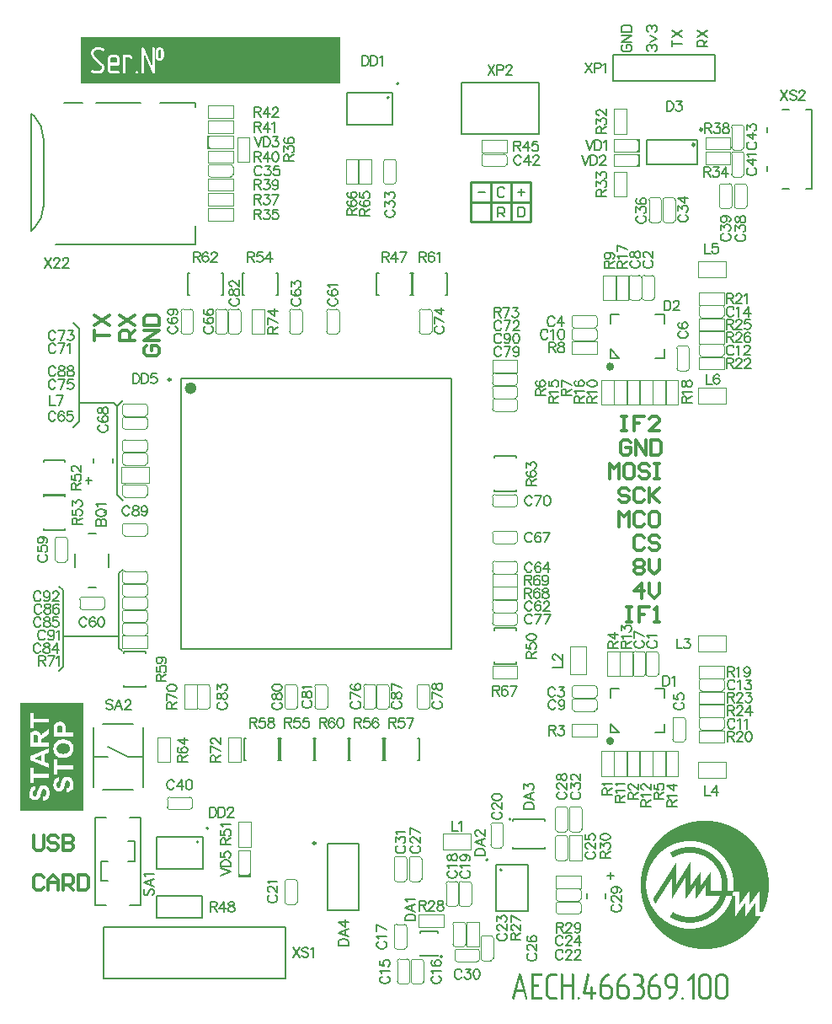
<source format=gto>
G04*
G04 #@! TF.GenerationSoftware,Altium Limited,Altium Designer,22.4.2 (48)*
G04*
G04 Layer_Color=65535*
%FSLAX44Y44*%
%MOMM*%
G71*
G04*
G04 #@! TF.SameCoordinates,CD49FAE8-A699-4325-8C5D-96517E71F74C*
G04*
G04*
G04 #@! TF.FilePolarity,Positive*
G04*
G01*
G75*
%ADD10C,0.1000*%
%ADD11C,0.2000*%
%ADD12C,0.4000*%
%ADD13C,0.6000*%
%ADD14C,0.2500*%
%ADD15C,0.1500*%
%ADD16C,0.2540*%
%ADD17C,0.1524*%
%ADD18C,0.3000*%
G36*
X4186000Y2670500D02*
Y2662500D01*
X4188250Y2660250D01*
X4185500Y2660250D01*
Y2660250D01*
X4184750Y2660250D01*
Y2672750D01*
X4186000Y2672750D01*
D01*
X4188250Y2672750D01*
X4186000Y2670500D01*
D02*
G37*
G36*
X4618500Y2669250D02*
Y2669250D01*
X4619250Y2669250D01*
Y2656750D01*
X4618000Y2656750D01*
D01*
X4615750Y2656750D01*
X4618000Y2659000D01*
Y2667000D01*
X4615750Y2669250D01*
X4618500Y2669250D01*
D02*
G37*
G36*
X4618460Y2654330D02*
Y2654330D01*
X4619210Y2654330D01*
Y2641830D01*
X4617960Y2641830D01*
D01*
X4615710Y2641830D01*
X4617960Y2644080D01*
Y2652080D01*
X4615710Y2654330D01*
X4618460Y2654330D01*
D02*
G37*
G36*
X4228250Y1929500D02*
X4228250D01*
X4228250Y1928750D01*
X4215750D01*
X4215750Y1930000D01*
D01*
X4215750Y1932250D01*
X4218000Y1930000D01*
X4226000D01*
X4228250Y1932250D01*
X4228250Y1929500D01*
D02*
G37*
G36*
X4688518Y1984312D02*
X4689101D01*
Y1984259D01*
X4690053D01*
Y1984206D01*
X4690635D01*
Y1984153D01*
X4691058D01*
Y1984100D01*
X4691852D01*
Y1984048D01*
X4692116D01*
Y1983995D01*
X4692751D01*
Y1983942D01*
X4693122D01*
Y1983889D01*
X4693492D01*
Y1983836D01*
X4693968D01*
Y1983783D01*
X4694233D01*
Y1983730D01*
X4694762D01*
Y1983677D01*
X4694973D01*
Y1983624D01*
X4695344D01*
Y1983571D01*
X4695661D01*
Y1983519D01*
X4695926D01*
Y1983466D01*
X4696349D01*
Y1983413D01*
X4696561D01*
Y1983360D01*
X4696878D01*
Y1983307D01*
X4697143D01*
Y1983254D01*
X4697354D01*
Y1983201D01*
X4697725D01*
Y1983148D01*
X4697884D01*
Y1983095D01*
X4698254D01*
Y1983042D01*
X4698413D01*
Y1982989D01*
X4698677D01*
Y1982937D01*
X4698942D01*
Y1982884D01*
X4699153D01*
Y1982831D01*
X4699471D01*
Y1982778D01*
X4699630D01*
Y1982725D01*
X4699894D01*
Y1982672D01*
X4700106D01*
Y1982619D01*
X4700265D01*
Y1982566D01*
X4700529D01*
Y1982513D01*
X4700688D01*
Y1982460D01*
X4701005D01*
Y1982407D01*
X4701164D01*
Y1982354D01*
X4701376D01*
Y1982302D01*
X4701587D01*
Y1982249D01*
X4701693D01*
Y1982196D01*
X4701958D01*
Y1982143D01*
X4702116D01*
Y1982090D01*
X4702381D01*
Y1982037D01*
X4702540D01*
Y1981984D01*
X4702698D01*
Y1981931D01*
X4702910D01*
Y1981878D01*
X4703016D01*
Y1981825D01*
X4703280D01*
Y1981772D01*
X4703439D01*
Y1981720D01*
X4703598D01*
Y1981667D01*
X4703810D01*
Y1981614D01*
X4703915D01*
Y1981561D01*
X4704180D01*
Y1981508D01*
X4704286D01*
Y1981455D01*
X4704497D01*
Y1981402D01*
X4704656D01*
Y1981349D01*
X4704762D01*
Y1981296D01*
X4704973D01*
Y1981243D01*
X4705079D01*
Y1981190D01*
X4705344D01*
Y1981138D01*
X4705450D01*
Y1981085D01*
X4705609D01*
Y1981032D01*
X4705767D01*
Y1980979D01*
X4705873D01*
Y1980926D01*
X4706085D01*
Y1980873D01*
X4706190D01*
Y1980820D01*
X4706402D01*
Y1980767D01*
X4706508D01*
Y1980714D01*
X4706667D01*
Y1980661D01*
X4706825D01*
Y1980609D01*
X4706931D01*
Y1980556D01*
X4707143D01*
Y1980503D01*
X4707249D01*
Y1980450D01*
X4707408D01*
Y1980397D01*
X4707566D01*
Y1980344D01*
X4707672D01*
Y1980291D01*
X4707831D01*
Y1980238D01*
X4707936D01*
Y1980185D01*
X4708095D01*
Y1980132D01*
X4708254D01*
Y1980079D01*
X4708360D01*
Y1980026D01*
X4708518D01*
Y1979973D01*
X4708624D01*
Y1979921D01*
X4708783D01*
Y1979868D01*
X4708889D01*
Y1979815D01*
X4709048D01*
Y1979762D01*
X4709153D01*
Y1979709D01*
X4709259D01*
Y1979656D01*
X4709471D01*
Y1979603D01*
X4709524D01*
Y1979550D01*
X4709735D01*
Y1979497D01*
X4709789D01*
Y1979444D01*
X4709947D01*
Y1979391D01*
X4710106D01*
Y1979339D01*
X4710159D01*
Y1979286D01*
X4710317D01*
Y1979233D01*
X4710423D01*
Y1979180D01*
X4710582D01*
Y1979127D01*
X4710688D01*
Y1979074D01*
X4710794D01*
Y1979021D01*
X4710952D01*
Y1978968D01*
X4711005D01*
Y1978915D01*
X4711164D01*
Y1978862D01*
X4711270D01*
Y1978810D01*
X4711376D01*
Y1978757D01*
X4711534D01*
Y1978704D01*
X4711640D01*
Y1978651D01*
X4711799D01*
Y1978598D01*
X4711852D01*
Y1978545D01*
X4712010D01*
Y1978492D01*
X4712116D01*
Y1978439D01*
X4712169D01*
Y1978386D01*
X4712328D01*
Y1978333D01*
X4712434D01*
Y1978280D01*
X4712540D01*
Y1978228D01*
X4712646D01*
Y1978175D01*
X4712751D01*
Y1978122D01*
X4712910D01*
Y1978069D01*
X4712963D01*
Y1978016D01*
X4713122D01*
Y1977963D01*
X4713228D01*
Y1977910D01*
X4713333D01*
Y1977857D01*
X4713439D01*
Y1977804D01*
X4713492D01*
Y1977751D01*
X4713651D01*
Y1977698D01*
X4713704D01*
Y1977646D01*
X4713862D01*
Y1977593D01*
X4713968D01*
Y1977540D01*
X4714074D01*
Y1977487D01*
X4714180D01*
Y1977434D01*
X4714233D01*
Y1977381D01*
X4714391D01*
Y1977328D01*
X4714444D01*
Y1977275D01*
X4714603D01*
Y1977222D01*
X4714709D01*
Y1977169D01*
X4714762D01*
Y1977116D01*
X4714921D01*
Y1977063D01*
X4714973D01*
Y1977011D01*
X4715079D01*
Y1976958D01*
X4715185D01*
Y1976905D01*
X4715291D01*
Y1976852D01*
X4715397D01*
Y1976799D01*
X4715450D01*
Y1976746D01*
X4715609D01*
Y1976693D01*
X4715661D01*
Y1976640D01*
X4715767D01*
Y1976587D01*
X4715873D01*
Y1976534D01*
X4715926D01*
Y1976481D01*
X4716085D01*
Y1976429D01*
X4716138D01*
Y1976376D01*
X4716243D01*
Y1976323D01*
X4716349D01*
Y1976270D01*
X4716455D01*
Y1976217D01*
X4716561D01*
Y1976164D01*
X4716614D01*
Y1976111D01*
X4716720D01*
Y1976058D01*
X4716825D01*
Y1976005D01*
X4716931D01*
Y1975952D01*
X4717037D01*
Y1975900D01*
X4717090D01*
Y1975847D01*
X4717196D01*
Y1975794D01*
X4717249D01*
Y1975741D01*
X4717408D01*
Y1975688D01*
X4717460D01*
Y1975635D01*
X4717566D01*
Y1975582D01*
X4717672D01*
Y1975529D01*
X4717725D01*
Y1975476D01*
X4717831D01*
Y1975423D01*
X4717884D01*
Y1975370D01*
X4717990D01*
Y1975318D01*
X4718095D01*
Y1975265D01*
X4718148D01*
Y1975212D01*
X4718307D01*
Y1975159D01*
X4718360D01*
Y1975106D01*
X4718466D01*
Y1975053D01*
X4718518D01*
Y1975000D01*
X4718624D01*
Y1974947D01*
X4718730D01*
Y1974894D01*
X4718783D01*
Y1974841D01*
X4718889D01*
Y1974788D01*
X4718942D01*
Y1974735D01*
X4719048D01*
Y1974682D01*
X4719153D01*
Y1974630D01*
X4719207D01*
Y1974577D01*
X4719312D01*
Y1974524D01*
X4719365D01*
Y1974471D01*
X4719471D01*
Y1974418D01*
X4719524D01*
Y1974365D01*
X4719630D01*
Y1974312D01*
X4719735D01*
Y1974259D01*
X4719789D01*
Y1974206D01*
X4719894D01*
Y1974153D01*
X4719947D01*
Y1974100D01*
X4720053D01*
Y1974048D01*
X4720106D01*
Y1973995D01*
X4720211D01*
Y1973942D01*
X4720265D01*
Y1973889D01*
X4720370D01*
Y1973836D01*
X4720423D01*
Y1973783D01*
X4720529D01*
Y1973730D01*
X4720582D01*
Y1973677D01*
X4720688D01*
Y1973624D01*
X4720741D01*
Y1973571D01*
X4720847D01*
Y1973519D01*
X4720899D01*
Y1973466D01*
X4721005D01*
Y1973413D01*
X4721058D01*
Y1973360D01*
X4721164D01*
Y1973307D01*
X4721270D01*
Y1973254D01*
X4721323D01*
Y1973201D01*
X4721376D01*
Y1973148D01*
X4721482D01*
Y1973095D01*
X4721534D01*
Y1973042D01*
X4721640D01*
Y1972989D01*
X4721693D01*
Y1972937D01*
X4721799D01*
Y1972884D01*
X4721852D01*
Y1972831D01*
X4721905D01*
Y1972778D01*
X4722010D01*
Y1972725D01*
X4722064D01*
Y1972672D01*
X4722169D01*
Y1972619D01*
X4722222D01*
Y1972566D01*
X4722328D01*
Y1972513D01*
X4722381D01*
Y1972460D01*
X4722434D01*
Y1972407D01*
X4722540D01*
Y1972354D01*
X4722592D01*
Y1972302D01*
X4722698D01*
Y1972249D01*
X4722751D01*
Y1972196D01*
X4722804D01*
Y1972143D01*
X4722857D01*
Y1972090D01*
X4722963D01*
Y1972037D01*
X4723016D01*
Y1971984D01*
X4723069D01*
Y1971931D01*
X4723175D01*
Y1971878D01*
X4723228D01*
Y1971825D01*
X4723333D01*
Y1971772D01*
X4723386D01*
Y1971720D01*
X4723439D01*
Y1971667D01*
X4723545D01*
Y1971614D01*
X4723598D01*
Y1971561D01*
X4723651D01*
Y1971508D01*
X4723757D01*
Y1971455D01*
X4723810D01*
Y1971402D01*
X4723862D01*
Y1971349D01*
X4723968D01*
Y1971296D01*
X4724021D01*
Y1971243D01*
X4724074D01*
Y1971190D01*
X4724127D01*
Y1971138D01*
X4724233D01*
Y1971085D01*
X4724286D01*
Y1971032D01*
X4724391D01*
Y1970979D01*
X4724445D01*
Y1970926D01*
X4724497D01*
Y1970873D01*
X4724603D01*
Y1970820D01*
X4724656D01*
Y1970767D01*
X4724709D01*
Y1970714D01*
X4724762D01*
Y1970661D01*
X4724868D01*
Y1970609D01*
X4724921D01*
Y1970556D01*
X4724973D01*
Y1970503D01*
X4725027D01*
Y1970450D01*
X4725079D01*
Y1970397D01*
X4725185D01*
Y1970344D01*
X4725238D01*
Y1970291D01*
X4725291D01*
Y1970238D01*
X4725344D01*
Y1970185D01*
X4725450D01*
Y1970132D01*
X4725503D01*
Y1970079D01*
X4725555D01*
Y1970026D01*
X4725609D01*
Y1969973D01*
X4725714D01*
Y1969921D01*
X4725767D01*
Y1969868D01*
X4725820D01*
Y1969815D01*
X4725873D01*
Y1969762D01*
X4725979D01*
Y1969709D01*
X4726032D01*
Y1969656D01*
X4726085D01*
Y1969603D01*
X4726138D01*
Y1969550D01*
X4726190D01*
Y1969497D01*
X4726296D01*
Y1969444D01*
X4726349D01*
Y1969391D01*
X4726402D01*
Y1969339D01*
X4726455D01*
Y1969286D01*
X4726508D01*
Y1969233D01*
X4726614D01*
Y1969180D01*
X4726667D01*
Y1969127D01*
X4726720D01*
Y1969074D01*
X4726772D01*
Y1969021D01*
X4726825D01*
Y1968968D01*
X4726878D01*
Y1968915D01*
X4726931D01*
Y1968862D01*
X4727037D01*
Y1968810D01*
X4727090D01*
Y1968757D01*
X4727143D01*
Y1968704D01*
X4727196D01*
Y1968651D01*
X4727249D01*
Y1968598D01*
X4727354D01*
Y1968545D01*
X4727408D01*
Y1968492D01*
X4727460D01*
Y1968439D01*
X4727513D01*
Y1968386D01*
X4727566D01*
Y1968333D01*
X4727619D01*
Y1968280D01*
X4727672D01*
Y1968228D01*
X4727778D01*
Y1968175D01*
X4727831D01*
Y1968122D01*
X4727884D01*
Y1968069D01*
X4727936D01*
Y1968016D01*
X4727990D01*
Y1967963D01*
X4728042D01*
Y1967910D01*
X4728095D01*
Y1967857D01*
X4728148D01*
Y1967804D01*
X4728201D01*
Y1967751D01*
X4728307D01*
Y1967698D01*
X4728360D01*
Y1967646D01*
X4728413D01*
Y1967593D01*
X4728466D01*
Y1967540D01*
X4728518D01*
Y1967487D01*
X4728571D01*
Y1967434D01*
X4728624D01*
Y1967381D01*
X4728677D01*
Y1967328D01*
X4728730D01*
Y1967275D01*
X4728783D01*
Y1967222D01*
X4728889D01*
Y1967169D01*
X4728942D01*
Y1967116D01*
X4728995D01*
Y1967063D01*
X4729048D01*
Y1967011D01*
X4729101D01*
Y1966958D01*
X4729153D01*
Y1966905D01*
X4729206D01*
Y1966852D01*
X4729259D01*
Y1966799D01*
X4729312D01*
Y1966746D01*
X4729365D01*
Y1966693D01*
X4729418D01*
Y1966640D01*
X4729471D01*
Y1966587D01*
X4729524D01*
Y1966534D01*
X4729577D01*
Y1966481D01*
X4729630D01*
Y1966429D01*
X4729683D01*
Y1966376D01*
X4729735D01*
Y1966323D01*
X4729789D01*
Y1966270D01*
X4729841D01*
Y1966217D01*
X4729894D01*
Y1966164D01*
X4729947D01*
Y1966111D01*
X4730000D01*
Y1966058D01*
X4730053D01*
Y1966005D01*
X4730106D01*
Y1965952D01*
X4730211D01*
Y1965847D01*
X4730317D01*
Y1965741D01*
X4730370D01*
Y1965688D01*
X4730476D01*
Y1965582D01*
X4730582D01*
Y1965476D01*
X4730688D01*
Y1965370D01*
X4730741D01*
Y1965318D01*
X4730847D01*
Y1965212D01*
X4730952D01*
Y1965106D01*
X4731005D01*
Y1965053D01*
X4731058D01*
Y1965000D01*
X4731111D01*
Y1964947D01*
X4731164D01*
Y1964894D01*
X4731217D01*
Y1964841D01*
X4731270D01*
Y1964788D01*
X4731323D01*
Y1964735D01*
X4731376D01*
Y1964682D01*
X4731429D01*
Y1964630D01*
X4731482D01*
Y1964577D01*
X4731534D01*
Y1964524D01*
X4731587D01*
Y1964471D01*
X4731640D01*
Y1964418D01*
X4731693D01*
Y1964365D01*
X4731746D01*
Y1964312D01*
X4731799D01*
Y1964259D01*
X4731852D01*
Y1964206D01*
X4731905D01*
Y1964153D01*
X4731958D01*
Y1964100D01*
X4732010D01*
Y1964048D01*
X4732064D01*
Y1963995D01*
X4732116D01*
Y1963942D01*
X4732169D01*
Y1963889D01*
X4732222D01*
Y1963783D01*
X4732275D01*
Y1963730D01*
X4732328D01*
Y1963677D01*
X4732381D01*
Y1963624D01*
X4732434D01*
Y1963571D01*
X4732487D01*
Y1963519D01*
X4732540D01*
Y1963466D01*
X4732592D01*
Y1963413D01*
X4732646D01*
Y1963360D01*
X4732698D01*
Y1963307D01*
X4732751D01*
Y1963201D01*
X4732804D01*
Y1963148D01*
X4732857D01*
Y1963095D01*
X4732910D01*
Y1963042D01*
X4732963D01*
Y1962989D01*
X4733016D01*
Y1962937D01*
X4733069D01*
Y1962884D01*
X4733122D01*
Y1962831D01*
X4733175D01*
Y1962778D01*
X4733228D01*
Y1962672D01*
X4733280D01*
Y1962619D01*
X4733333D01*
Y1962566D01*
X4733386D01*
Y1962513D01*
X4733439D01*
Y1962460D01*
X4733492D01*
Y1962407D01*
X4733545D01*
Y1962354D01*
X4733598D01*
Y1962249D01*
X4733651D01*
Y1962196D01*
X4733704D01*
Y1962143D01*
X4733757D01*
Y1962090D01*
X4733810D01*
Y1962037D01*
X4733862D01*
Y1961931D01*
X4733915D01*
Y1961878D01*
X4733968D01*
Y1961825D01*
X4734021D01*
Y1961772D01*
X4734074D01*
Y1961720D01*
X4734127D01*
Y1961667D01*
X4734180D01*
Y1961614D01*
X4734233D01*
Y1961508D01*
X4734286D01*
Y1961455D01*
X4734339D01*
Y1961402D01*
X4734391D01*
Y1961349D01*
X4734445D01*
Y1961296D01*
X4734497D01*
Y1961190D01*
X4734550D01*
Y1961138D01*
X4734603D01*
Y1961085D01*
X4734656D01*
Y1961032D01*
X4734709D01*
Y1960979D01*
X4734762D01*
Y1960873D01*
X4734815D01*
Y1960820D01*
X4734868D01*
Y1960767D01*
X4734921D01*
Y1960714D01*
X4734973D01*
Y1960661D01*
X4735027D01*
Y1960556D01*
X4735079D01*
Y1960503D01*
X4735132D01*
Y1960450D01*
X4735185D01*
Y1960344D01*
X4735238D01*
Y1960291D01*
X4735291D01*
Y1960238D01*
X4735344D01*
Y1960185D01*
X4735397D01*
Y1960079D01*
X4735450D01*
Y1960027D01*
X4735503D01*
Y1959974D01*
X4735556D01*
Y1959921D01*
X4735609D01*
Y1959868D01*
X4735661D01*
Y1959762D01*
X4735714D01*
Y1959709D01*
X4735767D01*
Y1959656D01*
X4735820D01*
Y1959603D01*
X4735873D01*
Y1959497D01*
X4735926D01*
Y1959444D01*
X4735979D01*
Y1959391D01*
X4736032D01*
Y1959286D01*
X4736085D01*
Y1959233D01*
X4736138D01*
Y1959127D01*
X4736190D01*
Y1959074D01*
X4736243D01*
Y1959021D01*
X4736296D01*
Y1958968D01*
X4736349D01*
Y1958862D01*
X4736402D01*
Y1958810D01*
X4736455D01*
Y1958757D01*
X4736508D01*
Y1958651D01*
X4736561D01*
Y1958598D01*
X4736614D01*
Y1958545D01*
X4736667D01*
Y1958439D01*
X4736720D01*
Y1958386D01*
X4736772D01*
Y1958333D01*
X4736825D01*
Y1958228D01*
X4736878D01*
Y1958175D01*
X4736931D01*
Y1958069D01*
X4736984D01*
Y1958016D01*
X4737037D01*
Y1957963D01*
X4737090D01*
Y1957857D01*
X4737143D01*
Y1957804D01*
X4737196D01*
Y1957751D01*
X4737249D01*
Y1957698D01*
X4737302D01*
Y1957593D01*
X4737354D01*
Y1957540D01*
X4737408D01*
Y1957434D01*
X4737460D01*
Y1957381D01*
X4737513D01*
Y1957328D01*
X4737566D01*
Y1957222D01*
X4737619D01*
Y1957169D01*
X4737672D01*
Y1957063D01*
X4737725D01*
Y1957011D01*
X4737778D01*
Y1956905D01*
X4737831D01*
Y1956852D01*
X4737884D01*
Y1956799D01*
X4737936D01*
Y1956693D01*
X4737990D01*
Y1956640D01*
X4738042D01*
Y1956534D01*
X4738095D01*
Y1956481D01*
X4738148D01*
Y1956376D01*
X4738201D01*
Y1956323D01*
X4738254D01*
Y1956270D01*
X4738307D01*
Y1956164D01*
X4738360D01*
Y1956058D01*
X4738413D01*
Y1956005D01*
X4738466D01*
Y1955900D01*
X4738518D01*
Y1955847D01*
X4738571D01*
Y1955741D01*
X4738624D01*
Y1955688D01*
X4738677D01*
Y1955582D01*
X4738730D01*
Y1955529D01*
X4738783D01*
Y1955423D01*
X4738836D01*
Y1955370D01*
X4738889D01*
Y1955264D01*
X4738942D01*
Y1955212D01*
X4738995D01*
Y1955106D01*
X4739048D01*
Y1955053D01*
X4739101D01*
Y1954947D01*
X4739153D01*
Y1954894D01*
X4739206D01*
Y1954788D01*
X4739259D01*
Y1954735D01*
X4739312D01*
Y1954630D01*
X4739365D01*
Y1954524D01*
X4739418D01*
Y1954471D01*
X4739471D01*
Y1954365D01*
X4739524D01*
Y1954312D01*
X4739577D01*
Y1954206D01*
X4739630D01*
Y1954153D01*
X4739683D01*
Y1954048D01*
X4739735D01*
Y1953942D01*
X4739789D01*
Y1953889D01*
X4739841D01*
Y1953783D01*
X4739894D01*
Y1953730D01*
X4739947D01*
Y1953624D01*
X4740000D01*
Y1953519D01*
X4740053D01*
Y1953466D01*
X4740106D01*
Y1953360D01*
X4740159D01*
Y1953307D01*
X4740212D01*
Y1953148D01*
X4740265D01*
Y1953095D01*
X4740317D01*
Y1952989D01*
X4740370D01*
Y1952884D01*
X4740423D01*
Y1952831D01*
X4740476D01*
Y1952725D01*
X4740529D01*
Y1952672D01*
X4740582D01*
Y1952566D01*
X4740635D01*
Y1952460D01*
X4740688D01*
Y1952407D01*
X4740741D01*
Y1952249D01*
X4740793D01*
Y1952196D01*
X4740847D01*
Y1952090D01*
X4740899D01*
Y1952037D01*
X4740952D01*
Y1951931D01*
X4741005D01*
Y1951825D01*
X4741058D01*
Y1951720D01*
X4741111D01*
Y1951614D01*
X4741164D01*
Y1951561D01*
X4741217D01*
Y1951455D01*
X4741270D01*
Y1951349D01*
X4741323D01*
Y1951243D01*
X4741376D01*
Y1951138D01*
X4741429D01*
Y1951085D01*
X4741482D01*
Y1950979D01*
X4741534D01*
Y1950873D01*
X4741587D01*
Y1950767D01*
X4741640D01*
Y1950661D01*
X4741693D01*
Y1950609D01*
X4741746D01*
Y1950450D01*
X4741799D01*
Y1950397D01*
X4741852D01*
Y1950291D01*
X4741905D01*
Y1950185D01*
X4741958D01*
Y1950079D01*
X4742010D01*
Y1949973D01*
X4742064D01*
Y1949921D01*
X4742116D01*
Y1949762D01*
X4742169D01*
Y1949709D01*
X4742222D01*
Y1949603D01*
X4742275D01*
Y1949444D01*
X4742328D01*
Y1949391D01*
X4742381D01*
Y1949233D01*
X4742434D01*
Y1949180D01*
X4742487D01*
Y1949074D01*
X4742540D01*
Y1948968D01*
X4742592D01*
Y1948862D01*
X4742646D01*
Y1948704D01*
X4742698D01*
Y1948651D01*
X4742751D01*
Y1948492D01*
X4742804D01*
Y1948439D01*
X4742857D01*
Y1948333D01*
X4742910D01*
Y1948228D01*
X4742963D01*
Y1948122D01*
X4743016D01*
Y1947963D01*
X4743069D01*
Y1947910D01*
X4743122D01*
Y1947751D01*
X4743175D01*
Y1947646D01*
X4743228D01*
Y1947593D01*
X4743280D01*
Y1947434D01*
X4743333D01*
Y1947328D01*
X4743386D01*
Y1947169D01*
X4743439D01*
Y1947116D01*
X4743492D01*
Y1947011D01*
X4743545D01*
Y1946852D01*
X4743598D01*
Y1946799D01*
X4743651D01*
Y1946640D01*
X4743704D01*
Y1946534D01*
X4743757D01*
Y1946376D01*
X4743810D01*
Y1946270D01*
X4743862D01*
Y1946164D01*
X4743915D01*
Y1946005D01*
X4743968D01*
Y1945952D01*
X4744021D01*
Y1945794D01*
X4744074D01*
Y1945688D01*
X4744127D01*
Y1945582D01*
X4744180D01*
Y1945423D01*
X4744233D01*
Y1945370D01*
X4744286D01*
Y1945159D01*
X4744339D01*
Y1945106D01*
X4744391D01*
Y1944947D01*
X4744444D01*
Y1944841D01*
X4744497D01*
Y1944736D01*
X4744550D01*
Y1944524D01*
X4744603D01*
Y1944471D01*
X4744656D01*
Y1944259D01*
X4744709D01*
Y1944153D01*
X4744762D01*
Y1944048D01*
X4744815D01*
Y1943889D01*
X4744868D01*
Y1943783D01*
X4744921D01*
Y1943624D01*
X4744973D01*
Y1943519D01*
X4745027D01*
Y1943360D01*
X4745079D01*
Y1943254D01*
X4745132D01*
Y1943095D01*
X4745185D01*
Y1942937D01*
X4745238D01*
Y1942831D01*
X4745291D01*
Y1942672D01*
X4745344D01*
Y1942566D01*
X4745397D01*
Y1942407D01*
X4745450D01*
Y1942249D01*
X4745503D01*
Y1942143D01*
X4745556D01*
Y1941931D01*
X4745609D01*
Y1941825D01*
X4745661D01*
Y1941667D01*
X4745714D01*
Y1941508D01*
X4745767D01*
Y1941402D01*
X4745820D01*
Y1941190D01*
X4745873D01*
Y1941085D01*
X4745926D01*
Y1940873D01*
X4745979D01*
Y1940767D01*
X4746032D01*
Y1940609D01*
X4746085D01*
Y1940450D01*
X4746138D01*
Y1940344D01*
X4746190D01*
Y1940079D01*
X4746243D01*
Y1939973D01*
X4746296D01*
Y1939762D01*
X4746349D01*
Y1939656D01*
X4746402D01*
Y1939497D01*
X4746455D01*
Y1939286D01*
X4746508D01*
Y1939180D01*
X4746561D01*
Y1938915D01*
X4746614D01*
Y1938810D01*
X4746667D01*
Y1938651D01*
X4746720D01*
Y1938439D01*
X4746772D01*
Y1938280D01*
X4746825D01*
Y1938069D01*
X4746878D01*
Y1937910D01*
X4746931D01*
Y1937698D01*
X4746984D01*
Y1937540D01*
X4747037D01*
Y1937381D01*
X4747090D01*
Y1937116D01*
X4747143D01*
Y1937011D01*
X4747196D01*
Y1936746D01*
X4747249D01*
Y1936587D01*
X4747302D01*
Y1936376D01*
X4747354D01*
Y1936164D01*
X4747408D01*
Y1936005D01*
X4747460D01*
Y1935688D01*
X4747513D01*
Y1935529D01*
X4747566D01*
Y1935265D01*
X4747619D01*
Y1935106D01*
X4747672D01*
Y1934894D01*
X4747725D01*
Y1934630D01*
X4747778D01*
Y1934471D01*
X4747831D01*
Y1934153D01*
X4747884D01*
Y1933942D01*
X4747936D01*
Y1933730D01*
X4747990D01*
Y1933413D01*
X4748042D01*
Y1933254D01*
X4748095D01*
Y1932937D01*
X4748148D01*
Y1932725D01*
X4748201D01*
Y1932354D01*
X4748254D01*
Y1932143D01*
X4748307D01*
Y1931931D01*
X4748360D01*
Y1931561D01*
X4748413D01*
Y1931349D01*
X4748466D01*
Y1930926D01*
X4748518D01*
Y1930661D01*
X4748571D01*
Y1930344D01*
X4748624D01*
Y1929973D01*
X4748677D01*
Y1929762D01*
X4748730D01*
Y1929233D01*
X4748783D01*
Y1928968D01*
X4748836D01*
Y1928492D01*
X4748889D01*
Y1928122D01*
X4748942D01*
Y1927751D01*
X4748995D01*
Y1927169D01*
X4749048D01*
Y1926852D01*
X4749101D01*
Y1926111D01*
X4749153D01*
Y1925635D01*
X4749207D01*
Y1925053D01*
X4749259D01*
Y1924100D01*
X4749312D01*
Y1923519D01*
X4749365D01*
Y1916429D01*
X4749312D01*
Y1915847D01*
X4749259D01*
Y1914947D01*
X4749207D01*
Y1914312D01*
X4749153D01*
Y1913889D01*
X4749101D01*
Y1913148D01*
X4749048D01*
Y1912831D01*
X4748995D01*
Y1912249D01*
X4748942D01*
Y1911878D01*
X4748889D01*
Y1911508D01*
X4748836D01*
Y1911032D01*
X4748783D01*
Y1910767D01*
X4748730D01*
Y1910238D01*
X4748677D01*
Y1910027D01*
X4748624D01*
Y1909656D01*
X4748571D01*
Y1909339D01*
X4748518D01*
Y1909074D01*
X4748466D01*
Y1908651D01*
X4748413D01*
Y1908439D01*
X4748360D01*
Y1908069D01*
X4748307D01*
Y1907857D01*
X4748254D01*
Y1907593D01*
X4748201D01*
Y1907275D01*
X4748148D01*
Y1907116D01*
X4748095D01*
Y1906746D01*
X4748042D01*
Y1906587D01*
X4747990D01*
Y1906270D01*
X4747936D01*
Y1906058D01*
X4747884D01*
Y1905847D01*
X4747831D01*
Y1905529D01*
X4747778D01*
Y1905370D01*
X4747725D01*
Y1905106D01*
X4747672D01*
Y1904894D01*
X4747619D01*
Y1904735D01*
X4747566D01*
Y1904418D01*
X4747513D01*
Y1904312D01*
X4747460D01*
Y1903995D01*
X4747408D01*
Y1903889D01*
X4747354D01*
Y1903624D01*
X4747302D01*
Y1903413D01*
X4747249D01*
Y1903254D01*
X4747196D01*
Y1902989D01*
X4747143D01*
Y1902884D01*
X4747090D01*
Y1902619D01*
X4747037D01*
Y1902460D01*
X4746984D01*
Y1902302D01*
X4746931D01*
Y1902090D01*
X4746878D01*
Y1901931D01*
X4746825D01*
Y1901720D01*
X4746772D01*
Y1901561D01*
X4746720D01*
Y1901402D01*
X4746667D01*
Y1901190D01*
X4746614D01*
Y1901085D01*
X4746561D01*
Y1900820D01*
X4746508D01*
Y1900714D01*
X4746455D01*
Y1900503D01*
X4746402D01*
Y1900344D01*
X4746349D01*
Y1900238D01*
X4746296D01*
Y1900027D01*
X4746243D01*
Y1899921D01*
X4746190D01*
Y1899656D01*
X4746138D01*
Y1899550D01*
X4746085D01*
Y1899391D01*
X4746032D01*
Y1899233D01*
X4745979D01*
Y1899127D01*
X4745926D01*
Y1898915D01*
X4745873D01*
Y1898810D01*
X4745820D01*
Y1898598D01*
X4745767D01*
Y1898492D01*
X4745714D01*
Y1898333D01*
X4745661D01*
Y1898175D01*
X4745609D01*
Y1898069D01*
X4745556D01*
Y1897857D01*
X4745503D01*
Y1897751D01*
X4745450D01*
Y1897593D01*
X4745397D01*
Y1897434D01*
X4745344D01*
Y1897328D01*
X4745291D01*
Y1897169D01*
X4745238D01*
Y1897063D01*
X4745185D01*
Y1896905D01*
X4745132D01*
Y1896746D01*
X4745079D01*
Y1896640D01*
X4745027D01*
Y1896481D01*
X4744973D01*
Y1896376D01*
X4744921D01*
Y1896217D01*
X4744868D01*
Y1896111D01*
X4744815D01*
Y1895952D01*
X4744762D01*
Y1895847D01*
X4744709D01*
Y1895741D01*
X4744656D01*
Y1895529D01*
X4744603D01*
Y1895476D01*
X4744550D01*
Y1895318D01*
X4744497D01*
Y1895212D01*
X4744444D01*
Y1895053D01*
X4744391D01*
Y1894947D01*
X4744339D01*
Y1894841D01*
X4744286D01*
Y1894682D01*
X4744233D01*
Y1894577D01*
X4744180D01*
Y1894418D01*
X4744127D01*
Y1894312D01*
X4744074D01*
Y1894206D01*
X4744021D01*
Y1894048D01*
X4743968D01*
Y1893995D01*
X4743915D01*
Y1893836D01*
X4743862D01*
Y1893730D01*
X4743810D01*
Y1893624D01*
X4743757D01*
Y1893466D01*
X4743704D01*
Y1893413D01*
X4743651D01*
Y1893254D01*
X4743598D01*
Y1893148D01*
X4743492D01*
Y1893095D01*
X4740212D01*
Y1893148D01*
X4740159D01*
Y1893201D01*
X4740106D01*
Y1914048D01*
X4740000D01*
Y1913995D01*
X4739947D01*
Y1913889D01*
X4739894D01*
Y1913836D01*
X4739841D01*
Y1913730D01*
X4739789D01*
Y1913677D01*
X4739735D01*
Y1913571D01*
X4739683D01*
Y1913519D01*
X4739630D01*
Y1913466D01*
X4739577D01*
Y1913360D01*
X4739524D01*
Y1913307D01*
X4739471D01*
Y1913254D01*
X4739418D01*
Y1913148D01*
X4739365D01*
Y1913095D01*
X4739312D01*
Y1913042D01*
X4739259D01*
Y1912937D01*
X4739206D01*
Y1912884D01*
X4739153D01*
Y1912831D01*
X4739101D01*
Y1912725D01*
X4739048D01*
Y1912672D01*
X4738995D01*
Y1912619D01*
X4738942D01*
Y1912513D01*
X4738889D01*
Y1912460D01*
X4738836D01*
Y1912354D01*
X4738783D01*
Y1912302D01*
X4738730D01*
Y1912249D01*
X4738677D01*
Y1912143D01*
X4738624D01*
Y1912090D01*
X4738571D01*
Y1911984D01*
X4738518D01*
Y1911931D01*
X4738466D01*
Y1911878D01*
X4738413D01*
Y1911772D01*
X4738360D01*
Y1911720D01*
X4738307D01*
Y1911614D01*
X4738254D01*
Y1911561D01*
X4738201D01*
Y1911508D01*
X4738148D01*
Y1911402D01*
X4738095D01*
Y1911349D01*
X4738042D01*
Y1911296D01*
X4737990D01*
Y1911190D01*
X4737936D01*
Y1911138D01*
X4737884D01*
Y1911085D01*
X4737831D01*
Y1910979D01*
X4737778D01*
Y1910926D01*
X4737725D01*
Y1910873D01*
X4737672D01*
Y1910767D01*
X4737619D01*
Y1910714D01*
X4737566D01*
Y1910609D01*
X4737513D01*
Y1910556D01*
X4737460D01*
Y1910503D01*
X4737408D01*
Y1910397D01*
X4737354D01*
Y1910344D01*
X4737302D01*
Y1910238D01*
X4737249D01*
Y1910185D01*
X4737196D01*
Y1910132D01*
X4737143D01*
Y1910027D01*
X4737090D01*
Y1909973D01*
X4737037D01*
Y1909868D01*
X4736984D01*
Y1909815D01*
X4736931D01*
Y1909762D01*
X4736878D01*
Y1909709D01*
X4736825D01*
Y1909603D01*
X4736772D01*
Y1909550D01*
X4736720D01*
Y1909497D01*
X4736667D01*
Y1909391D01*
X4736614D01*
Y1909339D01*
X4736561D01*
Y1909233D01*
X4736508D01*
Y1909180D01*
X4736455D01*
Y1909127D01*
X4736402D01*
Y1909021D01*
X4736349D01*
Y1908968D01*
X4736296D01*
Y1908862D01*
X4736243D01*
Y1908810D01*
X4736190D01*
Y1908757D01*
X4736138D01*
Y1908651D01*
X4736085D01*
Y1908598D01*
X4736032D01*
Y1908492D01*
X4735979D01*
Y1908439D01*
X4735926D01*
Y1908386D01*
X4735873D01*
Y1908333D01*
X4735820D01*
Y1908228D01*
X4735767D01*
Y1908175D01*
X4735714D01*
Y1908122D01*
X4735661D01*
Y1908016D01*
X4735609D01*
Y1907963D01*
X4735556D01*
Y1907857D01*
X4735503D01*
Y1907804D01*
X4735450D01*
Y1907751D01*
X4735397D01*
Y1907646D01*
X4735344D01*
Y1907593D01*
X4735291D01*
Y1907487D01*
X4735238D01*
Y1907434D01*
X4735185D01*
Y1907381D01*
X4735132D01*
Y1907275D01*
X4735079D01*
Y1907222D01*
X4735027D01*
Y1907116D01*
X4734973D01*
Y1907063D01*
X4734921D01*
Y1907011D01*
X4734868D01*
Y1906905D01*
X4734815D01*
Y1906852D01*
X4734762D01*
Y1906799D01*
X4734709D01*
Y1906693D01*
X4734656D01*
Y1906640D01*
X4734603D01*
Y1906587D01*
X4734550D01*
Y1906481D01*
X4734497D01*
Y1906429D01*
X4734445D01*
Y1906376D01*
X4734391D01*
Y1906270D01*
X4734339D01*
Y1906217D01*
X4734286D01*
Y1906111D01*
X4734233D01*
Y1906058D01*
X4734180D01*
Y1906005D01*
X4734127D01*
Y1905900D01*
X4734074D01*
Y1905847D01*
X4734021D01*
Y1905741D01*
X4733968D01*
Y1905688D01*
X4733915D01*
Y1905635D01*
X4733862D01*
Y1905529D01*
X4733810D01*
Y1905476D01*
X4733757D01*
Y1905423D01*
X4733704D01*
Y1905317D01*
X4733651D01*
Y1905264D01*
X4733598D01*
Y1905159D01*
X4733545D01*
Y1905106D01*
X4733492D01*
Y1905053D01*
X4733439D01*
Y1905000D01*
X4733386D01*
Y1904894D01*
X4733333D01*
Y1904841D01*
X4733280D01*
Y1904735D01*
X4733228D01*
Y1904682D01*
X4733175D01*
Y1904630D01*
X4733122D01*
Y1904524D01*
X4733069D01*
Y1904471D01*
X4733016D01*
Y1904418D01*
X4732963D01*
Y1904312D01*
X4732910D01*
Y1904259D01*
X4732857D01*
Y1904153D01*
X4732804D01*
Y1904100D01*
X4732751D01*
Y1904048D01*
X4732698D01*
Y1903942D01*
X4732646D01*
Y1903889D01*
X4732592D01*
Y1903783D01*
X4732540D01*
Y1903730D01*
X4732487D01*
Y1903677D01*
X4732434D01*
Y1903624D01*
X4732381D01*
Y1903519D01*
X4732328D01*
Y1903466D01*
X4732275D01*
Y1903360D01*
X4732222D01*
Y1903307D01*
X4732169D01*
Y1903254D01*
X4732116D01*
Y1903148D01*
X4732064D01*
Y1903095D01*
X4732010D01*
Y1903042D01*
X4731958D01*
Y1902937D01*
X4731905D01*
Y1902884D01*
X4731852D01*
Y1902778D01*
X4731799D01*
Y1902725D01*
X4731746D01*
Y1902672D01*
X4731693D01*
Y1902566D01*
X4731640D01*
Y1902513D01*
X4731587D01*
Y1902407D01*
X4731534D01*
Y1902354D01*
X4731482D01*
Y1902302D01*
X4731429D01*
Y1902196D01*
X4731376D01*
Y1902143D01*
X4731323D01*
Y1902090D01*
X4731270D01*
Y1901984D01*
X4731217D01*
Y1901931D01*
X4731164D01*
Y1901878D01*
X4731111D01*
Y1901772D01*
X4731058D01*
Y1901720D01*
X4731005D01*
Y1901667D01*
X4730952D01*
Y1901561D01*
X4730899D01*
Y1901508D01*
X4730847D01*
Y1901402D01*
X4730794D01*
Y1901349D01*
X4730741D01*
Y1901296D01*
X4730688D01*
Y1901190D01*
X4730635D01*
Y1901138D01*
X4730582D01*
Y1901032D01*
X4730529D01*
Y1900979D01*
X4730476D01*
Y1900926D01*
X4730423D01*
Y1900820D01*
X4730370D01*
Y1900767D01*
X4730317D01*
Y1900661D01*
X4730265D01*
Y1900609D01*
X4730211D01*
Y1900556D01*
X4730159D01*
Y1900450D01*
X4730106D01*
Y1900397D01*
X4730053D01*
Y1900291D01*
X4729947D01*
Y1913995D01*
X4729894D01*
Y1914048D01*
X4729841D01*
Y1913995D01*
X4729789D01*
Y1913889D01*
X4729735D01*
Y1913836D01*
X4729683D01*
Y1913730D01*
X4729630D01*
Y1913677D01*
X4729577D01*
Y1913571D01*
X4729524D01*
Y1913519D01*
X4729471D01*
Y1913466D01*
X4729418D01*
Y1913360D01*
X4729365D01*
Y1913307D01*
X4729312D01*
Y1913201D01*
X4729259D01*
Y1913148D01*
X4729206D01*
Y1913095D01*
X4729153D01*
Y1912989D01*
X4729101D01*
Y1912937D01*
X4729048D01*
Y1912884D01*
X4728995D01*
Y1912778D01*
X4728942D01*
Y1912725D01*
X4728889D01*
Y1912672D01*
X4728836D01*
Y1912566D01*
X4728783D01*
Y1912513D01*
X4728730D01*
Y1912460D01*
X4728677D01*
Y1912354D01*
X4728624D01*
Y1912302D01*
X4728571D01*
Y1912196D01*
X4728518D01*
Y1912143D01*
X4728466D01*
Y1912090D01*
X4728413D01*
Y1911984D01*
X4728360D01*
Y1911931D01*
X4728307D01*
Y1911878D01*
X4728254D01*
Y1911772D01*
X4728201D01*
Y1911720D01*
X4728148D01*
Y1911614D01*
X4728095D01*
Y1911561D01*
X4728042D01*
Y1911508D01*
X4727990D01*
Y1911402D01*
X4727936D01*
Y1911349D01*
X4727884D01*
Y1911243D01*
X4727831D01*
Y1911190D01*
X4727778D01*
Y1911138D01*
X4727725D01*
Y1911085D01*
X4727672D01*
Y1910979D01*
X4727619D01*
Y1910926D01*
X4727566D01*
Y1910820D01*
X4727513D01*
Y1910767D01*
X4727460D01*
Y1910714D01*
X4727408D01*
Y1910609D01*
X4727354D01*
Y1910556D01*
X4727302D01*
Y1910503D01*
X4727249D01*
Y1910397D01*
X4727196D01*
Y1910344D01*
X4727143D01*
Y1910238D01*
X4727090D01*
Y1910185D01*
X4727037D01*
Y1910132D01*
X4726984D01*
Y1910027D01*
X4726931D01*
Y1909973D01*
X4726878D01*
Y1909868D01*
X4726825D01*
Y1909815D01*
X4726772D01*
Y1909762D01*
X4726720D01*
Y1909709D01*
X4726667D01*
Y1909603D01*
X4726614D01*
Y1909550D01*
X4726561D01*
Y1909444D01*
X4726508D01*
Y1909391D01*
X4726455D01*
Y1909339D01*
X4726402D01*
Y1909233D01*
X4726349D01*
Y1909180D01*
X4726296D01*
Y1909127D01*
X4726243D01*
Y1909021D01*
X4726190D01*
Y1908968D01*
X4726138D01*
Y1908862D01*
X4726085D01*
Y1908810D01*
X4726032D01*
Y1908757D01*
X4725979D01*
Y1908651D01*
X4725926D01*
Y1908598D01*
X4725873D01*
Y1908492D01*
X4725820D01*
Y1908439D01*
X4725767D01*
Y1908386D01*
X4725714D01*
Y1908280D01*
X4725661D01*
Y1908228D01*
X4725609D01*
Y1908175D01*
X4725555D01*
Y1908069D01*
X4725503D01*
Y1908016D01*
X4725450D01*
Y1907963D01*
X4725397D01*
Y1907857D01*
X4725344D01*
Y1907804D01*
X4725291D01*
Y1907751D01*
X4725238D01*
Y1907646D01*
X4725185D01*
Y1907593D01*
X4725132D01*
Y1907487D01*
X4725079D01*
Y1907434D01*
X4725027D01*
Y1907381D01*
X4724973D01*
Y1907275D01*
X4724921D01*
Y1907222D01*
X4724868D01*
Y1907116D01*
X4724815D01*
Y1907063D01*
X4724762D01*
Y1907011D01*
X4724709D01*
Y1906905D01*
X4724656D01*
Y1906852D01*
X4724603D01*
Y1906799D01*
X4724550D01*
Y1906693D01*
X4724497D01*
Y1906640D01*
X4724445D01*
Y1906534D01*
X4724391D01*
Y1906481D01*
X4724339D01*
Y1906429D01*
X4724286D01*
Y1906376D01*
X4724233D01*
Y1906270D01*
X4724180D01*
Y1906217D01*
X4724127D01*
Y1906111D01*
X4724074D01*
Y1906058D01*
X4724021D01*
Y1906005D01*
X4723968D01*
Y1905900D01*
X4723915D01*
Y1905847D01*
X4723862D01*
Y1905741D01*
X4723810D01*
Y1905688D01*
X4723757D01*
Y1905635D01*
X4723704D01*
Y1905529D01*
X4723651D01*
Y1905476D01*
X4723598D01*
Y1905423D01*
X4723545D01*
Y1905317D01*
X4723492D01*
Y1905264D01*
X4723439D01*
Y1905159D01*
X4723386D01*
Y1905106D01*
X4723333D01*
Y1905053D01*
X4723280D01*
Y1905000D01*
X4723228D01*
Y1904894D01*
X4723175D01*
Y1904841D01*
X4723122D01*
Y1904735D01*
X4723069D01*
Y1904682D01*
X4723016D01*
Y1904630D01*
X4722963D01*
Y1904524D01*
X4722910D01*
Y1904471D01*
X4722857D01*
Y1904365D01*
X4722804D01*
Y1904312D01*
X4722751D01*
Y1904259D01*
X4722698D01*
Y1904153D01*
X4722646D01*
Y1904100D01*
X4722592D01*
Y1904048D01*
X4722540D01*
Y1903942D01*
X4722487D01*
Y1903889D01*
X4722434D01*
Y1903783D01*
X4722381D01*
Y1903730D01*
X4722328D01*
Y1903677D01*
X4722275D01*
Y1903624D01*
X4722222D01*
Y1903519D01*
X4722169D01*
Y1903466D01*
X4722116D01*
Y1903360D01*
X4722064D01*
Y1903307D01*
X4722010D01*
Y1903254D01*
X4721958D01*
Y1903148D01*
X4721905D01*
Y1903095D01*
X4721852D01*
Y1903042D01*
X4721799D01*
Y1902937D01*
X4721746D01*
Y1902884D01*
X4721693D01*
Y1902778D01*
X4721640D01*
Y1902725D01*
X4721587D01*
Y1902672D01*
X4721534D01*
Y1902566D01*
X4721482D01*
Y1902513D01*
X4721429D01*
Y1902407D01*
X4721376D01*
Y1902354D01*
X4721323D01*
Y1902302D01*
X4721270D01*
Y1902196D01*
X4721217D01*
Y1902143D01*
X4721164D01*
Y1902037D01*
X4721111D01*
Y1901984D01*
X4721058D01*
Y1901931D01*
X4721005D01*
Y1901878D01*
X4720952D01*
Y1901772D01*
X4720899D01*
Y1901720D01*
X4720847D01*
Y1901667D01*
X4720794D01*
Y1901561D01*
X4720741D01*
Y1901508D01*
X4720688D01*
Y1901402D01*
X4720635D01*
Y1901349D01*
X4720582D01*
Y1901296D01*
X4720529D01*
Y1901190D01*
X4720476D01*
Y1901138D01*
X4720423D01*
Y1901032D01*
X4720370D01*
Y1900979D01*
X4720317D01*
Y1900926D01*
X4720265D01*
Y1900820D01*
X4720211D01*
Y1900767D01*
X4720159D01*
Y1900661D01*
X4720106D01*
Y1900609D01*
X4720053D01*
Y1900556D01*
X4720000D01*
Y1900450D01*
X4719947D01*
Y1900397D01*
X4719894D01*
Y1900291D01*
X4719789D01*
Y1913519D01*
X4713598D01*
Y1913413D01*
X4713545D01*
Y1912937D01*
X4713492D01*
Y1912725D01*
X4713439D01*
Y1912302D01*
X4713386D01*
Y1912090D01*
X4713333D01*
Y1911772D01*
X4713280D01*
Y1911508D01*
X4713228D01*
Y1911296D01*
X4713175D01*
Y1910926D01*
X4713122D01*
Y1910767D01*
X4713069D01*
Y1910450D01*
X4713016D01*
Y1910238D01*
X4712963D01*
Y1910027D01*
X4712910D01*
Y1909762D01*
X4712857D01*
Y1909603D01*
X4712804D01*
Y1909339D01*
X4712751D01*
Y1909180D01*
X4712698D01*
Y1908862D01*
X4715450D01*
Y1908810D01*
X4715503D01*
Y1888175D01*
X4715609D01*
Y1888228D01*
X4715661D01*
Y1888280D01*
X4715714D01*
Y1888333D01*
X4715767D01*
Y1888439D01*
X4715820D01*
Y1888492D01*
X4715873D01*
Y1888598D01*
X4715926D01*
Y1888651D01*
X4715979D01*
Y1888704D01*
X4716032D01*
Y1888757D01*
X4716085D01*
Y1888862D01*
X4716138D01*
Y1888915D01*
X4716190D01*
Y1889021D01*
X4716243D01*
Y1889074D01*
X4716296D01*
Y1889127D01*
X4716349D01*
Y1889233D01*
X4716402D01*
Y1889286D01*
X4716455D01*
Y1889339D01*
X4716508D01*
Y1889444D01*
X4716561D01*
Y1889497D01*
X4716614D01*
Y1889603D01*
X4716667D01*
Y1889656D01*
X4716720D01*
Y1889709D01*
X4716772D01*
Y1889815D01*
X4716825D01*
Y1889868D01*
X4716878D01*
Y1889973D01*
X4716931D01*
Y1890026D01*
X4716984D01*
Y1890079D01*
X4717037D01*
Y1890185D01*
X4717090D01*
Y1890238D01*
X4717143D01*
Y1890291D01*
X4717196D01*
Y1890344D01*
X4717249D01*
Y1890450D01*
X4717302D01*
Y1890503D01*
X4717354D01*
Y1890609D01*
X4717408D01*
Y1890661D01*
X4717460D01*
Y1890714D01*
X4717513D01*
Y1890820D01*
X4717566D01*
Y1890873D01*
X4717619D01*
Y1890979D01*
X4717672D01*
Y1891032D01*
X4717725D01*
Y1891085D01*
X4717778D01*
Y1891190D01*
X4717831D01*
Y1891243D01*
X4717884D01*
Y1891349D01*
X4717936D01*
Y1891402D01*
X4717990D01*
Y1891455D01*
X4718042D01*
Y1891561D01*
X4718095D01*
Y1891614D01*
X4718148D01*
Y1891667D01*
X4718201D01*
Y1891720D01*
X4718254D01*
Y1891825D01*
X4718307D01*
Y1891878D01*
X4718360D01*
Y1891984D01*
X4718413D01*
Y1892037D01*
X4718466D01*
Y1892090D01*
X4718518D01*
Y1892196D01*
X4718571D01*
Y1892249D01*
X4718624D01*
Y1892354D01*
X4718677D01*
Y1892407D01*
X4718730D01*
Y1892460D01*
X4718783D01*
Y1892566D01*
X4718836D01*
Y1892619D01*
X4718889D01*
Y1892725D01*
X4718942D01*
Y1892778D01*
X4718995D01*
Y1892831D01*
X4719048D01*
Y1892937D01*
X4719101D01*
Y1892989D01*
X4719153D01*
Y1893042D01*
X4719207D01*
Y1893148D01*
X4719259D01*
Y1893201D01*
X4719312D01*
Y1893307D01*
X4719365D01*
Y1893360D01*
X4719418D01*
Y1893413D01*
X4719471D01*
Y1893466D01*
X4719524D01*
Y1893571D01*
X4719577D01*
Y1893624D01*
X4719630D01*
Y1893730D01*
X4719683D01*
Y1893783D01*
X4719735D01*
Y1893836D01*
X4719789D01*
Y1893942D01*
X4719841D01*
Y1893995D01*
X4719894D01*
Y1894100D01*
X4719947D01*
Y1894153D01*
X4720000D01*
Y1894206D01*
X4720053D01*
Y1894312D01*
X4720106D01*
Y1894365D01*
X4720159D01*
Y1894418D01*
X4720211D01*
Y1894524D01*
X4720265D01*
Y1894577D01*
X4720317D01*
Y1894682D01*
X4720370D01*
Y1894736D01*
X4720423D01*
Y1894788D01*
X4720476D01*
Y1894841D01*
X4720529D01*
Y1894947D01*
X4720582D01*
Y1895000D01*
X4720635D01*
Y1895053D01*
X4720688D01*
Y1895159D01*
X4720741D01*
Y1895212D01*
X4720794D01*
Y1895318D01*
X4720847D01*
Y1895370D01*
X4720899D01*
Y1895423D01*
X4720952D01*
Y1895529D01*
X4721005D01*
Y1895582D01*
X4721058D01*
Y1895688D01*
X4721111D01*
Y1895741D01*
X4721164D01*
Y1895794D01*
X4721217D01*
Y1895900D01*
X4721270D01*
Y1895952D01*
X4721323D01*
Y1896058D01*
X4721376D01*
Y1896111D01*
X4721429D01*
Y1896164D01*
X4721482D01*
Y1896270D01*
X4721534D01*
Y1896323D01*
X4721587D01*
Y1896376D01*
X4721640D01*
Y1896429D01*
X4721693D01*
Y1896534D01*
X4721746D01*
Y1896587D01*
X4721799D01*
Y1896693D01*
X4721852D01*
Y1896746D01*
X4721905D01*
Y1896799D01*
X4721958D01*
Y1896905D01*
X4722010D01*
Y1896958D01*
X4722064D01*
Y1897063D01*
X4722116D01*
Y1897116D01*
X4722169D01*
Y1897169D01*
X4722222D01*
Y1897275D01*
X4722275D01*
Y1897328D01*
X4722328D01*
Y1897434D01*
X4722381D01*
Y1897487D01*
X4722434D01*
Y1897540D01*
X4722487D01*
Y1897646D01*
X4722540D01*
Y1897698D01*
X4722592D01*
Y1897751D01*
X4722646D01*
Y1897804D01*
X4722698D01*
Y1897910D01*
X4722751D01*
Y1897963D01*
X4722804D01*
Y1898069D01*
X4722857D01*
Y1898122D01*
X4722910D01*
Y1898175D01*
X4722963D01*
Y1898280D01*
X4723016D01*
Y1898333D01*
X4723069D01*
Y1898439D01*
X4723122D01*
Y1898492D01*
X4723175D01*
Y1898545D01*
X4723228D01*
Y1898651D01*
X4723280D01*
Y1898704D01*
X4723333D01*
Y1898810D01*
X4723386D01*
Y1898862D01*
X4723439D01*
Y1898915D01*
X4723492D01*
Y1899021D01*
X4723545D01*
Y1899074D01*
X4723598D01*
Y1899180D01*
X4723651D01*
Y1899233D01*
X4723704D01*
Y1899286D01*
X4723757D01*
Y1899339D01*
X4723810D01*
Y1899444D01*
X4723862D01*
Y1899497D01*
X4723915D01*
Y1899550D01*
X4723968D01*
Y1899656D01*
X4724021D01*
Y1899709D01*
X4724074D01*
Y1899815D01*
X4724127D01*
Y1899868D01*
X4724180D01*
Y1899921D01*
X4724233D01*
Y1900027D01*
X4724286D01*
Y1900079D01*
X4724339D01*
Y1900185D01*
X4724391D01*
Y1900238D01*
X4724445D01*
Y1900291D01*
X4724497D01*
Y1900397D01*
X4724550D01*
Y1900450D01*
X4724603D01*
Y1900556D01*
X4724656D01*
Y1900609D01*
X4724709D01*
Y1900661D01*
X4724762D01*
Y1900767D01*
X4724815D01*
Y1900820D01*
X4724868D01*
Y1900873D01*
X4724921D01*
Y1900979D01*
X4724973D01*
Y1901032D01*
X4725027D01*
Y1901085D01*
X4725079D01*
Y1901138D01*
X4725132D01*
Y1901243D01*
X4725185D01*
Y1901296D01*
X4725238D01*
Y1901402D01*
X4725291D01*
Y1901455D01*
X4725344D01*
Y1901508D01*
X4725397D01*
Y1901614D01*
X4725450D01*
Y1901667D01*
X4725503D01*
Y1901772D01*
X4725555D01*
Y1901825D01*
X4725609D01*
Y1901878D01*
X4725661D01*
Y1901931D01*
X4725714D01*
Y1888228D01*
X4725767D01*
Y1888175D01*
X4725820D01*
Y1888228D01*
X4725873D01*
Y1888333D01*
X4725926D01*
Y1888386D01*
X4725979D01*
Y1888439D01*
X4726032D01*
Y1888545D01*
X4726085D01*
Y1888598D01*
X4726138D01*
Y1888704D01*
X4726190D01*
Y1888757D01*
X4726243D01*
Y1888810D01*
X4726296D01*
Y1888915D01*
X4726349D01*
Y1888968D01*
X4726402D01*
Y1889021D01*
X4726455D01*
Y1889127D01*
X4726508D01*
Y1889180D01*
X4726561D01*
Y1889233D01*
X4726614D01*
Y1889339D01*
X4726667D01*
Y1889391D01*
X4726720D01*
Y1889444D01*
X4726772D01*
Y1889550D01*
X4726825D01*
Y1889603D01*
X4726878D01*
Y1889709D01*
X4726931D01*
Y1889762D01*
X4726984D01*
Y1889815D01*
X4727037D01*
Y1889921D01*
X4727090D01*
Y1889973D01*
X4727143D01*
Y1890079D01*
X4727196D01*
Y1890132D01*
X4727249D01*
Y1890185D01*
X4727302D01*
Y1890291D01*
X4727354D01*
Y1890344D01*
X4727408D01*
Y1890450D01*
X4727460D01*
Y1890503D01*
X4727513D01*
Y1890556D01*
X4727566D01*
Y1890661D01*
X4727619D01*
Y1890714D01*
X4727672D01*
Y1890767D01*
X4727725D01*
Y1890820D01*
X4727778D01*
Y1890926D01*
X4727831D01*
Y1890979D01*
X4727884D01*
Y1891085D01*
X4727936D01*
Y1891138D01*
X4727990D01*
Y1891190D01*
X4728042D01*
Y1891296D01*
X4728095D01*
Y1891349D01*
X4728148D01*
Y1891455D01*
X4728201D01*
Y1891508D01*
X4728254D01*
Y1891561D01*
X4728307D01*
Y1891667D01*
X4728360D01*
Y1891720D01*
X4728413D01*
Y1891825D01*
X4728466D01*
Y1891878D01*
X4728518D01*
Y1891931D01*
X4728571D01*
Y1892037D01*
X4728624D01*
Y1892090D01*
X4728677D01*
Y1892143D01*
X4728730D01*
Y1892196D01*
X4728783D01*
Y1892302D01*
X4728836D01*
Y1892354D01*
X4728889D01*
Y1892460D01*
X4728942D01*
Y1892513D01*
X4728995D01*
Y1892566D01*
X4729048D01*
Y1892672D01*
X4729101D01*
Y1892725D01*
X4729153D01*
Y1892831D01*
X4729206D01*
Y1892884D01*
X4729259D01*
Y1892937D01*
X4729312D01*
Y1893042D01*
X4729365D01*
Y1893095D01*
X4729418D01*
Y1893201D01*
X4729471D01*
Y1893254D01*
X4729524D01*
Y1893307D01*
X4729577D01*
Y1893413D01*
X4729630D01*
Y1893466D01*
X4729683D01*
Y1893571D01*
X4729735D01*
Y1893624D01*
X4729789D01*
Y1893677D01*
X4729841D01*
Y1893783D01*
X4729894D01*
Y1893836D01*
X4729947D01*
Y1893889D01*
X4730000D01*
Y1893995D01*
X4730053D01*
Y1894048D01*
X4730106D01*
Y1894100D01*
X4730159D01*
Y1894206D01*
X4730211D01*
Y1894259D01*
X4730265D01*
Y1894312D01*
X4730317D01*
Y1894418D01*
X4730370D01*
Y1894471D01*
X4730423D01*
Y1894524D01*
X4730476D01*
Y1894630D01*
X4730529D01*
Y1894682D01*
X4730582D01*
Y1894788D01*
X4730635D01*
Y1894841D01*
X4730688D01*
Y1894894D01*
X4730741D01*
Y1895000D01*
X4730794D01*
Y1895053D01*
X4730847D01*
Y1895159D01*
X4730899D01*
Y1895212D01*
X4730952D01*
Y1895264D01*
X4731005D01*
Y1895370D01*
X4731058D01*
Y1895423D01*
X4731111D01*
Y1895476D01*
X4731164D01*
Y1895529D01*
X4731217D01*
Y1895635D01*
X4731270D01*
Y1895688D01*
X4731323D01*
Y1895794D01*
X4731376D01*
Y1895847D01*
X4731429D01*
Y1895900D01*
X4731482D01*
Y1896005D01*
X4731534D01*
Y1896058D01*
X4731587D01*
Y1896164D01*
X4731640D01*
Y1896217D01*
X4731693D01*
Y1896270D01*
X4731746D01*
Y1896376D01*
X4731799D01*
Y1896429D01*
X4731852D01*
Y1896534D01*
X4731905D01*
Y1896587D01*
X4731958D01*
Y1896640D01*
X4732010D01*
Y1896746D01*
X4732064D01*
Y1896799D01*
X4732116D01*
Y1896905D01*
X4732169D01*
Y1896958D01*
X4732222D01*
Y1897011D01*
X4732275D01*
Y1897063D01*
X4732328D01*
Y1897169D01*
X4732381D01*
Y1897222D01*
X4732434D01*
Y1897275D01*
X4732487D01*
Y1897381D01*
X4732540D01*
Y1897434D01*
X4732592D01*
Y1897540D01*
X4732646D01*
Y1897593D01*
X4732698D01*
Y1897646D01*
X4732751D01*
Y1897751D01*
X4732804D01*
Y1897804D01*
X4732857D01*
Y1897910D01*
X4732910D01*
Y1897963D01*
X4732963D01*
Y1898016D01*
X4733016D01*
Y1898122D01*
X4733069D01*
Y1898175D01*
X4733122D01*
Y1898280D01*
X4733175D01*
Y1898333D01*
X4733228D01*
Y1898386D01*
X4733280D01*
Y1898492D01*
X4733333D01*
Y1898545D01*
X4733386D01*
Y1898651D01*
X4733439D01*
Y1898704D01*
X4733492D01*
Y1898757D01*
X4733545D01*
Y1898810D01*
X4733598D01*
Y1898915D01*
X4733651D01*
Y1898968D01*
X4733704D01*
Y1899021D01*
X4733757D01*
Y1899127D01*
X4733810D01*
Y1899180D01*
X4733862D01*
Y1899286D01*
X4733915D01*
Y1899339D01*
X4733968D01*
Y1899391D01*
X4734021D01*
Y1899497D01*
X4734074D01*
Y1899550D01*
X4734127D01*
Y1899656D01*
X4734180D01*
Y1899709D01*
X4734233D01*
Y1899762D01*
X4734286D01*
Y1899868D01*
X4734339D01*
Y1899921D01*
X4734391D01*
Y1900027D01*
X4734445D01*
Y1900079D01*
X4734497D01*
Y1900132D01*
X4734550D01*
Y1900185D01*
X4734603D01*
Y1900291D01*
X4734656D01*
Y1900344D01*
X4734709D01*
Y1900397D01*
X4734762D01*
Y1900503D01*
X4734815D01*
Y1900556D01*
X4734868D01*
Y1900661D01*
X4734921D01*
Y1900714D01*
X4734973D01*
Y1900767D01*
X4735027D01*
Y1900873D01*
X4735079D01*
Y1900926D01*
X4735132D01*
Y1901032D01*
X4735185D01*
Y1901085D01*
X4735238D01*
Y1901138D01*
X4735291D01*
Y1901243D01*
X4735344D01*
Y1901296D01*
X4735397D01*
Y1901402D01*
X4735450D01*
Y1901455D01*
X4735503D01*
Y1901508D01*
X4735556D01*
Y1901614D01*
X4735609D01*
Y1901667D01*
X4735661D01*
Y1901720D01*
X4735714D01*
Y1901825D01*
X4735767D01*
Y1901878D01*
X4735820D01*
Y1901931D01*
X4735873D01*
Y1888545D01*
X4735926D01*
Y1888492D01*
X4741111D01*
Y1888280D01*
X4741058D01*
Y1888228D01*
X4741005D01*
Y1888122D01*
X4740952D01*
Y1888016D01*
X4740899D01*
Y1887910D01*
X4740847D01*
Y1887804D01*
X4740793D01*
Y1887751D01*
X4740741D01*
Y1887646D01*
X4740688D01*
Y1887540D01*
X4740635D01*
Y1887487D01*
X4740582D01*
Y1887381D01*
X4740529D01*
Y1887275D01*
X4740476D01*
Y1887169D01*
X4740423D01*
Y1887116D01*
X4740370D01*
Y1887011D01*
X4740317D01*
Y1886905D01*
X4740265D01*
Y1886852D01*
X4740212D01*
Y1886746D01*
X4740159D01*
Y1886693D01*
X4740106D01*
Y1886534D01*
X4740053D01*
Y1886481D01*
X4740000D01*
Y1886429D01*
X4739947D01*
Y1886323D01*
X4739894D01*
Y1886217D01*
X4739841D01*
Y1886111D01*
X4739789D01*
Y1886058D01*
X4739735D01*
Y1885952D01*
X4739683D01*
Y1885900D01*
X4739630D01*
Y1885794D01*
X4739577D01*
Y1885688D01*
X4739524D01*
Y1885635D01*
X4739471D01*
Y1885529D01*
X4739418D01*
Y1885476D01*
X4739365D01*
Y1885370D01*
X4739312D01*
Y1885318D01*
X4739259D01*
Y1885212D01*
X4739206D01*
Y1885106D01*
X4739153D01*
Y1885053D01*
X4739101D01*
Y1884947D01*
X4739048D01*
Y1884894D01*
X4738995D01*
Y1884841D01*
X4738942D01*
Y1884735D01*
X4738889D01*
Y1884682D01*
X4738836D01*
Y1884577D01*
X4738783D01*
Y1884471D01*
X4738730D01*
Y1884418D01*
X4738677D01*
Y1884312D01*
X4738624D01*
Y1884259D01*
X4738571D01*
Y1884153D01*
X4738518D01*
Y1884100D01*
X4738466D01*
Y1883995D01*
X4738413D01*
Y1883942D01*
X4738360D01*
Y1883889D01*
X4738307D01*
Y1883783D01*
X4738254D01*
Y1883730D01*
X4738201D01*
Y1883624D01*
X4738148D01*
Y1883571D01*
X4738095D01*
Y1883466D01*
X4738042D01*
Y1883413D01*
X4737990D01*
Y1883307D01*
X4737936D01*
Y1883201D01*
X4737884D01*
Y1883148D01*
X4737831D01*
Y1883095D01*
X4737778D01*
Y1882989D01*
X4737725D01*
Y1882937D01*
X4737672D01*
Y1882831D01*
X4737619D01*
Y1882778D01*
X4737566D01*
Y1882725D01*
X4737513D01*
Y1882672D01*
X4737460D01*
Y1882566D01*
X4737408D01*
Y1882460D01*
X4737354D01*
Y1882407D01*
X4737302D01*
Y1882354D01*
X4737249D01*
Y1882302D01*
X4737196D01*
Y1882196D01*
X4737143D01*
Y1882143D01*
X4737090D01*
Y1882037D01*
X4737037D01*
Y1881984D01*
X4736984D01*
Y1881931D01*
X4736931D01*
Y1881825D01*
X4736878D01*
Y1881772D01*
X4736825D01*
Y1881720D01*
X4736772D01*
Y1881614D01*
X4736720D01*
Y1881561D01*
X4736667D01*
Y1881455D01*
X4736614D01*
Y1881402D01*
X4736561D01*
Y1881349D01*
X4736508D01*
Y1881243D01*
X4736455D01*
Y1881190D01*
X4736402D01*
Y1881138D01*
X4736349D01*
Y1881085D01*
X4736296D01*
Y1880979D01*
X4736243D01*
Y1880926D01*
X4736190D01*
Y1880873D01*
X4736138D01*
Y1880767D01*
X4736085D01*
Y1880714D01*
X4736032D01*
Y1880661D01*
X4735979D01*
Y1880556D01*
X4735926D01*
Y1880503D01*
X4735873D01*
Y1880450D01*
X4735820D01*
Y1880397D01*
X4735767D01*
Y1880291D01*
X4735714D01*
Y1880238D01*
X4735661D01*
Y1880185D01*
X4735609D01*
Y1880132D01*
X4735556D01*
Y1880026D01*
X4735503D01*
Y1879973D01*
X4735450D01*
Y1879921D01*
X4735397D01*
Y1879815D01*
X4735344D01*
Y1879762D01*
X4735291D01*
Y1879709D01*
X4735238D01*
Y1879656D01*
X4735185D01*
Y1879603D01*
X4735132D01*
Y1879497D01*
X4735079D01*
Y1879444D01*
X4735027D01*
Y1879391D01*
X4734973D01*
Y1879339D01*
X4734921D01*
Y1879233D01*
X4734868D01*
Y1879180D01*
X4734815D01*
Y1879127D01*
X4734762D01*
Y1879021D01*
X4734709D01*
Y1878968D01*
X4734656D01*
Y1878915D01*
X4734603D01*
Y1878862D01*
X4734550D01*
Y1878810D01*
X4734497D01*
Y1878757D01*
X4734445D01*
Y1878704D01*
X4734391D01*
Y1878598D01*
X4734339D01*
Y1878545D01*
X4734286D01*
Y1878492D01*
X4734233D01*
Y1878386D01*
X4734180D01*
Y1878333D01*
X4734127D01*
Y1878280D01*
X4734074D01*
Y1878228D01*
X4734021D01*
Y1878175D01*
X4733968D01*
Y1878122D01*
X4733915D01*
Y1878069D01*
X4733862D01*
Y1877963D01*
X4733810D01*
Y1877910D01*
X4733757D01*
Y1877857D01*
X4733704D01*
Y1877804D01*
X4733651D01*
Y1877751D01*
X4733598D01*
Y1877698D01*
X4733545D01*
Y1877646D01*
X4733492D01*
Y1877540D01*
X4733439D01*
Y1877487D01*
X4733386D01*
Y1877434D01*
X4733333D01*
Y1877381D01*
X4733280D01*
Y1877328D01*
X4733228D01*
Y1877275D01*
X4733175D01*
Y1877222D01*
X4733122D01*
Y1877116D01*
X4733069D01*
Y1877063D01*
X4733016D01*
Y1877011D01*
X4732963D01*
Y1876958D01*
X4732910D01*
Y1876905D01*
X4732857D01*
Y1876852D01*
X4732804D01*
Y1876799D01*
X4732751D01*
Y1876746D01*
X4732698D01*
Y1876693D01*
X4732646D01*
Y1876640D01*
X4732592D01*
Y1876534D01*
X4732540D01*
Y1876481D01*
X4732487D01*
Y1876429D01*
X4732434D01*
Y1876376D01*
X4732381D01*
Y1876323D01*
X4732328D01*
Y1876270D01*
X4732275D01*
Y1876217D01*
X4732222D01*
Y1876164D01*
X4732169D01*
Y1876111D01*
X4732116D01*
Y1876058D01*
X4732064D01*
Y1875952D01*
X4732010D01*
Y1875900D01*
X4731958D01*
Y1875847D01*
X4731905D01*
Y1875794D01*
X4731852D01*
Y1875741D01*
X4731799D01*
Y1875688D01*
X4731746D01*
Y1875635D01*
X4731693D01*
Y1875582D01*
X4731640D01*
Y1875529D01*
X4731587D01*
Y1875476D01*
X4731534D01*
Y1875423D01*
X4731482D01*
Y1875370D01*
X4731429D01*
Y1875318D01*
X4731376D01*
Y1875265D01*
X4731323D01*
Y1875212D01*
X4731270D01*
Y1875159D01*
X4731217D01*
Y1875106D01*
X4731164D01*
Y1875053D01*
X4731111D01*
Y1875000D01*
X4731058D01*
Y1874947D01*
X4731005D01*
Y1874894D01*
X4730952D01*
Y1874841D01*
X4730899D01*
Y1874788D01*
X4730847D01*
Y1874735D01*
X4730794D01*
Y1874682D01*
X4730741D01*
Y1874630D01*
X4730688D01*
Y1874577D01*
X4730635D01*
Y1874524D01*
X4730582D01*
Y1874471D01*
X4730529D01*
Y1874418D01*
X4730476D01*
Y1874365D01*
X4730423D01*
Y1874312D01*
X4730370D01*
Y1874259D01*
X4730317D01*
Y1874206D01*
X4730265D01*
Y1874153D01*
X4730211D01*
Y1874100D01*
X4730159D01*
Y1874048D01*
X4730106D01*
Y1873995D01*
X4730053D01*
Y1873942D01*
X4730000D01*
Y1873889D01*
X4729947D01*
Y1873836D01*
X4729894D01*
Y1873783D01*
X4729841D01*
Y1873730D01*
X4729789D01*
Y1873677D01*
X4729735D01*
Y1873624D01*
X4729683D01*
Y1873571D01*
X4729630D01*
Y1873519D01*
X4729577D01*
Y1873466D01*
X4729524D01*
Y1873413D01*
X4729471D01*
Y1873360D01*
X4729418D01*
Y1873307D01*
X4729365D01*
Y1873254D01*
X4729312D01*
Y1873201D01*
X4729259D01*
Y1873148D01*
X4729206D01*
Y1873095D01*
X4729153D01*
Y1873042D01*
X4729101D01*
Y1872989D01*
X4729048D01*
Y1872937D01*
X4728995D01*
Y1872884D01*
X4728889D01*
Y1872831D01*
X4728836D01*
Y1872778D01*
X4728783D01*
Y1872725D01*
X4728730D01*
Y1872672D01*
X4728677D01*
Y1872619D01*
X4728624D01*
Y1872566D01*
X4728571D01*
Y1872513D01*
X4728518D01*
Y1872460D01*
X4728466D01*
Y1872407D01*
X4728360D01*
Y1872354D01*
X4728307D01*
Y1872302D01*
X4728254D01*
Y1872249D01*
X4728201D01*
Y1872196D01*
X4728148D01*
Y1872143D01*
X4728095D01*
Y1872090D01*
X4728042D01*
Y1872037D01*
X4727990D01*
Y1871984D01*
X4727936D01*
Y1871931D01*
X4727884D01*
Y1871878D01*
X4727778D01*
Y1871825D01*
X4727725D01*
Y1871772D01*
X4727672D01*
Y1871720D01*
X4727619D01*
Y1871667D01*
X4727566D01*
Y1871614D01*
X4727513D01*
Y1871561D01*
X4727460D01*
Y1871508D01*
X4727408D01*
Y1871455D01*
X4727354D01*
Y1871402D01*
X4727249D01*
Y1871349D01*
X4727196D01*
Y1871296D01*
X4727143D01*
Y1871243D01*
X4727090D01*
Y1871190D01*
X4727037D01*
Y1871138D01*
X4726931D01*
Y1871085D01*
X4726878D01*
Y1871032D01*
X4726825D01*
Y1870979D01*
X4726772D01*
Y1870926D01*
X4726720D01*
Y1870873D01*
X4726667D01*
Y1870820D01*
X4726614D01*
Y1870767D01*
X4726508D01*
Y1870714D01*
X4726455D01*
Y1870661D01*
X4726402D01*
Y1870609D01*
X4726296D01*
Y1870556D01*
X4726243D01*
Y1870503D01*
X4726190D01*
Y1870450D01*
X4726138D01*
Y1870397D01*
X4726085D01*
Y1870344D01*
X4726032D01*
Y1870291D01*
X4725979D01*
Y1870238D01*
X4725873D01*
Y1870185D01*
X4725820D01*
Y1870132D01*
X4725767D01*
Y1870079D01*
X4725714D01*
Y1870027D01*
X4725609D01*
Y1869974D01*
X4725555D01*
Y1869921D01*
X4725503D01*
Y1869868D01*
X4725397D01*
Y1869815D01*
X4725344D01*
Y1869762D01*
X4725291D01*
Y1869709D01*
X4725238D01*
Y1869656D01*
X4725185D01*
Y1869603D01*
X4725079D01*
Y1869550D01*
X4725027D01*
Y1869497D01*
X4724973D01*
Y1869444D01*
X4724921D01*
Y1869391D01*
X4724815D01*
Y1869339D01*
X4724762D01*
Y1869286D01*
X4724709D01*
Y1869233D01*
X4724603D01*
Y1869180D01*
X4724550D01*
Y1869127D01*
X4724497D01*
Y1869074D01*
X4724445D01*
Y1869021D01*
X4724339D01*
Y1868968D01*
X4724286D01*
Y1868915D01*
X4724233D01*
Y1868862D01*
X4724127D01*
Y1868810D01*
X4724074D01*
Y1868757D01*
X4724021D01*
Y1868704D01*
X4723915D01*
Y1868651D01*
X4723862D01*
Y1868598D01*
X4723810D01*
Y1868545D01*
X4723757D01*
Y1868492D01*
X4723651D01*
Y1868439D01*
X4723598D01*
Y1868386D01*
X4723545D01*
Y1868333D01*
X4723439D01*
Y1868280D01*
X4723386D01*
Y1868228D01*
X4723333D01*
Y1868175D01*
X4723228D01*
Y1868122D01*
X4723175D01*
Y1868069D01*
X4723069D01*
Y1868016D01*
X4723016D01*
Y1867963D01*
X4722963D01*
Y1867910D01*
X4722857D01*
Y1867857D01*
X4722804D01*
Y1867804D01*
X4722698D01*
Y1867751D01*
X4722646D01*
Y1867698D01*
X4722592D01*
Y1867646D01*
X4722540D01*
Y1867593D01*
X4722434D01*
Y1867540D01*
X4722381D01*
Y1867487D01*
X4722275D01*
Y1867434D01*
X4722222D01*
Y1867381D01*
X4722169D01*
Y1867328D01*
X4722064D01*
Y1867275D01*
X4722010D01*
Y1867222D01*
X4721905D01*
Y1867169D01*
X4721852D01*
Y1867116D01*
X4721799D01*
Y1867063D01*
X4721693D01*
Y1867011D01*
X4721640D01*
Y1866958D01*
X4721534D01*
Y1866905D01*
X4721482D01*
Y1866852D01*
X4721376D01*
Y1866799D01*
X4721323D01*
Y1866746D01*
X4721217D01*
Y1866693D01*
X4721111D01*
Y1866640D01*
X4721058D01*
Y1866587D01*
X4721005D01*
Y1866534D01*
X4720899D01*
Y1866481D01*
X4720847D01*
Y1866429D01*
X4720741D01*
Y1866376D01*
X4720688D01*
Y1866323D01*
X4720582D01*
Y1866270D01*
X4720529D01*
Y1866217D01*
X4720423D01*
Y1866164D01*
X4720317D01*
Y1866111D01*
X4720265D01*
Y1866058D01*
X4720211D01*
Y1866005D01*
X4720106D01*
Y1865952D01*
X4720053D01*
Y1865900D01*
X4719947D01*
Y1865847D01*
X4719894D01*
Y1865794D01*
X4719789D01*
Y1865741D01*
X4719735D01*
Y1865688D01*
X4719630D01*
Y1865635D01*
X4719524D01*
Y1865582D01*
X4719471D01*
Y1865529D01*
X4719365D01*
Y1865476D01*
X4719312D01*
Y1865423D01*
X4719207D01*
Y1865370D01*
X4719153D01*
Y1865318D01*
X4719048D01*
Y1865264D01*
X4718942D01*
Y1865212D01*
X4718889D01*
Y1865159D01*
X4718783D01*
Y1865106D01*
X4718677D01*
Y1865053D01*
X4718624D01*
Y1865000D01*
X4718518D01*
Y1864947D01*
X4718466D01*
Y1864894D01*
X4718307D01*
Y1864841D01*
X4718254D01*
Y1864788D01*
X4718148D01*
Y1864735D01*
X4718095D01*
Y1864682D01*
X4717990D01*
Y1864630D01*
X4717884D01*
Y1864577D01*
X4717831D01*
Y1864524D01*
X4717725D01*
Y1864471D01*
X4717672D01*
Y1864418D01*
X4717566D01*
Y1864365D01*
X4717460D01*
Y1864312D01*
X4717354D01*
Y1864259D01*
X4717249D01*
Y1864206D01*
X4717196D01*
Y1864153D01*
X4717090D01*
Y1864100D01*
X4716984D01*
Y1864048D01*
X4716931D01*
Y1863995D01*
X4716825D01*
Y1863942D01*
X4716720D01*
Y1863889D01*
X4716614D01*
Y1863836D01*
X4716561D01*
Y1863783D01*
X4716455D01*
Y1863730D01*
X4716349D01*
Y1863677D01*
X4716243D01*
Y1863624D01*
X4716138D01*
Y1863571D01*
X4716085D01*
Y1863519D01*
X4715926D01*
Y1863466D01*
X4715873D01*
Y1863413D01*
X4715767D01*
Y1863360D01*
X4715661D01*
Y1863307D01*
X4715609D01*
Y1863254D01*
X4715450D01*
Y1863201D01*
X4715397D01*
Y1863148D01*
X4715291D01*
Y1863095D01*
X4715185D01*
Y1863042D01*
X4715079D01*
Y1862989D01*
X4714973D01*
Y1862937D01*
X4714921D01*
Y1862884D01*
X4714762D01*
Y1862831D01*
X4714709D01*
Y1862778D01*
X4714603D01*
Y1862725D01*
X4714444D01*
Y1862672D01*
X4714391D01*
Y1862619D01*
X4714233D01*
Y1862566D01*
X4714180D01*
Y1862513D01*
X4714074D01*
Y1862460D01*
X4713968D01*
Y1862407D01*
X4713862D01*
Y1862354D01*
X4713704D01*
Y1862302D01*
X4713651D01*
Y1862249D01*
X4713492D01*
Y1862196D01*
X4713439D01*
Y1862143D01*
X4713333D01*
Y1862090D01*
X4713175D01*
Y1862037D01*
X4713122D01*
Y1861984D01*
X4712963D01*
Y1861931D01*
X4712910D01*
Y1861878D01*
X4712751D01*
Y1861825D01*
X4712646D01*
Y1861772D01*
X4712592D01*
Y1861720D01*
X4712434D01*
Y1861667D01*
X4712328D01*
Y1861614D01*
X4712169D01*
Y1861561D01*
X4712116D01*
Y1861508D01*
X4712010D01*
Y1861455D01*
X4711852D01*
Y1861402D01*
X4711799D01*
Y1861349D01*
X4711640D01*
Y1861296D01*
X4711534D01*
Y1861243D01*
X4711376D01*
Y1861190D01*
X4711270D01*
Y1861138D01*
X4711164D01*
Y1861085D01*
X4711005D01*
Y1861032D01*
X4710952D01*
Y1860979D01*
X4710794D01*
Y1860926D01*
X4710688D01*
Y1860873D01*
X4710582D01*
Y1860820D01*
X4710423D01*
Y1860767D01*
X4710370D01*
Y1860714D01*
X4710159D01*
Y1860661D01*
X4710106D01*
Y1860609D01*
X4709947D01*
Y1860556D01*
X4709789D01*
Y1860503D01*
X4709735D01*
Y1860450D01*
X4709524D01*
Y1860397D01*
X4709471D01*
Y1860344D01*
X4709259D01*
Y1860291D01*
X4709153D01*
Y1860238D01*
X4709048D01*
Y1860185D01*
X4708889D01*
Y1860132D01*
X4708783D01*
Y1860079D01*
X4708624D01*
Y1860027D01*
X4708518D01*
Y1859973D01*
X4708360D01*
Y1859921D01*
X4708254D01*
Y1859868D01*
X4708095D01*
Y1859815D01*
X4707936D01*
Y1859762D01*
X4707831D01*
Y1859709D01*
X4707672D01*
Y1859656D01*
X4707566D01*
Y1859603D01*
X4707408D01*
Y1859550D01*
X4707249D01*
Y1859497D01*
X4707143D01*
Y1859444D01*
X4706931D01*
Y1859391D01*
X4706825D01*
Y1859339D01*
X4706667D01*
Y1859286D01*
X4706508D01*
Y1859233D01*
X4706402D01*
Y1859180D01*
X4706190D01*
Y1859127D01*
X4706085D01*
Y1859074D01*
X4705873D01*
Y1859021D01*
X4705767D01*
Y1858968D01*
X4705609D01*
Y1858915D01*
X4705450D01*
Y1858862D01*
X4705344D01*
Y1858810D01*
X4705079D01*
Y1858757D01*
X4704973D01*
Y1858704D01*
X4704815D01*
Y1858651D01*
X4704656D01*
Y1858598D01*
X4704497D01*
Y1858545D01*
X4704286D01*
Y1858492D01*
X4704180D01*
Y1858439D01*
X4703915D01*
Y1858386D01*
X4703810D01*
Y1858333D01*
X4703651D01*
Y1858280D01*
X4703439D01*
Y1858228D01*
X4703280D01*
Y1858175D01*
X4703069D01*
Y1858122D01*
X4702910D01*
Y1858069D01*
X4702698D01*
Y1858016D01*
X4702540D01*
Y1857963D01*
X4702381D01*
Y1857910D01*
X4702116D01*
Y1857857D01*
X4702010D01*
Y1857804D01*
X4701746D01*
Y1857751D01*
X4701587D01*
Y1857698D01*
X4701376D01*
Y1857646D01*
X4701111D01*
Y1857593D01*
X4701005D01*
Y1857540D01*
X4700688D01*
Y1857487D01*
X4700582D01*
Y1857434D01*
X4700317D01*
Y1857381D01*
X4700106D01*
Y1857328D01*
X4699894D01*
Y1857275D01*
X4699630D01*
Y1857222D01*
X4699471D01*
Y1857169D01*
X4699153D01*
Y1857116D01*
X4698942D01*
Y1857063D01*
X4698730D01*
Y1857011D01*
X4698413D01*
Y1856958D01*
X4698254D01*
Y1856905D01*
X4697884D01*
Y1856852D01*
X4697725D01*
Y1856799D01*
X4697408D01*
Y1856746D01*
X4697143D01*
Y1856693D01*
X4696931D01*
Y1856640D01*
X4696508D01*
Y1856587D01*
X4696349D01*
Y1856534D01*
X4695926D01*
Y1856481D01*
X4695661D01*
Y1856429D01*
X4695344D01*
Y1856376D01*
X4694973D01*
Y1856323D01*
X4694762D01*
Y1856270D01*
X4694233D01*
Y1856217D01*
X4693968D01*
Y1856164D01*
X4693492D01*
Y1856111D01*
X4693122D01*
Y1856058D01*
X4692804D01*
Y1856005D01*
X4692169D01*
Y1855952D01*
X4691852D01*
Y1855900D01*
X4691111D01*
Y1855847D01*
X4690688D01*
Y1855794D01*
X4690053D01*
Y1855741D01*
X4689153D01*
Y1855688D01*
X4688518D01*
Y1855635D01*
X4681482D01*
Y1855688D01*
X4680899D01*
Y1855741D01*
X4679947D01*
Y1855794D01*
X4679365D01*
Y1855847D01*
X4678889D01*
Y1855900D01*
X4678148D01*
Y1855952D01*
X4677884D01*
Y1856005D01*
X4677249D01*
Y1856058D01*
X4676878D01*
Y1856111D01*
X4676508D01*
Y1856164D01*
X4676032D01*
Y1856217D01*
X4675767D01*
Y1856270D01*
X4675238D01*
Y1856323D01*
X4675027D01*
Y1856376D01*
X4674656D01*
Y1856429D01*
X4674339D01*
Y1856481D01*
X4674074D01*
Y1856534D01*
X4673651D01*
Y1856587D01*
X4673439D01*
Y1856640D01*
X4673122D01*
Y1856693D01*
X4672857D01*
Y1856746D01*
X4672646D01*
Y1856799D01*
X4672275D01*
Y1856852D01*
X4672116D01*
Y1856905D01*
X4671746D01*
Y1856958D01*
X4671587D01*
Y1857011D01*
X4671323D01*
Y1857063D01*
X4671058D01*
Y1857116D01*
X4670847D01*
Y1857169D01*
X4670529D01*
Y1857222D01*
X4670370D01*
Y1857275D01*
X4670106D01*
Y1857328D01*
X4669894D01*
Y1857381D01*
X4669735D01*
Y1857434D01*
X4669471D01*
Y1857487D01*
X4669312D01*
Y1857540D01*
X4668995D01*
Y1857593D01*
X4668836D01*
Y1857646D01*
X4668624D01*
Y1857698D01*
X4668413D01*
Y1857751D01*
X4668307D01*
Y1857804D01*
X4668042D01*
Y1857857D01*
X4667884D01*
Y1857910D01*
X4667619D01*
Y1857963D01*
X4667460D01*
Y1858016D01*
X4667302D01*
Y1858069D01*
X4667090D01*
Y1858122D01*
X4666984D01*
Y1858175D01*
X4666720D01*
Y1858228D01*
X4666614D01*
Y1858280D01*
X4666402D01*
Y1858333D01*
X4666190D01*
Y1858386D01*
X4666085D01*
Y1858439D01*
X4665820D01*
Y1858492D01*
X4665714D01*
Y1858545D01*
X4665503D01*
Y1858598D01*
X4665397D01*
Y1858651D01*
X4665238D01*
Y1858704D01*
X4665027D01*
Y1858757D01*
X4664921D01*
Y1858810D01*
X4664656D01*
Y1858862D01*
X4664550D01*
Y1858915D01*
X4664391D01*
Y1858968D01*
X4664233D01*
Y1859021D01*
X4664127D01*
Y1859074D01*
X4663915D01*
Y1859127D01*
X4663810D01*
Y1859180D01*
X4663598D01*
Y1859233D01*
X4663492D01*
Y1859286D01*
X4663333D01*
Y1859339D01*
X4663175D01*
Y1859391D01*
X4663069D01*
Y1859444D01*
X4662857D01*
Y1859497D01*
X4662751D01*
Y1859550D01*
X4662592D01*
Y1859603D01*
X4662434D01*
Y1859656D01*
X4662328D01*
Y1859709D01*
X4662169D01*
Y1859762D01*
X4662064D01*
Y1859815D01*
X4661905D01*
Y1859868D01*
X4661746D01*
Y1859921D01*
X4661640D01*
Y1859973D01*
X4661482D01*
Y1860027D01*
X4661376D01*
Y1860079D01*
X4661217D01*
Y1860132D01*
X4661111D01*
Y1860185D01*
X4660952D01*
Y1860238D01*
X4660847D01*
Y1860291D01*
X4660741D01*
Y1860344D01*
X4660529D01*
Y1860397D01*
X4660476D01*
Y1860450D01*
X4660317D01*
Y1860503D01*
X4660211D01*
Y1860556D01*
X4660053D01*
Y1860609D01*
X4659894D01*
Y1860661D01*
X4659841D01*
Y1860714D01*
X4659683D01*
Y1860767D01*
X4659577D01*
Y1860820D01*
X4659418D01*
Y1860873D01*
X4659312D01*
Y1860926D01*
X4659207D01*
Y1860979D01*
X4659048D01*
Y1861032D01*
X4658995D01*
Y1861085D01*
X4658836D01*
Y1861138D01*
X4658730D01*
Y1861190D01*
X4658624D01*
Y1861243D01*
X4658466D01*
Y1861296D01*
X4658360D01*
Y1861349D01*
X4658201D01*
Y1861402D01*
X4658148D01*
Y1861455D01*
X4657990D01*
Y1861508D01*
X4657884D01*
Y1861561D01*
X4657831D01*
Y1861614D01*
X4657672D01*
Y1861667D01*
X4657566D01*
Y1861720D01*
X4657460D01*
Y1861772D01*
X4657354D01*
Y1861825D01*
X4657249D01*
Y1861878D01*
X4657090D01*
Y1861931D01*
X4657037D01*
Y1861984D01*
X4656878D01*
Y1862037D01*
X4656825D01*
Y1862090D01*
X4656667D01*
Y1862143D01*
X4656561D01*
Y1862196D01*
X4656508D01*
Y1862249D01*
X4656349D01*
Y1862302D01*
X4656296D01*
Y1862354D01*
X4656138D01*
Y1862407D01*
X4656032D01*
Y1862460D01*
X4655979D01*
Y1862513D01*
X4655820D01*
Y1862566D01*
X4655767D01*
Y1862619D01*
X4655609D01*
Y1862672D01*
X4655556D01*
Y1862725D01*
X4655397D01*
Y1862778D01*
X4655344D01*
Y1862831D01*
X4655238D01*
Y1862884D01*
X4655132D01*
Y1862937D01*
X4655027D01*
Y1862989D01*
X4654921D01*
Y1863042D01*
X4654815D01*
Y1863095D01*
X4654709D01*
Y1863148D01*
X4654603D01*
Y1863201D01*
X4654550D01*
Y1863254D01*
X4654391D01*
Y1863307D01*
X4654339D01*
Y1863360D01*
X4654233D01*
Y1863413D01*
X4654127D01*
Y1863466D01*
X4654074D01*
Y1863519D01*
X4653915D01*
Y1863571D01*
X4653862D01*
Y1863624D01*
X4653757D01*
Y1863677D01*
X4653651D01*
Y1863730D01*
X4653545D01*
Y1863783D01*
X4653439D01*
Y1863836D01*
X4653386D01*
Y1863889D01*
X4653280D01*
Y1863942D01*
X4653175D01*
Y1863995D01*
X4653069D01*
Y1864048D01*
X4652963D01*
Y1864100D01*
X4652910D01*
Y1864153D01*
X4652804D01*
Y1864206D01*
X4652751D01*
Y1864259D01*
X4652646D01*
Y1864312D01*
X4652540D01*
Y1864365D01*
X4652487D01*
Y1864418D01*
X4652328D01*
Y1864471D01*
X4652275D01*
Y1864524D01*
X4652169D01*
Y1864577D01*
X4652116D01*
Y1864630D01*
X4652010D01*
Y1864682D01*
X4651905D01*
Y1864735D01*
X4651852D01*
Y1864788D01*
X4651746D01*
Y1864841D01*
X4651640D01*
Y1864894D01*
X4651534D01*
Y1864947D01*
X4651482D01*
Y1865000D01*
X4651376D01*
Y1865053D01*
X4651323D01*
Y1865106D01*
X4651217D01*
Y1865159D01*
X4651111D01*
Y1865212D01*
X4651058D01*
Y1865264D01*
X4650952D01*
Y1865318D01*
X4650899D01*
Y1865370D01*
X4650793D01*
Y1865423D01*
X4650688D01*
Y1865476D01*
X4650635D01*
Y1865529D01*
X4650529D01*
Y1865582D01*
X4650476D01*
Y1865635D01*
X4650370D01*
Y1865688D01*
X4650265D01*
Y1865741D01*
X4650212D01*
Y1865794D01*
X4650106D01*
Y1865847D01*
X4650053D01*
Y1865900D01*
X4649947D01*
Y1865952D01*
X4649894D01*
Y1866005D01*
X4649789D01*
Y1866058D01*
X4649735D01*
Y1866111D01*
X4649683D01*
Y1866164D01*
X4649577D01*
Y1866217D01*
X4649471D01*
Y1866270D01*
X4649418D01*
Y1866323D01*
X4649312D01*
Y1866376D01*
X4649259D01*
Y1866429D01*
X4649153D01*
Y1866481D01*
X4649101D01*
Y1866534D01*
X4648995D01*
Y1866587D01*
X4648942D01*
Y1866640D01*
X4648836D01*
Y1866693D01*
X4648783D01*
Y1866746D01*
X4648677D01*
Y1866799D01*
X4648624D01*
Y1866852D01*
X4648571D01*
Y1866905D01*
X4648466D01*
Y1866958D01*
X4648360D01*
Y1867011D01*
X4648307D01*
Y1867063D01*
X4648201D01*
Y1867116D01*
X4648148D01*
Y1867169D01*
X4648095D01*
Y1867222D01*
X4647990D01*
Y1867275D01*
X4647936D01*
Y1867328D01*
X4647831D01*
Y1867381D01*
X4647778D01*
Y1867434D01*
X4647725D01*
Y1867487D01*
X4647619D01*
Y1867540D01*
X4647566D01*
Y1867593D01*
X4647460D01*
Y1867646D01*
X4647408D01*
Y1867698D01*
X4647354D01*
Y1867751D01*
X4647302D01*
Y1867804D01*
X4647196D01*
Y1867857D01*
X4647143D01*
Y1867910D01*
X4647037D01*
Y1867963D01*
X4646984D01*
Y1868016D01*
X4646931D01*
Y1868069D01*
X4646825D01*
Y1868122D01*
X4646772D01*
Y1868175D01*
X4646667D01*
Y1868228D01*
X4646614D01*
Y1868280D01*
X4646561D01*
Y1868333D01*
X4646455D01*
Y1868386D01*
X4646402D01*
Y1868439D01*
X4646349D01*
Y1868492D01*
X4646243D01*
Y1868545D01*
X4646190D01*
Y1868598D01*
X4646138D01*
Y1868651D01*
X4646085D01*
Y1868704D01*
X4645979D01*
Y1868757D01*
X4645926D01*
Y1868810D01*
X4645873D01*
Y1868862D01*
X4645767D01*
Y1868915D01*
X4645714D01*
Y1868968D01*
X4645609D01*
Y1869021D01*
X4645556D01*
Y1869074D01*
X4645503D01*
Y1869127D01*
X4645450D01*
Y1869180D01*
X4645344D01*
Y1869233D01*
X4645291D01*
Y1869286D01*
X4645238D01*
Y1869339D01*
X4645132D01*
Y1869391D01*
X4645079D01*
Y1869444D01*
X4645027D01*
Y1869497D01*
X4644973D01*
Y1869550D01*
X4644921D01*
Y1869603D01*
X4644815D01*
Y1869656D01*
X4644762D01*
Y1869709D01*
X4644709D01*
Y1869762D01*
X4644656D01*
Y1869815D01*
X4644603D01*
Y1869868D01*
X4644497D01*
Y1869921D01*
X4644445D01*
Y1869974D01*
X4644391D01*
Y1870027D01*
X4644286D01*
Y1870079D01*
X4644233D01*
Y1870132D01*
X4644180D01*
Y1870185D01*
X4644127D01*
Y1870238D01*
X4644021D01*
Y1870291D01*
X4643968D01*
Y1870344D01*
X4643915D01*
Y1870397D01*
X4643862D01*
Y1870450D01*
X4643810D01*
Y1870503D01*
X4643704D01*
Y1870556D01*
X4643651D01*
Y1870609D01*
X4643598D01*
Y1870661D01*
X4643545D01*
Y1870714D01*
X4643492D01*
Y1870767D01*
X4643386D01*
Y1870820D01*
X4643333D01*
Y1870873D01*
X4643280D01*
Y1870926D01*
X4643228D01*
Y1870979D01*
X4643175D01*
Y1871032D01*
X4643122D01*
Y1871085D01*
X4643069D01*
Y1871138D01*
X4642963D01*
Y1871190D01*
X4642910D01*
Y1871243D01*
X4642857D01*
Y1871296D01*
X4642804D01*
Y1871349D01*
X4642751D01*
Y1871402D01*
X4642646D01*
Y1871455D01*
X4642592D01*
Y1871508D01*
X4642540D01*
Y1871561D01*
X4642487D01*
Y1871614D01*
X4642434D01*
Y1871667D01*
X4642381D01*
Y1871720D01*
X4642328D01*
Y1871772D01*
X4642222D01*
Y1871878D01*
X4642116D01*
Y1871931D01*
X4642064D01*
Y1871984D01*
X4642010D01*
Y1872037D01*
X4641958D01*
Y1872090D01*
X4641905D01*
Y1872143D01*
X4641852D01*
Y1872196D01*
X4641799D01*
Y1872249D01*
X4641746D01*
Y1872302D01*
X4641640D01*
Y1872354D01*
X4641587D01*
Y1872407D01*
X4641534D01*
Y1872460D01*
X4641482D01*
Y1872513D01*
X4641429D01*
Y1872566D01*
X4641376D01*
Y1872619D01*
X4641323D01*
Y1872672D01*
X4641270D01*
Y1872725D01*
X4641217D01*
Y1872778D01*
X4641111D01*
Y1872831D01*
X4641058D01*
Y1872884D01*
X4641005D01*
Y1872937D01*
X4640952D01*
Y1872989D01*
X4640899D01*
Y1873042D01*
X4640847D01*
Y1873095D01*
X4640794D01*
Y1873148D01*
X4640741D01*
Y1873201D01*
X4640688D01*
Y1873254D01*
X4640635D01*
Y1873307D01*
X4640582D01*
Y1873360D01*
X4640529D01*
Y1873413D01*
X4640476D01*
Y1873466D01*
X4640423D01*
Y1873519D01*
X4640370D01*
Y1873571D01*
X4640317D01*
Y1873624D01*
X4640265D01*
Y1873677D01*
X4640211D01*
Y1873730D01*
X4640159D01*
Y1873783D01*
X4640106D01*
Y1873836D01*
X4640053D01*
Y1873889D01*
X4640000D01*
Y1873942D01*
X4639947D01*
Y1873995D01*
X4639894D01*
Y1874048D01*
X4639841D01*
Y1874100D01*
X4639789D01*
Y1874153D01*
X4639735D01*
Y1874206D01*
X4639683D01*
Y1874259D01*
X4639630D01*
Y1874312D01*
X4639524D01*
Y1874418D01*
X4639418D01*
Y1874524D01*
X4639312D01*
Y1874630D01*
X4639259D01*
Y1874682D01*
X4639206D01*
Y1874735D01*
X4639153D01*
Y1874788D01*
X4639101D01*
Y1874841D01*
X4639048D01*
Y1874894D01*
X4638995D01*
Y1874947D01*
X4638942D01*
Y1875000D01*
X4638889D01*
Y1875053D01*
X4638836D01*
Y1875106D01*
X4638783D01*
Y1875159D01*
X4638730D01*
Y1875212D01*
X4638677D01*
Y1875265D01*
X4638624D01*
Y1875318D01*
X4638571D01*
Y1875370D01*
X4638518D01*
Y1875423D01*
X4638466D01*
Y1875476D01*
X4638413D01*
Y1875529D01*
X4638360D01*
Y1875582D01*
X4638307D01*
Y1875635D01*
X4638254D01*
Y1875688D01*
X4638201D01*
Y1875741D01*
X4638148D01*
Y1875794D01*
X4638095D01*
Y1875847D01*
X4638042D01*
Y1875900D01*
X4637990D01*
Y1875952D01*
X4637936D01*
Y1876005D01*
X4637884D01*
Y1876058D01*
X4637831D01*
Y1876111D01*
X4637778D01*
Y1876217D01*
X4637725D01*
Y1876270D01*
X4637672D01*
Y1876323D01*
X4637619D01*
Y1876376D01*
X4637566D01*
Y1876429D01*
X4637513D01*
Y1876481D01*
X4637460D01*
Y1876534D01*
X4637408D01*
Y1876587D01*
X4637354D01*
Y1876640D01*
X4637302D01*
Y1876746D01*
X4637249D01*
Y1876799D01*
X4637196D01*
Y1876852D01*
X4637143D01*
Y1876905D01*
X4637090D01*
Y1876958D01*
X4637037D01*
Y1877011D01*
X4636984D01*
Y1877063D01*
X4636931D01*
Y1877116D01*
X4636878D01*
Y1877222D01*
X4636772D01*
Y1877328D01*
X4636720D01*
Y1877381D01*
X4636667D01*
Y1877434D01*
X4636614D01*
Y1877487D01*
X4636561D01*
Y1877540D01*
X4636508D01*
Y1877593D01*
X4636455D01*
Y1877646D01*
X4636402D01*
Y1877751D01*
X4636349D01*
Y1877804D01*
X4636296D01*
Y1877857D01*
X4636243D01*
Y1877910D01*
X4636190D01*
Y1877963D01*
X4636138D01*
Y1878069D01*
X4636085D01*
Y1878122D01*
X4636032D01*
Y1878175D01*
X4635979D01*
Y1878228D01*
X4635926D01*
Y1878280D01*
X4635873D01*
Y1878333D01*
X4635820D01*
Y1878386D01*
X4635767D01*
Y1878492D01*
X4635714D01*
Y1878545D01*
X4635661D01*
Y1878598D01*
X4635609D01*
Y1878651D01*
X4635555D01*
Y1878704D01*
X4635503D01*
Y1878810D01*
X4635450D01*
Y1878862D01*
X4635397D01*
Y1878915D01*
X4635344D01*
Y1878968D01*
X4635291D01*
Y1879021D01*
X4635238D01*
Y1879127D01*
X4635185D01*
Y1879180D01*
X4635132D01*
Y1879233D01*
X4635079D01*
Y1879286D01*
X4635027D01*
Y1879391D01*
X4634973D01*
Y1879444D01*
X4634921D01*
Y1879497D01*
X4634868D01*
Y1879603D01*
X4634815D01*
Y1879656D01*
X4634762D01*
Y1879709D01*
X4634709D01*
Y1879762D01*
X4634656D01*
Y1879815D01*
X4634603D01*
Y1879921D01*
X4634550D01*
Y1879973D01*
X4634497D01*
Y1880026D01*
X4634445D01*
Y1880079D01*
X4634391D01*
Y1880185D01*
X4634339D01*
Y1880238D01*
X4634286D01*
Y1880291D01*
X4634233D01*
Y1880344D01*
X4634180D01*
Y1880450D01*
X4634127D01*
Y1880503D01*
X4634074D01*
Y1880556D01*
X4634021D01*
Y1880661D01*
X4633968D01*
Y1880714D01*
X4633915D01*
Y1880767D01*
X4633862D01*
Y1880873D01*
X4633810D01*
Y1880926D01*
X4633757D01*
Y1880979D01*
X4633704D01*
Y1881085D01*
X4633651D01*
Y1881138D01*
X4633598D01*
Y1881190D01*
X4633545D01*
Y1881243D01*
X4633492D01*
Y1881349D01*
X4633439D01*
Y1881402D01*
X4633386D01*
Y1881455D01*
X4633333D01*
Y1881561D01*
X4633280D01*
Y1881614D01*
X4633228D01*
Y1881720D01*
X4633175D01*
Y1881772D01*
X4633122D01*
Y1881825D01*
X4633069D01*
Y1881931D01*
X4633016D01*
Y1881984D01*
X4632963D01*
Y1882037D01*
X4632910D01*
Y1882143D01*
X4632857D01*
Y1882196D01*
X4632804D01*
Y1882302D01*
X4632751D01*
Y1882354D01*
X4632698D01*
Y1882407D01*
X4632646D01*
Y1882460D01*
X4632592D01*
Y1882566D01*
X4632540D01*
Y1882619D01*
X4632487D01*
Y1882725D01*
X4632434D01*
Y1882778D01*
X4632381D01*
Y1882831D01*
X4632328D01*
Y1882937D01*
X4632275D01*
Y1882989D01*
X4632222D01*
Y1883095D01*
X4632169D01*
Y1883148D01*
X4632116D01*
Y1883201D01*
X4632064D01*
Y1883307D01*
X4632010D01*
Y1883360D01*
X4631958D01*
Y1883466D01*
X4631905D01*
Y1883571D01*
X4631852D01*
Y1883624D01*
X4631799D01*
Y1883677D01*
X4631746D01*
Y1883783D01*
X4631693D01*
Y1883836D01*
X4631640D01*
Y1883942D01*
X4631587D01*
Y1883995D01*
X4631534D01*
Y1884100D01*
X4631482D01*
Y1884153D01*
X4631429D01*
Y1884259D01*
X4631376D01*
Y1884312D01*
X4631323D01*
Y1884418D01*
X4631270D01*
Y1884471D01*
X4631217D01*
Y1884577D01*
X4631164D01*
Y1884682D01*
X4631111D01*
Y1884735D01*
X4631058D01*
Y1884788D01*
X4631005D01*
Y1884894D01*
X4630952D01*
Y1884947D01*
X4630899D01*
Y1885053D01*
X4630847D01*
Y1885106D01*
X4630794D01*
Y1885212D01*
X4630741D01*
Y1885265D01*
X4630688D01*
Y1885370D01*
X4630635D01*
Y1885476D01*
X4630582D01*
Y1885529D01*
X4630529D01*
Y1885635D01*
X4630476D01*
Y1885688D01*
X4630423D01*
Y1885794D01*
X4630370D01*
Y1885900D01*
X4630317D01*
Y1885952D01*
X4630265D01*
Y1886058D01*
X4630211D01*
Y1886111D01*
X4630159D01*
Y1886217D01*
X4630106D01*
Y1886323D01*
X4630053D01*
Y1886376D01*
X4630000D01*
Y1886481D01*
X4629947D01*
Y1886534D01*
X4629894D01*
Y1886640D01*
X4629841D01*
Y1886746D01*
X4629789D01*
Y1886852D01*
X4629735D01*
Y1886905D01*
X4629683D01*
Y1887011D01*
X4629630D01*
Y1887116D01*
X4629577D01*
Y1887169D01*
X4629524D01*
Y1887275D01*
X4629471D01*
Y1887328D01*
X4629418D01*
Y1887487D01*
X4629365D01*
Y1887540D01*
X4629312D01*
Y1887646D01*
X4629259D01*
Y1887751D01*
X4629207D01*
Y1887804D01*
X4629153D01*
Y1887910D01*
X4629101D01*
Y1888016D01*
X4629048D01*
Y1888069D01*
X4628995D01*
Y1888175D01*
X4628942D01*
Y1888280D01*
X4628889D01*
Y1888386D01*
X4628836D01*
Y1888439D01*
X4628783D01*
Y1888598D01*
X4628730D01*
Y1888651D01*
X4628677D01*
Y1888757D01*
X4628624D01*
Y1888862D01*
X4628571D01*
Y1888915D01*
X4628518D01*
Y1889074D01*
X4628466D01*
Y1889127D01*
X4628413D01*
Y1889233D01*
X4628360D01*
Y1889339D01*
X4628307D01*
Y1889391D01*
X4628254D01*
Y1889550D01*
X4628201D01*
Y1889603D01*
X4628148D01*
Y1889709D01*
X4628095D01*
Y1889815D01*
X4628042D01*
Y1889921D01*
X4627990D01*
Y1890026D01*
X4627936D01*
Y1890132D01*
X4627884D01*
Y1890238D01*
X4627831D01*
Y1890344D01*
X4627778D01*
Y1890450D01*
X4627725D01*
Y1890556D01*
X4627672D01*
Y1890609D01*
X4627619D01*
Y1890767D01*
X4627566D01*
Y1890820D01*
X4627513D01*
Y1890979D01*
X4627460D01*
Y1891032D01*
X4627408D01*
Y1891138D01*
X4627354D01*
Y1891296D01*
X4627302D01*
Y1891349D01*
X4627249D01*
Y1891508D01*
X4627196D01*
Y1891561D01*
X4627143D01*
Y1891667D01*
X4627090D01*
Y1891825D01*
X4627037D01*
Y1891878D01*
X4626984D01*
Y1892037D01*
X4626931D01*
Y1892090D01*
X4626878D01*
Y1892249D01*
X4626825D01*
Y1892354D01*
X4626772D01*
Y1892460D01*
X4626720D01*
Y1892566D01*
X4626667D01*
Y1892672D01*
X4626614D01*
Y1892831D01*
X4626561D01*
Y1892884D01*
X4626508D01*
Y1893042D01*
X4626455D01*
Y1893148D01*
X4626402D01*
Y1893201D01*
X4626349D01*
Y1893413D01*
X4626296D01*
Y1893466D01*
X4626243D01*
Y1893624D01*
X4626190D01*
Y1893730D01*
X4626138D01*
Y1893836D01*
X4626085D01*
Y1893995D01*
X4626032D01*
Y1894048D01*
X4625979D01*
Y1894206D01*
X4625926D01*
Y1894312D01*
X4625873D01*
Y1894471D01*
X4625820D01*
Y1894577D01*
X4625767D01*
Y1894682D01*
X4625714D01*
Y1894841D01*
X4625661D01*
Y1894894D01*
X4625609D01*
Y1895053D01*
X4625556D01*
Y1895212D01*
X4625503D01*
Y1895318D01*
X4625450D01*
Y1895476D01*
X4625397D01*
Y1895529D01*
X4625344D01*
Y1895741D01*
X4625291D01*
Y1895847D01*
X4625238D01*
Y1895952D01*
X4625185D01*
Y1896111D01*
X4625132D01*
Y1896217D01*
X4625079D01*
Y1896376D01*
X4625027D01*
Y1896481D01*
X4624973D01*
Y1896640D01*
X4624921D01*
Y1896746D01*
X4624868D01*
Y1896905D01*
X4624815D01*
Y1897063D01*
X4624762D01*
Y1897169D01*
X4624709D01*
Y1897381D01*
X4624656D01*
Y1897434D01*
X4624603D01*
Y1897593D01*
X4624550D01*
Y1897751D01*
X4624497D01*
Y1897857D01*
X4624444D01*
Y1898069D01*
X4624391D01*
Y1898175D01*
X4624339D01*
Y1898333D01*
X4624286D01*
Y1898492D01*
X4624233D01*
Y1898598D01*
X4624180D01*
Y1898810D01*
X4624127D01*
Y1898915D01*
X4624074D01*
Y1899127D01*
X4624021D01*
Y1899233D01*
X4623968D01*
Y1899391D01*
X4623915D01*
Y1899550D01*
X4623862D01*
Y1899709D01*
X4623810D01*
Y1899921D01*
X4623757D01*
Y1900027D01*
X4623704D01*
Y1900238D01*
X4623651D01*
Y1900397D01*
X4623598D01*
Y1900503D01*
X4623545D01*
Y1900714D01*
X4623492D01*
Y1900820D01*
X4623439D01*
Y1901085D01*
X4623386D01*
Y1901190D01*
X4623333D01*
Y1901402D01*
X4623280D01*
Y1901614D01*
X4623228D01*
Y1901720D01*
X4623175D01*
Y1901984D01*
X4623122D01*
Y1902090D01*
X4623069D01*
Y1902302D01*
X4623016D01*
Y1902460D01*
X4622963D01*
Y1902619D01*
X4622910D01*
Y1902884D01*
X4622857D01*
Y1903042D01*
X4622804D01*
Y1903307D01*
X4622751D01*
Y1903466D01*
X4622698D01*
Y1903624D01*
X4622646D01*
Y1903836D01*
X4622592D01*
Y1903995D01*
X4622540D01*
Y1904312D01*
X4622487D01*
Y1904471D01*
X4622434D01*
Y1904735D01*
X4622381D01*
Y1904894D01*
X4622328D01*
Y1905106D01*
X4622275D01*
Y1905370D01*
X4622222D01*
Y1905529D01*
X4622169D01*
Y1905900D01*
X4622116D01*
Y1906058D01*
X4622064D01*
Y1906323D01*
X4622010D01*
Y1906587D01*
X4621958D01*
Y1906746D01*
X4621905D01*
Y1907116D01*
X4621852D01*
Y1907275D01*
X4621799D01*
Y1907646D01*
X4621746D01*
Y1907857D01*
X4621693D01*
Y1908122D01*
X4621640D01*
Y1908492D01*
X4621587D01*
Y1908651D01*
X4621534D01*
Y1909127D01*
X4621482D01*
Y1909339D01*
X4621429D01*
Y1909656D01*
X4621376D01*
Y1910027D01*
X4621323D01*
Y1910291D01*
X4621270D01*
Y1910767D01*
X4621217D01*
Y1911032D01*
X4621164D01*
Y1911508D01*
X4621111D01*
Y1911878D01*
X4621058D01*
Y1912249D01*
X4621005D01*
Y1912884D01*
X4620952D01*
Y1913201D01*
X4620899D01*
Y1913254D01*
Y1913942D01*
X4620847D01*
Y1914365D01*
X4620794D01*
Y1914947D01*
X4620741D01*
Y1915900D01*
X4620688D01*
Y1916481D01*
X4620635D01*
Y1923519D01*
X4620688D01*
Y1924100D01*
X4620741D01*
Y1925053D01*
X4620794D01*
Y1925635D01*
X4620847D01*
Y1926058D01*
X4620899D01*
Y1926852D01*
X4620952D01*
Y1927116D01*
X4621005D01*
Y1927751D01*
X4621058D01*
Y1928122D01*
X4621111D01*
Y1928492D01*
X4621164D01*
Y1928968D01*
X4621217D01*
Y1929233D01*
X4621270D01*
Y1929762D01*
X4621323D01*
Y1929973D01*
X4621376D01*
Y1930344D01*
X4621429D01*
Y1930661D01*
X4621482D01*
Y1930926D01*
X4621534D01*
Y1931349D01*
X4621587D01*
Y1931561D01*
X4621640D01*
Y1931878D01*
X4621693D01*
Y1932143D01*
X4621746D01*
Y1932354D01*
X4621799D01*
Y1932725D01*
X4621852D01*
Y1932884D01*
X4621905D01*
Y1933254D01*
X4621958D01*
Y1933413D01*
X4622010D01*
Y1933677D01*
X4622064D01*
Y1933942D01*
X4622116D01*
Y1934153D01*
X4622169D01*
Y1934471D01*
X4622222D01*
Y1934630D01*
X4622275D01*
Y1934894D01*
X4622328D01*
Y1935106D01*
X4622381D01*
Y1935265D01*
X4622434D01*
Y1935529D01*
X4622487D01*
Y1935688D01*
X4622540D01*
Y1936005D01*
X4622592D01*
Y1936164D01*
X4622646D01*
Y1936376D01*
X4622698D01*
Y1936587D01*
X4622751D01*
Y1936693D01*
X4622804D01*
Y1936958D01*
X4622857D01*
Y1937116D01*
X4622910D01*
Y1937381D01*
X4622963D01*
Y1937540D01*
X4623016D01*
Y1937698D01*
X4623069D01*
Y1937910D01*
X4623122D01*
Y1938016D01*
X4623175D01*
Y1938280D01*
X4623228D01*
Y1938439D01*
X4623280D01*
Y1938598D01*
X4623333D01*
Y1938810D01*
X4623386D01*
Y1938915D01*
X4623439D01*
Y1939180D01*
X4623492D01*
Y1939286D01*
X4623545D01*
Y1939497D01*
X4623598D01*
Y1939656D01*
X4623651D01*
Y1939762D01*
X4623704D01*
Y1939973D01*
X4623757D01*
Y1940079D01*
X4623810D01*
Y1940344D01*
X4623862D01*
Y1940450D01*
X4623915D01*
Y1940609D01*
X4623968D01*
Y1940767D01*
X4624021D01*
Y1940873D01*
X4624074D01*
Y1941085D01*
X4624127D01*
Y1941190D01*
X4624180D01*
Y1941402D01*
X4624233D01*
Y1941508D01*
X4624286D01*
Y1941667D01*
X4624339D01*
Y1941825D01*
X4624391D01*
Y1941931D01*
X4624444D01*
Y1942143D01*
X4624497D01*
Y1942249D01*
X4624550D01*
Y1942407D01*
X4624603D01*
Y1942566D01*
X4624656D01*
Y1942672D01*
X4624709D01*
Y1942831D01*
X4624762D01*
Y1942937D01*
X4624815D01*
Y1943095D01*
X4624868D01*
Y1943254D01*
X4624921D01*
Y1943360D01*
X4624973D01*
Y1943519D01*
X4625027D01*
Y1943624D01*
X4625079D01*
Y1943783D01*
X4625132D01*
Y1943889D01*
X4625185D01*
Y1944048D01*
X4625238D01*
Y1944153D01*
X4625291D01*
Y1944259D01*
X4625344D01*
Y1944471D01*
X4625397D01*
Y1944524D01*
X4625450D01*
Y1944682D01*
X4625503D01*
Y1944788D01*
X4625556D01*
Y1944947D01*
X4625609D01*
Y1945106D01*
X4625661D01*
Y1945159D01*
X4625714D01*
Y1945317D01*
X4625767D01*
Y1945423D01*
X4625820D01*
Y1945582D01*
X4625873D01*
Y1945688D01*
X4625926D01*
Y1945794D01*
X4625979D01*
Y1945952D01*
X4626032D01*
Y1946005D01*
X4626085D01*
Y1946164D01*
X4626138D01*
Y1946270D01*
X4626190D01*
Y1946376D01*
X4626243D01*
Y1946534D01*
X4626296D01*
Y1946640D01*
X4626349D01*
Y1946799D01*
X4626402D01*
Y1946852D01*
X4626455D01*
Y1947011D01*
X4626508D01*
Y1947116D01*
X4626561D01*
Y1947169D01*
X4626614D01*
Y1947328D01*
X4626667D01*
Y1947434D01*
X4626720D01*
Y1947540D01*
X4626772D01*
Y1947646D01*
X4626825D01*
Y1947751D01*
X4626878D01*
Y1947910D01*
X4626931D01*
Y1947963D01*
X4626984D01*
Y1948122D01*
X4627037D01*
Y1948228D01*
X4627090D01*
Y1948333D01*
X4627143D01*
Y1948439D01*
X4627196D01*
Y1948492D01*
X4627249D01*
Y1948651D01*
X4627302D01*
Y1948704D01*
X4627354D01*
Y1948862D01*
X4627408D01*
Y1948968D01*
X4627460D01*
Y1949021D01*
X4627513D01*
Y1949180D01*
X4627566D01*
Y1949233D01*
X4627619D01*
Y1949391D01*
X4627672D01*
Y1949444D01*
X4627725D01*
Y1949603D01*
X4627778D01*
Y1949709D01*
X4627831D01*
Y1949762D01*
X4627884D01*
Y1949921D01*
X4627936D01*
Y1949973D01*
X4627990D01*
Y1950079D01*
X4628042D01*
Y1950185D01*
X4628095D01*
Y1950291D01*
X4628148D01*
Y1950397D01*
X4628201D01*
Y1950450D01*
X4628254D01*
Y1950609D01*
X4628307D01*
Y1950661D01*
X4628360D01*
Y1950767D01*
X4628413D01*
Y1950873D01*
X4628466D01*
Y1950926D01*
X4628518D01*
Y1951085D01*
X4628571D01*
Y1951138D01*
X4628624D01*
Y1951243D01*
X4628677D01*
Y1951349D01*
X4628730D01*
Y1951455D01*
X4628783D01*
Y1951561D01*
X4628836D01*
Y1951614D01*
X4628889D01*
Y1951720D01*
X4628942D01*
Y1951825D01*
X4628995D01*
Y1951931D01*
X4629048D01*
Y1952037D01*
X4629101D01*
Y1952090D01*
X4629153D01*
Y1952196D01*
X4629207D01*
Y1952249D01*
X4629259D01*
Y1952354D01*
X4629312D01*
Y1952460D01*
X4629365D01*
Y1952566D01*
X4629418D01*
Y1952672D01*
X4629471D01*
Y1952725D01*
X4629524D01*
Y1952831D01*
X4629577D01*
Y1952884D01*
X4629630D01*
Y1952989D01*
X4629683D01*
Y1953095D01*
X4629735D01*
Y1953148D01*
X4629789D01*
Y1953254D01*
X4629841D01*
Y1953360D01*
X4629894D01*
Y1953466D01*
X4629947D01*
Y1953519D01*
X4630000D01*
Y1953624D01*
X4630053D01*
Y1953730D01*
X4630106D01*
Y1953783D01*
X4630159D01*
Y1953889D01*
X4630211D01*
Y1953942D01*
X4630265D01*
Y1954048D01*
X4630317D01*
Y1954100D01*
X4630370D01*
Y1954206D01*
X4630423D01*
Y1954312D01*
X4630476D01*
Y1954365D01*
X4630529D01*
Y1954471D01*
X4630582D01*
Y1954524D01*
X4630635D01*
Y1954630D01*
X4630688D01*
Y1954735D01*
X4630741D01*
Y1954788D01*
X4630794D01*
Y1954894D01*
X4630847D01*
Y1954947D01*
X4630899D01*
Y1955053D01*
X4630952D01*
Y1955106D01*
X4631005D01*
Y1955212D01*
X4631058D01*
Y1955264D01*
X4631111D01*
Y1955318D01*
X4631164D01*
Y1955423D01*
X4631217D01*
Y1955529D01*
X4631270D01*
Y1955582D01*
X4631323D01*
Y1955688D01*
X4631376D01*
Y1955741D01*
X4631429D01*
Y1955847D01*
X4631482D01*
Y1955900D01*
X4631534D01*
Y1956005D01*
X4631587D01*
Y1956058D01*
X4631640D01*
Y1956164D01*
X4631693D01*
Y1956217D01*
X4631746D01*
Y1956323D01*
X4631799D01*
Y1956376D01*
X4631852D01*
Y1956429D01*
X4631905D01*
Y1956534D01*
X4631958D01*
Y1956640D01*
X4632010D01*
Y1956693D01*
X4632064D01*
Y1956799D01*
X4632116D01*
Y1956852D01*
X4632169D01*
Y1956905D01*
X4632222D01*
Y1957011D01*
X4632275D01*
Y1957063D01*
X4632328D01*
Y1957169D01*
X4632381D01*
Y1957222D01*
X4632434D01*
Y1957328D01*
X4632487D01*
Y1957381D01*
X4632540D01*
Y1957434D01*
X4632592D01*
Y1957540D01*
X4632646D01*
Y1957593D01*
X4632698D01*
Y1957698D01*
X4632751D01*
Y1957751D01*
X4632804D01*
Y1957804D01*
X4632857D01*
Y1957857D01*
X4632910D01*
Y1957963D01*
X4632963D01*
Y1958016D01*
X4633016D01*
Y1958069D01*
X4633069D01*
Y1958175D01*
X4633122D01*
Y1958228D01*
X4633175D01*
Y1958333D01*
X4633228D01*
Y1958386D01*
X4633280D01*
Y1958439D01*
X4633333D01*
Y1958545D01*
X4633386D01*
Y1958598D01*
X4633439D01*
Y1958651D01*
X4633492D01*
Y1958757D01*
X4633545D01*
Y1958810D01*
X4633598D01*
Y1958862D01*
X4633651D01*
Y1958968D01*
X4633704D01*
Y1959021D01*
X4633757D01*
Y1959074D01*
X4633810D01*
Y1959127D01*
X4633862D01*
Y1959233D01*
X4633915D01*
Y1959286D01*
X4633968D01*
Y1959391D01*
X4634021D01*
Y1959444D01*
X4634074D01*
Y1959497D01*
X4634127D01*
Y1959550D01*
X4634180D01*
Y1959656D01*
X4634233D01*
Y1959709D01*
X4634286D01*
Y1959762D01*
X4634339D01*
Y1959868D01*
X4634391D01*
Y1959921D01*
X4634445D01*
Y1959974D01*
X4634497D01*
Y1960027D01*
X4634550D01*
Y1960079D01*
X4634603D01*
Y1960185D01*
X4634656D01*
Y1960238D01*
X4634709D01*
Y1960291D01*
X4634762D01*
Y1960344D01*
X4634815D01*
Y1960397D01*
X4634868D01*
Y1960503D01*
X4634921D01*
Y1960556D01*
X4634973D01*
Y1960608D01*
X4635027D01*
Y1960714D01*
X4635079D01*
Y1960767D01*
X4635132D01*
Y1960820D01*
X4635185D01*
Y1960873D01*
X4635238D01*
Y1960979D01*
X4635291D01*
Y1961032D01*
X4635344D01*
Y1961085D01*
X4635397D01*
Y1961138D01*
X4635450D01*
Y1961190D01*
X4635503D01*
Y1961296D01*
X4635555D01*
Y1961349D01*
X4635609D01*
Y1961402D01*
X4635661D01*
Y1961455D01*
X4635714D01*
Y1961508D01*
X4635767D01*
Y1961614D01*
X4635820D01*
Y1961667D01*
X4635873D01*
Y1961720D01*
X4635926D01*
Y1961772D01*
X4635979D01*
Y1961825D01*
X4636032D01*
Y1961878D01*
X4636085D01*
Y1961931D01*
X4636138D01*
Y1962037D01*
X4636190D01*
Y1962090D01*
X4636243D01*
Y1962143D01*
X4636296D01*
Y1962196D01*
X4636349D01*
Y1962249D01*
X4636402D01*
Y1962354D01*
X4636455D01*
Y1962407D01*
X4636508D01*
Y1962460D01*
X4636561D01*
Y1962513D01*
X4636614D01*
Y1962566D01*
X4636667D01*
Y1962619D01*
X4636720D01*
Y1962672D01*
X4636772D01*
Y1962778D01*
X4636878D01*
Y1962884D01*
X4636931D01*
Y1962937D01*
X4636984D01*
Y1962989D01*
X4637037D01*
Y1963042D01*
X4637090D01*
Y1963095D01*
X4637143D01*
Y1963148D01*
X4637196D01*
Y1963201D01*
X4637249D01*
Y1963254D01*
X4637302D01*
Y1963360D01*
X4637354D01*
Y1963413D01*
X4637408D01*
Y1963466D01*
X4637460D01*
Y1963519D01*
X4637513D01*
Y1963571D01*
X4637566D01*
Y1963624D01*
X4637619D01*
Y1963677D01*
X4637672D01*
Y1963730D01*
X4637725D01*
Y1963783D01*
X4637778D01*
Y1963889D01*
X4637831D01*
Y1963942D01*
X4637884D01*
Y1963995D01*
X4637936D01*
Y1964048D01*
X4637990D01*
Y1964100D01*
X4638042D01*
Y1964153D01*
X4638095D01*
Y1964206D01*
X4638148D01*
Y1964259D01*
X4638201D01*
Y1964312D01*
X4638254D01*
Y1964365D01*
X4638307D01*
Y1964418D01*
X4638360D01*
Y1964471D01*
X4638413D01*
Y1964524D01*
X4638466D01*
Y1964577D01*
X4638518D01*
Y1964630D01*
X4638571D01*
Y1964682D01*
X4638624D01*
Y1964735D01*
X4638677D01*
Y1964788D01*
X4638730D01*
Y1964841D01*
X4638783D01*
Y1964894D01*
X4638836D01*
Y1964947D01*
X4638889D01*
Y1965000D01*
X4638942D01*
Y1965053D01*
X4638995D01*
Y1965106D01*
X4639048D01*
Y1965159D01*
X4639101D01*
Y1965212D01*
X4639153D01*
Y1965318D01*
X4639259D01*
Y1965370D01*
X4639312D01*
Y1965476D01*
X4639418D01*
Y1965582D01*
X4639524D01*
Y1965688D01*
X4639630D01*
Y1965741D01*
X4639683D01*
Y1965847D01*
X4639789D01*
Y1965900D01*
X4639841D01*
Y1965952D01*
X4639894D01*
Y1966005D01*
X4639947D01*
Y1966058D01*
X4640000D01*
Y1966111D01*
X4640053D01*
Y1966164D01*
X4640106D01*
Y1966217D01*
X4640159D01*
Y1966270D01*
X4640211D01*
Y1966323D01*
X4640265D01*
Y1966376D01*
X4640317D01*
Y1966429D01*
X4640370D01*
Y1966481D01*
X4640423D01*
Y1966534D01*
X4640476D01*
Y1966587D01*
X4640529D01*
Y1966640D01*
X4640582D01*
Y1966693D01*
X4640635D01*
Y1966746D01*
X4640688D01*
Y1966799D01*
X4640741D01*
Y1966852D01*
X4640794D01*
Y1966905D01*
X4640847D01*
Y1966958D01*
X4640899D01*
Y1967011D01*
X4640952D01*
Y1967063D01*
X4641005D01*
Y1967116D01*
X4641058D01*
Y1967169D01*
X4641111D01*
Y1967222D01*
X4641217D01*
Y1967275D01*
X4641270D01*
Y1967328D01*
X4641323D01*
Y1967381D01*
X4641376D01*
Y1967434D01*
X4641429D01*
Y1967487D01*
X4641482D01*
Y1967540D01*
X4641534D01*
Y1967593D01*
X4641587D01*
Y1967646D01*
X4641640D01*
Y1967698D01*
X4641746D01*
Y1967751D01*
X4641799D01*
Y1967804D01*
X4641852D01*
Y1967857D01*
X4641905D01*
Y1967910D01*
X4641958D01*
Y1967963D01*
X4642010D01*
Y1968016D01*
X4642064D01*
Y1968069D01*
X4642116D01*
Y1968122D01*
X4642222D01*
Y1968228D01*
X4642328D01*
Y1968280D01*
X4642381D01*
Y1968333D01*
X4642434D01*
Y1968386D01*
X4642487D01*
Y1968439D01*
X4642540D01*
Y1968492D01*
X4642592D01*
Y1968545D01*
X4642646D01*
Y1968598D01*
X4642751D01*
Y1968651D01*
X4642804D01*
Y1968704D01*
X4642857D01*
Y1968757D01*
X4642910D01*
Y1968810D01*
X4642963D01*
Y1968862D01*
X4643069D01*
Y1968915D01*
X4643122D01*
Y1968968D01*
X4643175D01*
Y1969021D01*
X4643228D01*
Y1969074D01*
X4643280D01*
Y1969127D01*
X4643333D01*
Y1969180D01*
X4643386D01*
Y1969233D01*
X4643492D01*
Y1969286D01*
X4643545D01*
Y1969339D01*
X4643598D01*
Y1969391D01*
X4643651D01*
Y1969444D01*
X4643704D01*
Y1969497D01*
X4643810D01*
Y1969550D01*
X4643862D01*
Y1969603D01*
X4643915D01*
Y1969656D01*
X4643968D01*
Y1969709D01*
X4644021D01*
Y1969762D01*
X4644127D01*
Y1969815D01*
X4644180D01*
Y1969868D01*
X4644233D01*
Y1969921D01*
X4644286D01*
Y1969973D01*
X4644391D01*
Y1970026D01*
X4644445D01*
Y1970079D01*
X4644497D01*
Y1970132D01*
X4644603D01*
Y1970185D01*
X4644656D01*
Y1970238D01*
X4644709D01*
Y1970291D01*
X4644762D01*
Y1970344D01*
X4644815D01*
Y1970397D01*
X4644921D01*
Y1970450D01*
X4644973D01*
Y1970503D01*
X4645027D01*
Y1970556D01*
X4645079D01*
Y1970609D01*
X4645132D01*
Y1970661D01*
X4645238D01*
Y1970714D01*
X4645291D01*
Y1970767D01*
X4645344D01*
Y1970820D01*
X4645450D01*
Y1970873D01*
X4645503D01*
Y1970926D01*
X4645556D01*
Y1970979D01*
X4645609D01*
Y1971032D01*
X4645714D01*
Y1971085D01*
X4645767D01*
Y1971138D01*
X4645873D01*
Y1971190D01*
X4645926D01*
Y1971243D01*
X4645979D01*
Y1971296D01*
X4646032D01*
Y1971349D01*
X4646138D01*
Y1971402D01*
X4646190D01*
Y1971455D01*
X4646243D01*
Y1971508D01*
X4646349D01*
Y1971561D01*
X4646402D01*
Y1971614D01*
X4646455D01*
Y1971667D01*
X4646561D01*
Y1971720D01*
X4646614D01*
Y1971772D01*
X4646667D01*
Y1971825D01*
X4646772D01*
Y1971878D01*
X4646825D01*
Y1971931D01*
X4646931D01*
Y1971984D01*
X4646984D01*
Y1972037D01*
X4647037D01*
Y1972090D01*
X4647143D01*
Y1972143D01*
X4647196D01*
Y1972196D01*
X4647249D01*
Y1972249D01*
X4647302D01*
Y1972302D01*
X4647408D01*
Y1972354D01*
X4647460D01*
Y1972407D01*
X4647566D01*
Y1972460D01*
X4647619D01*
Y1972513D01*
X4647672D01*
Y1972566D01*
X4647778D01*
Y1972619D01*
X4647831D01*
Y1972672D01*
X4647936D01*
Y1972725D01*
X4647990D01*
Y1972778D01*
X4648095D01*
Y1972831D01*
X4648148D01*
Y1972884D01*
X4648201D01*
Y1972937D01*
X4648307D01*
Y1972989D01*
X4648360D01*
Y1973042D01*
X4648466D01*
Y1973095D01*
X4648571D01*
Y1973148D01*
X4648624D01*
Y1973201D01*
X4648677D01*
Y1973254D01*
X4648783D01*
Y1973307D01*
X4648836D01*
Y1973360D01*
X4648942D01*
Y1973413D01*
X4648995D01*
Y1973466D01*
X4649101D01*
Y1973519D01*
X4649153D01*
Y1973571D01*
X4649259D01*
Y1973624D01*
X4649312D01*
Y1973677D01*
X4649418D01*
Y1973730D01*
X4649471D01*
Y1973783D01*
X4649577D01*
Y1973836D01*
X4649683D01*
Y1973889D01*
X4649735D01*
Y1973942D01*
X4649789D01*
Y1973995D01*
X4649894D01*
Y1974048D01*
X4649947D01*
Y1974100D01*
X4650053D01*
Y1974153D01*
X4650106D01*
Y1974206D01*
X4650212D01*
Y1974259D01*
X4650265D01*
Y1974312D01*
X4650370D01*
Y1974365D01*
X4650476D01*
Y1974418D01*
X4650529D01*
Y1974471D01*
X4650635D01*
Y1974524D01*
X4650688D01*
Y1974577D01*
X4650793D01*
Y1974630D01*
X4650899D01*
Y1974682D01*
X4650952D01*
Y1974735D01*
X4651058D01*
Y1974788D01*
X4651111D01*
Y1974841D01*
X4651217D01*
Y1974894D01*
X4651270D01*
Y1974947D01*
X4651376D01*
Y1975000D01*
X4651482D01*
Y1975053D01*
X4651534D01*
Y1975106D01*
X4651640D01*
Y1975159D01*
X4651746D01*
Y1975212D01*
X4651852D01*
Y1975265D01*
X4651905D01*
Y1975318D01*
X4652010D01*
Y1975370D01*
X4652116D01*
Y1975423D01*
X4652169D01*
Y1975476D01*
X4652275D01*
Y1975529D01*
X4652328D01*
Y1975582D01*
X4652434D01*
Y1975635D01*
X4652540D01*
Y1975688D01*
X4652646D01*
Y1975741D01*
X4652751D01*
Y1975794D01*
X4652804D01*
Y1975847D01*
X4652910D01*
Y1975900D01*
X4652963D01*
Y1975952D01*
X4653069D01*
Y1976005D01*
X4653175D01*
Y1976058D01*
X4653280D01*
Y1976111D01*
X4653386D01*
Y1976164D01*
X4653439D01*
Y1976217D01*
X4653545D01*
Y1976270D01*
X4653651D01*
Y1976323D01*
X4653757D01*
Y1976376D01*
X4653862D01*
Y1976429D01*
X4653915D01*
Y1976481D01*
X4654074D01*
Y1976534D01*
X4654127D01*
Y1976587D01*
X4654233D01*
Y1976640D01*
X4654339D01*
Y1976693D01*
X4654391D01*
Y1976746D01*
X4654550D01*
Y1976799D01*
X4654603D01*
Y1976852D01*
X4654709D01*
Y1976905D01*
X4654815D01*
Y1976958D01*
X4654921D01*
Y1977011D01*
X4655027D01*
Y1977063D01*
X4655079D01*
Y1977116D01*
X4655238D01*
Y1977169D01*
X4655344D01*
Y1977222D01*
X4655397D01*
Y1977275D01*
X4655556D01*
Y1977328D01*
X4655609D01*
Y1977381D01*
X4655767D01*
Y1977434D01*
X4655820D01*
Y1977487D01*
X4655979D01*
Y1977540D01*
X4656032D01*
Y1977593D01*
X4656138D01*
Y1977646D01*
X4656296D01*
Y1977698D01*
X4656349D01*
Y1977751D01*
X4656508D01*
Y1977804D01*
X4656561D01*
Y1977857D01*
X4656667D01*
Y1977910D01*
X4656772D01*
Y1977963D01*
X4656878D01*
Y1978016D01*
X4657037D01*
Y1978069D01*
X4657090D01*
Y1978122D01*
X4657249D01*
Y1978175D01*
X4657354D01*
Y1978228D01*
X4657460D01*
Y1978280D01*
X4657566D01*
Y1978333D01*
X4657672D01*
Y1978386D01*
X4657831D01*
Y1978439D01*
X4657884D01*
Y1978492D01*
X4657990D01*
Y1978545D01*
X4658148D01*
Y1978598D01*
X4658201D01*
Y1978651D01*
X4658360D01*
Y1978704D01*
X4658466D01*
Y1978757D01*
X4658624D01*
Y1978810D01*
X4658730D01*
Y1978862D01*
X4658836D01*
Y1978915D01*
X4658995D01*
Y1978968D01*
X4659048D01*
Y1979021D01*
X4659207D01*
Y1979074D01*
X4659312D01*
Y1979127D01*
X4659418D01*
Y1979180D01*
X4659577D01*
Y1979233D01*
X4659683D01*
Y1979286D01*
X4659841D01*
Y1979339D01*
X4659894D01*
Y1979391D01*
X4660053D01*
Y1979444D01*
X4660211D01*
Y1979497D01*
X4660317D01*
Y1979550D01*
X4660476D01*
Y1979603D01*
X4660529D01*
Y1979656D01*
X4660741D01*
Y1979709D01*
X4660847D01*
Y1979762D01*
X4660952D01*
Y1979815D01*
X4661111D01*
Y1979868D01*
X4661217D01*
Y1979921D01*
X4661376D01*
Y1979973D01*
X4661482D01*
Y1980026D01*
X4661640D01*
Y1980079D01*
X4661746D01*
Y1980132D01*
X4661905D01*
Y1980185D01*
X4662064D01*
Y1980238D01*
X4662169D01*
Y1980291D01*
X4662328D01*
Y1980344D01*
X4662434D01*
Y1980397D01*
X4662592D01*
Y1980450D01*
X4662751D01*
Y1980503D01*
X4662857D01*
Y1980556D01*
X4663069D01*
Y1980609D01*
X4663175D01*
Y1980661D01*
X4663333D01*
Y1980714D01*
X4663492D01*
Y1980767D01*
X4663598D01*
Y1980820D01*
X4663810D01*
Y1980873D01*
X4663915D01*
Y1980926D01*
X4664127D01*
Y1980979D01*
X4664233D01*
Y1981032D01*
X4664391D01*
Y1981085D01*
X4664550D01*
Y1981138D01*
X4664656D01*
Y1981190D01*
X4664921D01*
Y1981243D01*
X4665027D01*
Y1981296D01*
X4665238D01*
Y1981349D01*
X4665397D01*
Y1981402D01*
X4665503D01*
Y1981455D01*
X4665714D01*
Y1981508D01*
X4665820D01*
Y1981561D01*
X4666085D01*
Y1981614D01*
X4666190D01*
Y1981667D01*
X4666402D01*
Y1981720D01*
X4666561D01*
Y1981772D01*
X4666720D01*
Y1981825D01*
X4666984D01*
Y1981878D01*
X4667090D01*
Y1981931D01*
X4667302D01*
Y1981984D01*
X4667460D01*
Y1982037D01*
X4667619D01*
Y1982090D01*
X4667884D01*
Y1982143D01*
X4668042D01*
Y1982196D01*
X4668307D01*
Y1982249D01*
X4668413D01*
Y1982302D01*
X4668624D01*
Y1982354D01*
X4668836D01*
Y1982407D01*
X4668995D01*
Y1982460D01*
X4669312D01*
Y1982513D01*
X4669471D01*
Y1982566D01*
X4669735D01*
Y1982619D01*
X4669894D01*
Y1982672D01*
X4670106D01*
Y1982725D01*
X4670370D01*
Y1982778D01*
X4670529D01*
Y1982831D01*
X4670847D01*
Y1982884D01*
X4671058D01*
Y1982937D01*
X4671323D01*
Y1982989D01*
X4671587D01*
Y1983042D01*
X4671746D01*
Y1983095D01*
X4672116D01*
Y1983148D01*
X4672275D01*
Y1983201D01*
X4672646D01*
Y1983254D01*
X4672857D01*
Y1983307D01*
X4673122D01*
Y1983360D01*
X4673439D01*
Y1983413D01*
X4673651D01*
Y1983466D01*
X4674074D01*
Y1983519D01*
X4674339D01*
Y1983571D01*
X4674656D01*
Y1983624D01*
X4675027D01*
Y1983677D01*
X4675238D01*
Y1983730D01*
X4675767D01*
Y1983783D01*
X4676032D01*
Y1983836D01*
X4676508D01*
Y1983889D01*
X4676878D01*
Y1983942D01*
X4677249D01*
Y1983995D01*
X4677884D01*
Y1984048D01*
X4678148D01*
Y1984100D01*
X4678942D01*
Y1984153D01*
X4679365D01*
Y1984206D01*
X4679947D01*
Y1984259D01*
X4680899D01*
Y1984312D01*
X4681482D01*
Y1984365D01*
X4688518D01*
Y1984312D01*
D02*
G37*
G36*
X4060000Y1994511D02*
X4026236D01*
Y2102489D01*
X4060000D01*
Y1994511D01*
D02*
G37*
G36*
X4026236Y1994511D02*
X3996316D01*
Y2102489D01*
X4026236D01*
Y1994511D01*
D02*
G37*
G36*
X4318500Y2725103D02*
X4058000D01*
Y2771430D01*
X4318500D01*
Y2725103D01*
D02*
G37*
G36*
X4552618Y1831010D02*
X4552884Y1830877D01*
X4553051Y1830810D01*
X4553217Y1830677D01*
X4553251D01*
X4553284Y1830610D01*
X4553451Y1830443D01*
X4553584Y1830143D01*
X4553617Y1829944D01*
X4553651Y1829744D01*
Y1806016D01*
Y1805983D01*
Y1805916D01*
X4553617Y1805816D01*
Y1805683D01*
X4553484Y1805383D01*
X4553417Y1805217D01*
X4553284Y1805083D01*
X4553251D01*
X4553217Y1805017D01*
X4553018Y1804917D01*
X4552718Y1804817D01*
X4552318Y1804750D01*
X4552285D01*
X4552118Y1804783D01*
X4551851Y1804850D01*
X4551485Y1804983D01*
X4551451Y1805017D01*
X4551418Y1805050D01*
X4551285Y1805250D01*
X4551118Y1805583D01*
X4551085Y1805783D01*
X4551051Y1806016D01*
Y1817513D01*
X4542687D01*
Y1806016D01*
Y1805983D01*
Y1805916D01*
X4542654Y1805816D01*
Y1805683D01*
X4542520Y1805383D01*
X4542454Y1805217D01*
X4542320Y1805083D01*
X4542287D01*
X4542254Y1805017D01*
X4542054Y1804917D01*
X4541754Y1804817D01*
X4541354Y1804750D01*
X4541320D01*
X4541154Y1804783D01*
X4540887Y1804850D01*
X4540521Y1804983D01*
X4540487Y1805017D01*
X4540454Y1805050D01*
X4540321Y1805250D01*
X4540154Y1805583D01*
X4540121Y1805783D01*
X4540088Y1806016D01*
Y1829744D01*
Y1829777D01*
Y1829810D01*
X4540121Y1830010D01*
X4540254Y1830277D01*
X4540321Y1830443D01*
X4540454Y1830610D01*
X4540487Y1830643D01*
X4540521Y1830677D01*
X4540721Y1830843D01*
X4540987Y1830977D01*
X4541154Y1831010D01*
X4541354Y1831043D01*
X4541421D01*
X4541654Y1831010D01*
X4541920Y1830877D01*
X4542087Y1830810D01*
X4542254Y1830677D01*
X4542287D01*
X4542320Y1830610D01*
X4542487Y1830443D01*
X4542620Y1830143D01*
X4542654Y1829944D01*
X4542687Y1829744D01*
Y1820079D01*
X4551051D01*
Y1829744D01*
Y1829777D01*
Y1829810D01*
X4551085Y1830010D01*
X4551218Y1830277D01*
X4551285Y1830443D01*
X4551418Y1830610D01*
X4551451Y1830643D01*
X4551485Y1830677D01*
X4551685Y1830843D01*
X4551951Y1830977D01*
X4552118Y1831010D01*
X4552318Y1831043D01*
X4552384D01*
X4552618Y1831010D01*
D02*
G37*
G36*
X4703112D02*
X4703312Y1830977D01*
X4703579Y1830943D01*
X4704146Y1830843D01*
X4704779Y1830610D01*
X4705479Y1830310D01*
X4705812Y1830110D01*
X4706178Y1829877D01*
X4706512Y1829610D01*
X4706845Y1829310D01*
X4706878Y1829277D01*
X4706912Y1829244D01*
X4707011Y1829144D01*
X4707112Y1829010D01*
X4707245Y1828844D01*
X4707411Y1828644D01*
X4707745Y1828144D01*
X4708045Y1827544D01*
X4708344Y1826844D01*
X4708544Y1826045D01*
X4708578Y1825611D01*
X4708611Y1825178D01*
Y1810582D01*
Y1810549D01*
Y1810482D01*
Y1810349D01*
X4708578Y1810182D01*
X4708544Y1809982D01*
X4708511Y1809749D01*
X4708411Y1809182D01*
X4708178Y1808516D01*
X4707878Y1807816D01*
X4707678Y1807483D01*
X4707445Y1807116D01*
X4707178Y1806783D01*
X4706878Y1806450D01*
X4706845Y1806416D01*
X4706812Y1806383D01*
X4706712Y1806283D01*
X4706578Y1806183D01*
X4706412Y1806050D01*
X4706212Y1805916D01*
X4705712Y1805616D01*
X4705112Y1805283D01*
X4704379Y1805017D01*
X4703579Y1804817D01*
X4703146Y1804783D01*
X4702713Y1804750D01*
X4700646D01*
X4700513Y1804783D01*
X4700313Y1804817D01*
X4700080Y1804850D01*
X4699514Y1804950D01*
X4698880Y1805150D01*
X4698214Y1805450D01*
X4697847Y1805650D01*
X4697514Y1805883D01*
X4697147Y1806116D01*
X4696814Y1806416D01*
X4696781Y1806450D01*
X4696747Y1806483D01*
X4696648Y1806583D01*
X4696548Y1806716D01*
X4696414Y1806883D01*
X4696248Y1807083D01*
X4695948Y1807583D01*
X4695614Y1808183D01*
X4695315Y1808882D01*
X4695114Y1809682D01*
X4695081Y1810115D01*
X4695048Y1810582D01*
Y1825178D01*
Y1825211D01*
Y1825278D01*
Y1825411D01*
X4695081Y1825578D01*
X4695114Y1825778D01*
X4695148Y1826011D01*
X4695248Y1826578D01*
X4695448Y1827211D01*
X4695748Y1827877D01*
X4695948Y1828244D01*
X4696181Y1828611D01*
X4696414Y1828944D01*
X4696714Y1829277D01*
X4696747Y1829310D01*
X4696781Y1829344D01*
X4696881Y1829444D01*
X4697014Y1829544D01*
X4697181Y1829677D01*
X4697381Y1829844D01*
X4697881Y1830177D01*
X4698480Y1830477D01*
X4699180Y1830777D01*
X4699980Y1830977D01*
X4700413Y1831010D01*
X4700880Y1831043D01*
X4702946D01*
X4703112Y1831010D01*
D02*
G37*
G36*
X4686317D02*
X4686517Y1830977D01*
X4686783Y1830943D01*
X4687350Y1830843D01*
X4687983Y1830610D01*
X4688683Y1830310D01*
X4689016Y1830110D01*
X4689383Y1829877D01*
X4689716Y1829610D01*
X4690049Y1829310D01*
X4690082Y1829277D01*
X4690116Y1829244D01*
X4690216Y1829144D01*
X4690316Y1829010D01*
X4690449Y1828844D01*
X4690616Y1828644D01*
X4690949Y1828144D01*
X4691249Y1827544D01*
X4691549Y1826844D01*
X4691749Y1826045D01*
X4691782Y1825611D01*
X4691815Y1825178D01*
Y1810582D01*
Y1810549D01*
Y1810482D01*
Y1810349D01*
X4691782Y1810182D01*
X4691749Y1809982D01*
X4691715Y1809749D01*
X4691615Y1809182D01*
X4691382Y1808516D01*
X4691082Y1807816D01*
X4690882Y1807483D01*
X4690649Y1807116D01*
X4690382Y1806783D01*
X4690082Y1806450D01*
X4690049Y1806416D01*
X4690016Y1806383D01*
X4689916Y1806283D01*
X4689783Y1806183D01*
X4689616Y1806050D01*
X4689416Y1805916D01*
X4688916Y1805616D01*
X4688316Y1805283D01*
X4687583Y1805017D01*
X4686783Y1804817D01*
X4686350Y1804783D01*
X4685917Y1804750D01*
X4683851D01*
X4683718Y1804783D01*
X4683517Y1804817D01*
X4683284Y1804850D01*
X4682718Y1804950D01*
X4682084Y1805150D01*
X4681418Y1805450D01*
X4681052Y1805650D01*
X4680718Y1805883D01*
X4680352Y1806116D01*
X4680018Y1806416D01*
X4679985Y1806450D01*
X4679952Y1806483D01*
X4679852Y1806583D01*
X4679752Y1806716D01*
X4679619Y1806883D01*
X4679452Y1807083D01*
X4679152Y1807583D01*
X4678819Y1808183D01*
X4678519Y1808882D01*
X4678319Y1809682D01*
X4678286Y1810115D01*
X4678252Y1810582D01*
Y1825178D01*
Y1825211D01*
Y1825278D01*
Y1825411D01*
X4678286Y1825578D01*
X4678319Y1825778D01*
X4678352Y1826011D01*
X4678452Y1826578D01*
X4678652Y1827211D01*
X4678952Y1827877D01*
X4679152Y1828244D01*
X4679385Y1828611D01*
X4679619Y1828944D01*
X4679919Y1829277D01*
X4679952Y1829310D01*
X4679985Y1829344D01*
X4680085Y1829444D01*
X4680219Y1829544D01*
X4680385Y1829677D01*
X4680585Y1829844D01*
X4681085Y1830177D01*
X4681685Y1830477D01*
X4682385Y1830777D01*
X4683184Y1830977D01*
X4683618Y1831010D01*
X4684084Y1831043D01*
X4686150D01*
X4686317Y1831010D01*
D02*
G37*
G36*
X4674087D02*
X4674387Y1830877D01*
X4674520Y1830810D01*
X4674686Y1830677D01*
X4674720D01*
X4674753Y1830610D01*
X4674920Y1830443D01*
X4675053Y1830143D01*
X4675086Y1829977D01*
X4675120Y1829777D01*
Y1806016D01*
Y1805983D01*
Y1805916D01*
X4675086Y1805816D01*
Y1805683D01*
X4674953Y1805383D01*
X4674886Y1805217D01*
X4674753Y1805083D01*
X4674720D01*
X4674686Y1805017D01*
X4674486Y1804917D01*
X4674187Y1804817D01*
X4673787Y1804750D01*
X4673753D01*
X4673587Y1804783D01*
X4673320Y1804850D01*
X4672953Y1804983D01*
X4672920Y1805017D01*
X4672887Y1805050D01*
X4672754Y1805250D01*
X4672587Y1805583D01*
X4672554Y1805783D01*
X4672520Y1806016D01*
Y1827178D01*
X4669254Y1823379D01*
X4669221D01*
X4669188Y1823312D01*
X4668988Y1823179D01*
X4668688Y1823045D01*
X4668521Y1823012D01*
X4668322Y1822979D01*
X4668221D01*
X4668121Y1823012D01*
X4668022D01*
X4667722Y1823145D01*
X4667555Y1823212D01*
X4667422Y1823345D01*
Y1823379D01*
X4667355Y1823412D01*
X4667255Y1823612D01*
X4667122Y1823912D01*
X4667088Y1824078D01*
X4667055Y1824278D01*
Y1824345D01*
X4667088Y1824478D01*
X4667188Y1824745D01*
X4667388Y1825145D01*
X4672887Y1830677D01*
X4672920Y1830710D01*
X4672953Y1830743D01*
X4673153Y1830877D01*
X4673420Y1830977D01*
X4673587Y1831043D01*
X4673887D01*
X4674087Y1831010D01*
D02*
G37*
G36*
X4662990Y1807249D02*
X4663289Y1807149D01*
X4663423Y1807016D01*
X4663589Y1806883D01*
X4663623Y1806850D01*
X4663656Y1806816D01*
X4663823Y1806616D01*
X4663956Y1806350D01*
X4663989Y1806183D01*
X4664023Y1806016D01*
Y1805983D01*
Y1805950D01*
X4663989Y1805750D01*
X4663856Y1805483D01*
X4663789Y1805316D01*
X4663656Y1805150D01*
X4663589Y1805083D01*
X4663423Y1804950D01*
X4663123Y1804817D01*
X4662923Y1804783D01*
X4662690Y1804750D01*
X4662589D01*
X4662490Y1804783D01*
X4662356D01*
X4662056Y1804883D01*
X4661756Y1805083D01*
Y1805117D01*
X4661690Y1805150D01*
X4661590Y1805350D01*
X4661490Y1805650D01*
X4661423Y1806016D01*
Y1806083D01*
X4661457Y1806216D01*
X4661556Y1806483D01*
X4661723Y1806816D01*
Y1806850D01*
X4661790Y1806883D01*
X4661956Y1807083D01*
X4662256Y1807249D01*
X4662456Y1807283D01*
X4662690Y1807316D01*
X4662790D01*
X4662990Y1807249D01*
D02*
G37*
G36*
X4652726Y1831010D02*
X4652925D01*
X4653159Y1830943D01*
X4653725Y1830843D01*
X4654358Y1830643D01*
X4655025Y1830343D01*
X4655358Y1830177D01*
X4655658Y1829944D01*
X4655991Y1829710D01*
X4656291Y1829410D01*
X4656324Y1829377D01*
X4656458Y1829244D01*
X4656658Y1829077D01*
X4656891Y1828810D01*
X4657124Y1828511D01*
X4657391Y1828177D01*
X4657591Y1827811D01*
X4657791Y1827444D01*
X4658091Y1826378D01*
X4658191Y1825778D01*
Y1825178D01*
Y1817080D01*
Y1817047D01*
Y1816914D01*
Y1816714D01*
X4658157Y1816414D01*
X4658124Y1816080D01*
X4658091Y1815681D01*
X4658024Y1815214D01*
X4657924Y1814714D01*
X4657824Y1814181D01*
X4657691Y1813614D01*
X4657524Y1813015D01*
X4657324Y1812415D01*
X4657091Y1811781D01*
X4656824Y1811148D01*
X4656524Y1810549D01*
X4656158Y1809915D01*
X4656125Y1809882D01*
X4656058Y1809749D01*
X4655925Y1809582D01*
X4655758Y1809349D01*
X4655525Y1809049D01*
X4655258Y1808716D01*
X4654925Y1808349D01*
X4654558Y1807949D01*
X4654158Y1807549D01*
X4653692Y1807116D01*
X4653192Y1806683D01*
X4652625Y1806283D01*
X4652025Y1805883D01*
X4651393Y1805483D01*
X4650726Y1805117D01*
X4649993Y1804817D01*
X4649526Y1804750D01*
X4649460D01*
X4649293Y1804783D01*
X4648993Y1804883D01*
X4648626Y1805083D01*
Y1805117D01*
X4648560Y1805150D01*
X4648460Y1805383D01*
X4648326Y1805683D01*
X4648293Y1805850D01*
X4648260Y1806050D01*
Y1806083D01*
Y1806116D01*
X4648293Y1806283D01*
X4648326Y1806483D01*
X4648427Y1806716D01*
X4648460Y1806783D01*
X4648560Y1806916D01*
X4648793Y1807083D01*
X4649093Y1807216D01*
X4649126D01*
X4649193Y1807249D01*
X4649326Y1807316D01*
X4649493Y1807383D01*
X4649693Y1807483D01*
X4649926Y1807583D01*
X4650459Y1807849D01*
X4651292Y1808382D01*
X4651426Y1808482D01*
X4651892Y1808882D01*
X4651926Y1808916D01*
X4652092Y1809049D01*
X4652292Y1809216D01*
X4652559Y1809482D01*
X4652859Y1809815D01*
X4653225Y1810249D01*
X4653592Y1810715D01*
X4653958Y1811248D01*
X4653992Y1811315D01*
X4654059Y1811448D01*
X4654192Y1811682D01*
X4654325Y1811948D01*
X4654525Y1812315D01*
X4654691Y1812715D01*
X4654891Y1813181D01*
X4655092Y1813648D01*
X4655125Y1813714D01*
X4655158Y1813848D01*
X4655258Y1814114D01*
X4655358Y1814381D01*
X4655425Y1814714D01*
X4655525Y1815081D01*
X4655558Y1815414D01*
X4655591Y1815714D01*
X4650259D01*
X4650093Y1815747D01*
X4649860Y1815780D01*
X4649626Y1815814D01*
X4649026Y1815914D01*
X4648360Y1816114D01*
X4647660Y1816414D01*
X4647327Y1816614D01*
X4646960Y1816847D01*
X4646627Y1817080D01*
X4646294Y1817380D01*
X4646260Y1817413D01*
X4646227Y1817447D01*
X4646127Y1817547D01*
X4646027Y1817680D01*
X4645894Y1817847D01*
X4645760Y1818047D01*
X4645461Y1818546D01*
X4645161Y1819146D01*
X4644894Y1819846D01*
X4644694Y1820646D01*
X4644661Y1821079D01*
X4644627Y1821546D01*
Y1825178D01*
Y1825211D01*
Y1825278D01*
Y1825411D01*
X4644661Y1825578D01*
X4644694Y1825778D01*
X4644727Y1826011D01*
X4644827Y1826578D01*
X4645027Y1827211D01*
X4645361Y1827877D01*
X4645527Y1828244D01*
X4645760Y1828611D01*
X4646027Y1828944D01*
X4646327Y1829277D01*
X4646360Y1829310D01*
X4646394Y1829344D01*
X4646494Y1829444D01*
X4646627Y1829544D01*
X4646794Y1829677D01*
X4646993Y1829844D01*
X4647493Y1830177D01*
X4648093Y1830477D01*
X4648793Y1830777D01*
X4649593Y1830977D01*
X4650026Y1831010D01*
X4650493Y1831043D01*
X4652559D01*
X4652726Y1831010D01*
D02*
G37*
G36*
X4636630D02*
X4636763Y1830977D01*
X4637063Y1830877D01*
X4637196Y1830743D01*
X4637329Y1830610D01*
X4637363Y1830577D01*
X4637396Y1830543D01*
X4637529Y1830343D01*
X4637629Y1830043D01*
X4637696Y1829877D01*
Y1829710D01*
Y1829644D01*
X4637663Y1829510D01*
X4637629Y1829310D01*
X4637529Y1829077D01*
X4637496Y1829044D01*
X4637396Y1828911D01*
X4637163Y1828744D01*
X4636863Y1828544D01*
X4636530Y1828411D01*
X4636096Y1828211D01*
X4635463Y1827877D01*
X4635430Y1827844D01*
X4635330Y1827811D01*
X4635197Y1827711D01*
X4635030Y1827578D01*
X4634563Y1827278D01*
X4634063Y1826878D01*
X4634030Y1826844D01*
X4633897Y1826711D01*
X4633697Y1826544D01*
X4633430Y1826278D01*
X4633097Y1825911D01*
X4632764Y1825511D01*
X4632397Y1825045D01*
X4631997Y1824478D01*
X4631964Y1824445D01*
X4631897Y1824312D01*
X4631764Y1824078D01*
X4631631Y1823812D01*
X4631464Y1823445D01*
X4631264Y1823045D01*
X4631064Y1822612D01*
X4630898Y1822112D01*
X4630864Y1822046D01*
X4630831Y1821912D01*
X4630764Y1821679D01*
X4630664Y1821379D01*
X4630564Y1821046D01*
X4630498Y1820713D01*
X4630464Y1820379D01*
X4630431Y1820079D01*
X4635696D01*
X4635896Y1820046D01*
X4636096Y1820013D01*
X4636330Y1819979D01*
X4636929Y1819879D01*
X4637596Y1819646D01*
X4638296Y1819346D01*
X4638629Y1819146D01*
X4638996Y1818913D01*
X4639329Y1818647D01*
X4639662Y1818347D01*
X4639695Y1818313D01*
X4639729Y1818280D01*
X4639829Y1818180D01*
X4639929Y1818047D01*
X4640062Y1817880D01*
X4640195Y1817680D01*
X4640529Y1817180D01*
X4640862Y1816580D01*
X4641129Y1815880D01*
X4641328Y1815081D01*
X4641362Y1814648D01*
X4641395Y1814214D01*
Y1810582D01*
Y1810549D01*
Y1810482D01*
Y1810349D01*
X4641362Y1810182D01*
X4641328Y1809982D01*
X4641295Y1809715D01*
X4641195Y1809149D01*
X4640962Y1808516D01*
X4640662Y1807816D01*
X4640462Y1807449D01*
X4640229Y1807116D01*
X4639962Y1806783D01*
X4639662Y1806450D01*
X4639629Y1806416D01*
X4639595Y1806383D01*
X4639496Y1806283D01*
X4639362Y1806183D01*
X4639196Y1806050D01*
X4638996Y1805916D01*
X4638496Y1805616D01*
X4637896Y1805283D01*
X4637196Y1805017D01*
X4636396Y1804817D01*
X4635963Y1804783D01*
X4635497Y1804750D01*
X4633430D01*
X4633297Y1804783D01*
X4633097Y1804817D01*
X4632864Y1804850D01*
X4632331Y1804950D01*
X4631697Y1805150D01*
X4631031Y1805450D01*
X4630664Y1805650D01*
X4630331Y1805883D01*
X4629965Y1806116D01*
X4629631Y1806416D01*
X4629598Y1806450D01*
X4629565Y1806483D01*
X4629465Y1806583D01*
X4629365Y1806716D01*
X4629231Y1806883D01*
X4629065Y1807083D01*
X4628731Y1807583D01*
X4628398Y1808183D01*
X4628098Y1808882D01*
X4627898Y1809682D01*
X4627865Y1810115D01*
X4627832Y1810582D01*
Y1818680D01*
Y1818713D01*
Y1818846D01*
Y1819046D01*
X4627865Y1819346D01*
X4627898Y1819680D01*
X4627932Y1820079D01*
X4627998Y1820546D01*
X4628098Y1821046D01*
X4628198Y1821579D01*
X4628332Y1822146D01*
X4628498Y1822745D01*
X4628665Y1823345D01*
X4628898Y1823978D01*
X4629165Y1824612D01*
X4629465Y1825211D01*
X4629831Y1825845D01*
X4629865Y1825878D01*
X4629931Y1826011D01*
X4630064Y1826178D01*
X4630231Y1826411D01*
X4630464Y1826711D01*
X4630731Y1827044D01*
X4631064Y1827411D01*
X4631431Y1827811D01*
X4631831Y1828211D01*
X4632297Y1828644D01*
X4632797Y1829077D01*
X4633364Y1829477D01*
X4633930Y1829877D01*
X4634563Y1830277D01*
X4635263Y1830643D01*
X4635963Y1830943D01*
X4636430Y1831043D01*
X4636530D01*
X4636630Y1831010D01*
D02*
G37*
G36*
X4618234D02*
X4618467Y1830977D01*
X4618701Y1830943D01*
X4619267Y1830843D01*
X4619934Y1830610D01*
X4620634Y1830310D01*
X4621000Y1830110D01*
X4621333Y1829877D01*
X4621667Y1829610D01*
X4622000Y1829310D01*
X4622033Y1829277D01*
X4622067Y1829244D01*
X4622166Y1829144D01*
X4622267Y1829010D01*
X4622400Y1828844D01*
X4622533Y1828644D01*
X4622867Y1828144D01*
X4623166Y1827544D01*
X4623433Y1826844D01*
X4623633Y1826045D01*
X4623666Y1825611D01*
X4623700Y1825178D01*
Y1823345D01*
Y1822745D01*
Y1822345D01*
X4623566Y1821946D01*
Y1821912D01*
Y1821846D01*
X4623533Y1821746D01*
X4623499Y1821612D01*
X4623366Y1821246D01*
X4623166Y1820813D01*
X4623133Y1820779D01*
X4623066Y1820646D01*
X4622933Y1820446D01*
X4622800Y1820213D01*
X4622567Y1819946D01*
X4622333Y1819680D01*
X4622033Y1819413D01*
X4621700Y1819146D01*
X4621767Y1819113D01*
X4621900Y1819046D01*
X4622100Y1818946D01*
X4622367Y1818780D01*
X4622666Y1818513D01*
X4623000Y1818180D01*
X4623366Y1817780D01*
X4623700Y1817280D01*
X4623733Y1817213D01*
X4623833Y1817047D01*
X4623999Y1816747D01*
X4624166Y1816347D01*
X4624333Y1815914D01*
X4624499Y1815381D01*
X4624599Y1814814D01*
X4624633Y1814214D01*
Y1810582D01*
Y1810549D01*
Y1810482D01*
Y1810349D01*
X4624599Y1810182D01*
X4624566Y1809982D01*
X4624532Y1809715D01*
X4624433Y1809149D01*
X4624200Y1808516D01*
X4623900Y1807816D01*
X4623700Y1807449D01*
X4623466Y1807116D01*
X4623199Y1806783D01*
X4622900Y1806450D01*
X4622867Y1806416D01*
X4622833Y1806383D01*
X4622733Y1806283D01*
X4622600Y1806183D01*
X4622433Y1806050D01*
X4622233Y1805916D01*
X4621733Y1805616D01*
X4621133Y1805283D01*
X4620434Y1805017D01*
X4619634Y1804817D01*
X4619201Y1804783D01*
X4618734Y1804750D01*
X4614069D01*
X4613969Y1804783D01*
X4613835D01*
X4613535Y1804883D01*
X4613235Y1805083D01*
Y1805117D01*
X4613169Y1805150D01*
X4613069Y1805350D01*
X4612969Y1805650D01*
X4612902Y1806016D01*
Y1806083D01*
X4612935Y1806216D01*
X4613036Y1806483D01*
X4613202Y1806816D01*
Y1806850D01*
X4613269Y1806883D01*
X4613435Y1807083D01*
X4613735Y1807249D01*
X4613935Y1807283D01*
X4614169Y1807316D01*
X4618967D01*
X4619234Y1807383D01*
X4619534Y1807449D01*
X4619901Y1807549D01*
X4620300Y1807716D01*
X4620700Y1807949D01*
X4621067Y1808249D01*
X4621100Y1808282D01*
X4621234Y1808416D01*
X4621367Y1808616D01*
X4621567Y1808916D01*
X4621733Y1809249D01*
X4621900Y1809649D01*
X4622000Y1810082D01*
X4622033Y1810582D01*
Y1814214D01*
Y1814281D01*
Y1814447D01*
X4622000Y1814714D01*
X4621900Y1815014D01*
X4621800Y1815381D01*
X4621633Y1815780D01*
X4621400Y1816180D01*
X4621067Y1816547D01*
X4621034Y1816580D01*
X4620900Y1816714D01*
X4620700Y1816847D01*
X4620434Y1817047D01*
X4620100Y1817213D01*
X4619701Y1817380D01*
X4619234Y1817480D01*
X4618734Y1817513D01*
X4617734D01*
X4617634Y1817547D01*
X4617501D01*
X4617201Y1817647D01*
X4616901Y1817847D01*
Y1817880D01*
X4616835Y1817913D01*
X4616735Y1818113D01*
X4616635Y1818413D01*
X4616568Y1818780D01*
Y1818846D01*
X4616601Y1818980D01*
X4616701Y1819246D01*
X4616868Y1819579D01*
Y1819613D01*
X4616935Y1819646D01*
X4617101Y1819846D01*
X4617401Y1820013D01*
X4617601Y1820046D01*
X4617834Y1820079D01*
X4618068D01*
X4618301Y1820146D01*
X4618634Y1820213D01*
X4619001Y1820313D01*
X4619367Y1820479D01*
X4619767Y1820713D01*
X4620134Y1821013D01*
X4620167Y1821046D01*
X4620300Y1821179D01*
X4620434Y1821379D01*
X4620634Y1821679D01*
X4620800Y1822012D01*
X4620967Y1822412D01*
X4621067Y1822845D01*
X4621100Y1823345D01*
Y1825178D01*
Y1825245D01*
Y1825411D01*
X4621067Y1825678D01*
X4620967Y1825978D01*
X4620867Y1826344D01*
X4620700Y1826744D01*
X4620467Y1827144D01*
X4620134Y1827511D01*
X4620100Y1827544D01*
X4619967Y1827677D01*
X4619767Y1827811D01*
X4619501Y1828011D01*
X4619167Y1828177D01*
X4618767Y1828344D01*
X4618334Y1828444D01*
X4617834Y1828477D01*
X4614069D01*
X4613969Y1828511D01*
X4613835D01*
X4613535Y1828611D01*
X4613235Y1828810D01*
Y1828844D01*
X4613169Y1828877D01*
X4613069Y1829077D01*
X4612969Y1829377D01*
X4612902Y1829744D01*
Y1829810D01*
X4612935Y1829944D01*
X4613036Y1830210D01*
X4613202Y1830543D01*
Y1830577D01*
X4613269Y1830610D01*
X4613435Y1830810D01*
X4613735Y1830977D01*
X4613935Y1831010D01*
X4614169Y1831043D01*
X4618068D01*
X4618234Y1831010D01*
D02*
G37*
G36*
X4604904D02*
X4605038Y1830977D01*
X4605338Y1830877D01*
X4605471Y1830743D01*
X4605604Y1830610D01*
X4605638Y1830577D01*
X4605671Y1830543D01*
X4605804Y1830343D01*
X4605904Y1830043D01*
X4605971Y1829877D01*
Y1829710D01*
Y1829644D01*
X4605938Y1829510D01*
X4605904Y1829310D01*
X4605804Y1829077D01*
X4605771Y1829044D01*
X4605671Y1828911D01*
X4605438Y1828744D01*
X4605138Y1828544D01*
X4604804Y1828411D01*
X4604371Y1828211D01*
X4603738Y1827877D01*
X4603705Y1827844D01*
X4603605Y1827811D01*
X4603471Y1827711D01*
X4603305Y1827578D01*
X4602838Y1827278D01*
X4602338Y1826878D01*
X4602305Y1826844D01*
X4602172Y1826711D01*
X4601972Y1826544D01*
X4601705Y1826278D01*
X4601372Y1825911D01*
X4601039Y1825511D01*
X4600672Y1825045D01*
X4600272Y1824478D01*
X4600239Y1824445D01*
X4600172Y1824312D01*
X4600039Y1824078D01*
X4599906Y1823812D01*
X4599739Y1823445D01*
X4599539Y1823045D01*
X4599339Y1822612D01*
X4599172Y1822112D01*
X4599139Y1822046D01*
X4599106Y1821912D01*
X4599039Y1821679D01*
X4598939Y1821379D01*
X4598839Y1821046D01*
X4598773Y1820713D01*
X4598739Y1820379D01*
X4598706Y1820079D01*
X4603971D01*
X4604171Y1820046D01*
X4604371Y1820013D01*
X4604604Y1819979D01*
X4605204Y1819879D01*
X4605871Y1819646D01*
X4606570Y1819346D01*
X4606904Y1819146D01*
X4607271Y1818913D01*
X4607603Y1818647D01*
X4607937Y1818347D01*
X4607970Y1818313D01*
X4608004Y1818280D01*
X4608104Y1818180D01*
X4608203Y1818047D01*
X4608337Y1817880D01*
X4608470Y1817680D01*
X4608803Y1817180D01*
X4609137Y1816580D01*
X4609403Y1815880D01*
X4609603Y1815081D01*
X4609637Y1814648D01*
X4609670Y1814214D01*
Y1810582D01*
Y1810549D01*
Y1810482D01*
Y1810349D01*
X4609637Y1810182D01*
X4609603Y1809982D01*
X4609570Y1809715D01*
X4609470Y1809149D01*
X4609236Y1808516D01*
X4608936Y1807816D01*
X4608737Y1807449D01*
X4608503Y1807116D01*
X4608237Y1806783D01*
X4607937Y1806450D01*
X4607903Y1806416D01*
X4607870Y1806383D01*
X4607770Y1806283D01*
X4607637Y1806183D01*
X4607470Y1806050D01*
X4607271Y1805916D01*
X4606771Y1805616D01*
X4606171Y1805283D01*
X4605471Y1805017D01*
X4604671Y1804817D01*
X4604238Y1804783D01*
X4603771Y1804750D01*
X4601705D01*
X4601572Y1804783D01*
X4601372Y1804817D01*
X4601139Y1804850D01*
X4600605Y1804950D01*
X4599972Y1805150D01*
X4599306Y1805450D01*
X4598939Y1805650D01*
X4598606Y1805883D01*
X4598239Y1806116D01*
X4597906Y1806416D01*
X4597873Y1806450D01*
X4597839Y1806483D01*
X4597740Y1806583D01*
X4597639Y1806716D01*
X4597506Y1806883D01*
X4597339Y1807083D01*
X4597006Y1807583D01*
X4596673Y1808183D01*
X4596373Y1808882D01*
X4596173Y1809682D01*
X4596140Y1810115D01*
X4596107Y1810582D01*
Y1818680D01*
Y1818713D01*
Y1818846D01*
Y1819046D01*
X4596140Y1819346D01*
X4596173Y1819680D01*
X4596206Y1820079D01*
X4596273Y1820546D01*
X4596373Y1821046D01*
X4596473Y1821579D01*
X4596606Y1822146D01*
X4596773Y1822745D01*
X4596940Y1823345D01*
X4597173Y1823978D01*
X4597440Y1824612D01*
X4597740Y1825211D01*
X4598106Y1825845D01*
X4598139Y1825878D01*
X4598206Y1826011D01*
X4598339Y1826178D01*
X4598506Y1826411D01*
X4598739Y1826711D01*
X4599006Y1827044D01*
X4599339Y1827411D01*
X4599706Y1827811D01*
X4600106Y1828211D01*
X4600572Y1828644D01*
X4601072Y1829077D01*
X4601638Y1829477D01*
X4602205Y1829877D01*
X4602838Y1830277D01*
X4603538Y1830643D01*
X4604238Y1830943D01*
X4604704Y1831043D01*
X4604804D01*
X4604904Y1831010D01*
D02*
G37*
G36*
X4588109D02*
X4588242Y1830977D01*
X4588542Y1830877D01*
X4588675Y1830743D01*
X4588808Y1830610D01*
X4588842Y1830577D01*
X4588875Y1830543D01*
X4589008Y1830343D01*
X4589108Y1830043D01*
X4589175Y1829877D01*
Y1829710D01*
Y1829644D01*
X4589142Y1829510D01*
X4589108Y1829310D01*
X4589008Y1829077D01*
X4588975Y1829044D01*
X4588875Y1828911D01*
X4588642Y1828744D01*
X4588342Y1828544D01*
X4588009Y1828411D01*
X4587575Y1828211D01*
X4586942Y1827877D01*
X4586909Y1827844D01*
X4586809Y1827811D01*
X4586676Y1827711D01*
X4586509Y1827578D01*
X4586042Y1827278D01*
X4585543Y1826878D01*
X4585509Y1826844D01*
X4585376Y1826711D01*
X4585176Y1826544D01*
X4584909Y1826278D01*
X4584576Y1825911D01*
X4584243Y1825511D01*
X4583876Y1825045D01*
X4583477Y1824478D01*
X4583443Y1824445D01*
X4583376Y1824312D01*
X4583243Y1824078D01*
X4583110Y1823812D01*
X4582943Y1823445D01*
X4582743Y1823045D01*
X4582543Y1822612D01*
X4582377Y1822112D01*
X4582343Y1822046D01*
X4582310Y1821912D01*
X4582243Y1821679D01*
X4582144Y1821379D01*
X4582043Y1821046D01*
X4581977Y1820713D01*
X4581943Y1820379D01*
X4581910Y1820079D01*
X4587176D01*
X4587375Y1820046D01*
X4587575Y1820013D01*
X4587809Y1819979D01*
X4588409Y1819879D01*
X4589075Y1819646D01*
X4589775Y1819346D01*
X4590108Y1819146D01*
X4590475Y1818913D01*
X4590808Y1818647D01*
X4591141Y1818347D01*
X4591175Y1818313D01*
X4591208Y1818280D01*
X4591308Y1818180D01*
X4591408Y1818047D01*
X4591541Y1817880D01*
X4591674Y1817680D01*
X4592008Y1817180D01*
X4592341Y1816580D01*
X4592607Y1815880D01*
X4592807Y1815081D01*
X4592841Y1814648D01*
X4592874Y1814214D01*
Y1810582D01*
Y1810549D01*
Y1810482D01*
Y1810349D01*
X4592841Y1810182D01*
X4592807Y1809982D01*
X4592774Y1809715D01*
X4592674Y1809149D01*
X4592441Y1808516D01*
X4592141Y1807816D01*
X4591941Y1807449D01*
X4591708Y1807116D01*
X4591441Y1806783D01*
X4591141Y1806450D01*
X4591108Y1806416D01*
X4591075Y1806383D01*
X4590974Y1806283D01*
X4590841Y1806183D01*
X4590675Y1806050D01*
X4590475Y1805916D01*
X4589975Y1805616D01*
X4589375Y1805283D01*
X4588675Y1805017D01*
X4587875Y1804817D01*
X4587442Y1804783D01*
X4586976Y1804750D01*
X4584909D01*
X4584776Y1804783D01*
X4584576Y1804817D01*
X4584343Y1804850D01*
X4583810Y1804950D01*
X4583177Y1805150D01*
X4582510Y1805450D01*
X4582144Y1805650D01*
X4581810Y1805883D01*
X4581443Y1806116D01*
X4581111Y1806416D01*
X4581077Y1806450D01*
X4581044Y1806483D01*
X4580944Y1806583D01*
X4580844Y1806716D01*
X4580710Y1806883D01*
X4580544Y1807083D01*
X4580211Y1807583D01*
X4579877Y1808183D01*
X4579578Y1808882D01*
X4579377Y1809682D01*
X4579344Y1810115D01*
X4579311Y1810582D01*
Y1818680D01*
Y1818713D01*
Y1818846D01*
Y1819046D01*
X4579344Y1819346D01*
X4579377Y1819680D01*
X4579411Y1820079D01*
X4579478Y1820546D01*
X4579578Y1821046D01*
X4579677Y1821579D01*
X4579811Y1822146D01*
X4579977Y1822745D01*
X4580144Y1823345D01*
X4580377Y1823978D01*
X4580644Y1824612D01*
X4580944Y1825211D01*
X4581310Y1825845D01*
X4581344Y1825878D01*
X4581410Y1826011D01*
X4581544Y1826178D01*
X4581710Y1826411D01*
X4581943Y1826711D01*
X4582210Y1827044D01*
X4582543Y1827411D01*
X4582910Y1827811D01*
X4583310Y1828211D01*
X4583777Y1828644D01*
X4584276Y1829077D01*
X4584843Y1829477D01*
X4585409Y1829877D01*
X4586042Y1830277D01*
X4586742Y1830643D01*
X4587442Y1830943D01*
X4587909Y1831043D01*
X4588009D01*
X4588109Y1831010D01*
D02*
G37*
G36*
X4567547D02*
X4567680D01*
X4567980Y1830877D01*
X4568147Y1830810D01*
X4568314Y1830677D01*
X4568347D01*
X4568380Y1830610D01*
X4568547Y1830443D01*
X4568680Y1830143D01*
X4568714Y1829977D01*
X4568747Y1829810D01*
X4568714Y1829510D01*
X4565281Y1812781D01*
X4569813D01*
Y1816980D01*
Y1817014D01*
Y1817047D01*
X4569846Y1817247D01*
X4569980Y1817513D01*
X4570047Y1817680D01*
X4570180Y1817847D01*
X4570213Y1817880D01*
X4570247Y1817913D01*
X4570446Y1818080D01*
X4570713Y1818213D01*
X4570880Y1818247D01*
X4571080Y1818280D01*
X4571146D01*
X4571380Y1818247D01*
X4571646Y1818113D01*
X4571813Y1818047D01*
X4571979Y1817913D01*
X4572013D01*
X4572046Y1817847D01*
X4572213Y1817680D01*
X4572346Y1817380D01*
X4572379Y1817180D01*
X4572413Y1816980D01*
Y1812781D01*
X4574845D01*
X4575045Y1812715D01*
X4575345Y1812615D01*
X4575479Y1812481D01*
X4575645Y1812348D01*
X4575678Y1812315D01*
X4575712Y1812281D01*
X4575845Y1812081D01*
X4575978Y1811815D01*
X4576045Y1811648D01*
Y1811482D01*
Y1811448D01*
Y1811415D01*
X4576012Y1811215D01*
X4575912Y1810948D01*
X4575712Y1810615D01*
X4575645Y1810549D01*
X4575479Y1810415D01*
X4575179Y1810282D01*
X4574979Y1810249D01*
X4574745Y1810215D01*
X4572413D01*
Y1806016D01*
Y1805983D01*
Y1805916D01*
X4572379Y1805816D01*
Y1805683D01*
X4572246Y1805383D01*
X4572179Y1805217D01*
X4572046Y1805083D01*
X4572013D01*
X4571979Y1805017D01*
X4571779Y1804917D01*
X4571479Y1804817D01*
X4571080Y1804750D01*
X4571046D01*
X4570880Y1804783D01*
X4570613Y1804850D01*
X4570247Y1804983D01*
X4570213Y1805017D01*
X4570180Y1805050D01*
X4570047Y1805250D01*
X4569880Y1805583D01*
X4569846Y1805783D01*
X4569813Y1806016D01*
Y1810215D01*
X4563682D01*
X4563582Y1810249D01*
X4563448D01*
X4563148Y1810349D01*
X4562849Y1810549D01*
Y1810582D01*
X4562782Y1810615D01*
X4562682Y1810815D01*
X4562549Y1811082D01*
X4562515Y1811282D01*
X4562482Y1811482D01*
X4562515Y1811715D01*
X4566147Y1829944D01*
Y1829977D01*
X4566181Y1830043D01*
X4566214Y1830143D01*
X4566248Y1830277D01*
X4566414Y1830543D01*
X4566647Y1830810D01*
X4567347Y1831043D01*
X4567447D01*
X4567547Y1831010D01*
D02*
G37*
G36*
X4558449Y1807249D02*
X4558749Y1807149D01*
X4558883Y1807016D01*
X4559049Y1806883D01*
X4559083Y1806850D01*
X4559116Y1806816D01*
X4559283Y1806616D01*
X4559416Y1806350D01*
X4559449Y1806183D01*
X4559483Y1806016D01*
Y1805983D01*
Y1805950D01*
X4559449Y1805750D01*
X4559316Y1805483D01*
X4559249Y1805316D01*
X4559116Y1805150D01*
X4559049Y1805083D01*
X4558883Y1804950D01*
X4558583Y1804817D01*
X4558383Y1804783D01*
X4558150Y1804750D01*
X4558050D01*
X4557950Y1804783D01*
X4557816D01*
X4557516Y1804883D01*
X4557216Y1805083D01*
Y1805117D01*
X4557150Y1805150D01*
X4557050Y1805350D01*
X4556950Y1805650D01*
X4556883Y1806016D01*
Y1806083D01*
X4556917Y1806216D01*
X4557017Y1806483D01*
X4557183Y1806816D01*
Y1806850D01*
X4557250Y1806883D01*
X4557416Y1807083D01*
X4557716Y1807249D01*
X4557916Y1807283D01*
X4558150Y1807316D01*
X4558250D01*
X4558449Y1807249D01*
D02*
G37*
G36*
X4535855Y1830977D02*
X4536155Y1830877D01*
X4536288Y1830743D01*
X4536455Y1830610D01*
X4536489Y1830577D01*
X4536522Y1830543D01*
X4536655Y1830343D01*
X4536788Y1830077D01*
X4536855Y1829910D01*
Y1829744D01*
Y1829710D01*
Y1829677D01*
X4536822Y1829477D01*
X4536722Y1829210D01*
X4536522Y1828877D01*
X4536455Y1828810D01*
X4536288Y1828677D01*
X4535988Y1828544D01*
X4535789Y1828511D01*
X4535555Y1828477D01*
X4530757D01*
X4530523Y1828444D01*
X4530190Y1828344D01*
X4529857Y1828244D01*
X4529457Y1828077D01*
X4529057Y1827844D01*
X4528690Y1827511D01*
X4528657Y1827478D01*
X4528557Y1827344D01*
X4528391Y1827144D01*
X4528224Y1826878D01*
X4528057Y1826544D01*
X4527891Y1826145D01*
X4527791Y1825678D01*
X4527757Y1825178D01*
Y1810582D01*
Y1810515D01*
Y1810349D01*
X4527824Y1810115D01*
X4527891Y1809782D01*
X4527991Y1809415D01*
X4528157Y1809016D01*
X4528391Y1808616D01*
X4528690Y1808249D01*
X4528724Y1808216D01*
X4528857Y1808116D01*
X4529057Y1807949D01*
X4529357Y1807783D01*
X4529690Y1807616D01*
X4530057Y1807449D01*
X4530523Y1807349D01*
X4530990Y1807316D01*
X4535656D01*
X4535855Y1807249D01*
X4536155Y1807149D01*
X4536288Y1807016D01*
X4536455Y1806883D01*
X4536489Y1806850D01*
X4536522Y1806816D01*
X4536655Y1806616D01*
X4536788Y1806350D01*
X4536855Y1806183D01*
Y1806016D01*
Y1805983D01*
Y1805950D01*
X4536822Y1805750D01*
X4536722Y1805483D01*
X4536522Y1805150D01*
X4536455Y1805083D01*
X4536288Y1804950D01*
X4535988Y1804817D01*
X4535789Y1804783D01*
X4535555Y1804750D01*
X4530757D01*
X4530623Y1804783D01*
X4530423Y1804817D01*
X4530190Y1804850D01*
X4529624Y1804950D01*
X4528990Y1805150D01*
X4528324Y1805450D01*
X4527957Y1805650D01*
X4527624Y1805883D01*
X4527257Y1806116D01*
X4526924Y1806416D01*
X4526891Y1806450D01*
X4526858Y1806483D01*
X4526758Y1806583D01*
X4526658Y1806716D01*
X4526524Y1806883D01*
X4526358Y1807083D01*
X4526058Y1807583D01*
X4525724Y1808183D01*
X4525425Y1808882D01*
X4525225Y1809682D01*
X4525191Y1810115D01*
X4525158Y1810582D01*
Y1825178D01*
Y1825211D01*
Y1825278D01*
Y1825411D01*
X4525191Y1825578D01*
X4525225Y1825778D01*
X4525258Y1826011D01*
X4525358Y1826578D01*
X4525558Y1827211D01*
X4525858Y1827877D01*
X4526058Y1828244D01*
X4526291Y1828611D01*
X4526524Y1828944D01*
X4526824Y1829277D01*
X4526858Y1829310D01*
X4526891Y1829344D01*
X4526991Y1829444D01*
X4527124Y1829544D01*
X4527291Y1829677D01*
X4527491Y1829844D01*
X4527991Y1830177D01*
X4528590Y1830477D01*
X4529290Y1830777D01*
X4530090Y1830977D01*
X4530523Y1831010D01*
X4530990Y1831043D01*
X4535656D01*
X4535855Y1830977D01*
D02*
G37*
G36*
X4520926D02*
X4521226Y1830877D01*
X4521359Y1830743D01*
X4521526Y1830610D01*
X4521559Y1830577D01*
X4521592Y1830543D01*
X4521725Y1830343D01*
X4521859Y1830077D01*
X4521926Y1829910D01*
Y1829744D01*
Y1829710D01*
Y1829677D01*
X4521892Y1829477D01*
X4521792Y1829210D01*
X4521592Y1828877D01*
X4521526Y1828810D01*
X4521359Y1828677D01*
X4521059Y1828544D01*
X4520859Y1828511D01*
X4520626Y1828477D01*
X4512828D01*
Y1820079D01*
X4517060D01*
X4517260Y1820013D01*
X4517560Y1819913D01*
X4517693Y1819780D01*
X4517860Y1819646D01*
X4517893Y1819613D01*
X4517927Y1819579D01*
X4518093Y1819380D01*
X4518227Y1819113D01*
X4518260Y1818946D01*
X4518293Y1818780D01*
Y1818746D01*
Y1818713D01*
X4518260Y1818513D01*
X4518127Y1818247D01*
X4518060Y1818080D01*
X4517927Y1817913D01*
X4517860Y1817847D01*
X4517693Y1817713D01*
X4517393Y1817580D01*
X4517193Y1817547D01*
X4516960Y1817513D01*
X4512828D01*
Y1807316D01*
X4520726D01*
X4520926Y1807249D01*
X4521226Y1807149D01*
X4521359Y1807016D01*
X4521526Y1806883D01*
X4521559Y1806850D01*
X4521592Y1806816D01*
X4521725Y1806616D01*
X4521859Y1806350D01*
X4521926Y1806183D01*
Y1806016D01*
Y1805983D01*
Y1805950D01*
X4521892Y1805750D01*
X4521792Y1805483D01*
X4521592Y1805150D01*
X4521526Y1805083D01*
X4521359Y1804950D01*
X4521059Y1804817D01*
X4520859Y1804783D01*
X4520626Y1804750D01*
X4511428D01*
X4511295Y1804783D01*
X4511095Y1804817D01*
X4510862Y1804917D01*
X4510628Y1805050D01*
X4510428Y1805283D01*
X4510295Y1805583D01*
X4510229Y1806016D01*
Y1829744D01*
Y1829810D01*
X4510262Y1829944D01*
X4510295Y1830143D01*
X4510395Y1830410D01*
X4510529Y1830643D01*
X4510762Y1830843D01*
X4511062Y1830977D01*
X4511495Y1831043D01*
X4520726D01*
X4520926Y1830977D01*
D02*
G37*
G36*
X4499465D02*
X4499665Y1830910D01*
X4499865Y1830777D01*
X4500064Y1830577D01*
X4500264Y1830310D01*
X4500398Y1829944D01*
X4506796Y1806283D01*
X4506830Y1805983D01*
Y1805950D01*
Y1805916D01*
X4506796Y1805683D01*
X4506663Y1805383D01*
X4506563Y1805217D01*
X4506429Y1805050D01*
X4506396D01*
X4506363Y1805017D01*
X4506163Y1804917D01*
X4505863Y1804783D01*
X4505530Y1804750D01*
X4505463D01*
X4505263Y1804783D01*
X4505030Y1804850D01*
X4504763Y1804950D01*
X4504697Y1804983D01*
X4504597Y1805117D01*
X4504430Y1805316D01*
X4504330Y1805550D01*
X4502597Y1812048D01*
X4495732D01*
X4494033Y1805750D01*
Y1805716D01*
X4493999Y1805683D01*
X4493933Y1805483D01*
X4493799Y1805217D01*
X4493566Y1804983D01*
X4493499Y1804950D01*
X4493333Y1804883D01*
X4493100Y1804783D01*
X4492766Y1804750D01*
X4492700D01*
X4492466Y1804783D01*
X4492166Y1804883D01*
X4491866Y1805083D01*
X4491800Y1805150D01*
X4491667Y1805316D01*
X4491533Y1805616D01*
X4491500Y1805816D01*
X4491467Y1806050D01*
X4491500Y1806283D01*
X4497898Y1829944D01*
Y1829977D01*
X4497965Y1830110D01*
X4498032Y1830277D01*
X4498165Y1830510D01*
X4498332Y1830710D01*
X4498531Y1830877D01*
X4498798Y1831010D01*
X4499131Y1831043D01*
X4499298D01*
X4499465Y1830977D01*
D02*
G37*
%LPC*%
G36*
X4671270Y1964048D02*
X4668783D01*
Y1963995D01*
X4667884D01*
Y1963942D01*
X4666772D01*
Y1963889D01*
X4666243D01*
Y1963836D01*
X4665714D01*
Y1963783D01*
X4665132D01*
Y1963730D01*
X4664815D01*
Y1963677D01*
X4664233D01*
Y1963624D01*
X4663968D01*
Y1963571D01*
X4663545D01*
Y1963519D01*
X4663175D01*
Y1963466D01*
X4662963D01*
Y1963413D01*
X4662487D01*
Y1963360D01*
X4662275D01*
Y1963307D01*
X4661905D01*
Y1963254D01*
X4661693D01*
Y1963201D01*
X4661429D01*
Y1963148D01*
X4661111D01*
Y1963095D01*
X4660952D01*
Y1963042D01*
X4660635D01*
Y1962989D01*
X4660476D01*
Y1962937D01*
X4660159D01*
Y1962884D01*
X4659947D01*
Y1962831D01*
X4659789D01*
Y1962778D01*
X4659471D01*
Y1962725D01*
X4659365D01*
Y1962672D01*
X4659048D01*
Y1962619D01*
X4658889D01*
Y1962566D01*
X4658730D01*
Y1962513D01*
X4658466D01*
Y1962460D01*
X4658360D01*
Y1962407D01*
X4658095D01*
Y1962354D01*
X4657936D01*
Y1962302D01*
X4657725D01*
Y1962249D01*
X4657566D01*
Y1962196D01*
X4657460D01*
Y1962143D01*
X4657196D01*
Y1962090D01*
X4657090D01*
Y1962037D01*
X4656878D01*
Y1961984D01*
X4656720D01*
Y1961931D01*
X4656561D01*
Y1961878D01*
X4656349D01*
Y1961825D01*
X4656243D01*
Y1961772D01*
X4656032D01*
Y1961720D01*
X4655926D01*
Y1961667D01*
X4655767D01*
Y1961614D01*
X4655609D01*
Y1961561D01*
X4655503D01*
Y1961508D01*
X4655291D01*
Y1961455D01*
X4655185D01*
Y1961402D01*
X4654973D01*
Y1961349D01*
X4654868D01*
Y1961296D01*
X4654762D01*
Y1961243D01*
X4654550D01*
Y1961190D01*
X4654497D01*
Y1961138D01*
X4654286D01*
Y1961085D01*
X4654180D01*
Y1961032D01*
X4654021D01*
Y1960979D01*
X4653915D01*
Y1960926D01*
X4653810D01*
Y1960873D01*
X4653598D01*
Y1960820D01*
X4653545D01*
Y1960767D01*
X4653333D01*
Y1960714D01*
X4653280D01*
Y1960661D01*
X4653122D01*
Y1960608D01*
X4652963D01*
Y1960556D01*
X4652910D01*
Y1960503D01*
X4652698D01*
Y1960450D01*
X4652646D01*
Y1960397D01*
X4652487D01*
Y1960344D01*
X4652381D01*
Y1960291D01*
X4652275D01*
Y1960238D01*
X4652116D01*
Y1960185D01*
X4652064D01*
Y1960132D01*
X4651905D01*
Y1960079D01*
X4651799D01*
Y1960027D01*
X4651693D01*
Y1959974D01*
X4651534D01*
Y1959921D01*
X4651482D01*
Y1959868D01*
X4651323D01*
Y1959815D01*
X4651270D01*
Y1959762D01*
X4651111D01*
Y1959709D01*
X4651005D01*
Y1959656D01*
X4650899D01*
Y1959603D01*
X4650793D01*
Y1959550D01*
X4650688D01*
Y1959497D01*
X4650582D01*
Y1959444D01*
X4650476D01*
Y1959391D01*
X4650370D01*
Y1959339D01*
X4650265D01*
Y1959286D01*
X4650159D01*
Y1959233D01*
X4650053D01*
Y1959180D01*
X4649947D01*
Y1959127D01*
X4649841D01*
Y1959074D01*
X4649735D01*
Y1959021D01*
X4649683D01*
Y1958968D01*
X4649524D01*
Y1958915D01*
X4649471D01*
Y1958862D01*
X4649312D01*
Y1958810D01*
X4649259D01*
Y1958757D01*
X4649153D01*
Y1958704D01*
X4649048D01*
Y1958651D01*
X4648995D01*
Y1958598D01*
X4648836D01*
Y1958545D01*
X4648783D01*
Y1958492D01*
X4648677D01*
Y1958439D01*
X4648571D01*
Y1958386D01*
X4648518D01*
Y1958333D01*
X4648360D01*
Y1958280D01*
X4648307D01*
Y1958228D01*
X4648201D01*
Y1958175D01*
X4648095D01*
Y1958122D01*
X4648042D01*
Y1958069D01*
X4647936D01*
Y1958016D01*
X4647831D01*
Y1957963D01*
X4647725D01*
Y1957910D01*
X4647672D01*
Y1957857D01*
X4647566D01*
Y1957804D01*
X4647460D01*
Y1957751D01*
X4647408D01*
Y1957698D01*
X4647302D01*
Y1957646D01*
X4647249D01*
Y1957593D01*
X4647143D01*
Y1957540D01*
X4647037D01*
Y1957487D01*
X4646984D01*
Y1957434D01*
X4646878D01*
Y1957381D01*
X4646825D01*
Y1957328D01*
X4646667D01*
Y1957275D01*
X4646614D01*
Y1957222D01*
X4646561D01*
Y1957169D01*
X4646455D01*
Y1957116D01*
X4646402D01*
Y1957063D01*
X4646296D01*
Y1957011D01*
X4646243D01*
Y1956958D01*
X4646138D01*
Y1956905D01*
X4646032D01*
Y1956852D01*
X4645979D01*
Y1956799D01*
X4645873D01*
Y1956746D01*
X4645820D01*
Y1956693D01*
X4645714D01*
Y1956640D01*
X4645661D01*
Y1956587D01*
X4645556D01*
Y1956534D01*
X4645503D01*
Y1956481D01*
X4645397D01*
Y1956429D01*
X4645291D01*
Y1956376D01*
X4645238D01*
Y1956323D01*
X4645185D01*
Y1956270D01*
X4645132D01*
Y1956217D01*
X4645027D01*
Y1956164D01*
X4644921D01*
Y1956111D01*
X4644868D01*
Y1956058D01*
X4644762D01*
Y1956005D01*
X4644709D01*
Y1955952D01*
X4644656D01*
Y1955900D01*
X4644550D01*
Y1955847D01*
X4644497D01*
Y1955794D01*
X4644391D01*
Y1955741D01*
X4644339D01*
Y1955688D01*
X4644286D01*
Y1955635D01*
X4644233D01*
Y1955582D01*
X4644127D01*
Y1955529D01*
X4644074D01*
Y1955476D01*
X4644021D01*
Y1955423D01*
X4643915D01*
Y1955370D01*
X4643862D01*
Y1955318D01*
X4643757D01*
Y1955264D01*
X4643704D01*
Y1955212D01*
X4643651D01*
Y1955159D01*
X4643545D01*
Y1955106D01*
X4643492D01*
Y1955053D01*
X4643439D01*
Y1955000D01*
X4643333D01*
Y1954947D01*
X4643280D01*
Y1954894D01*
X4643228D01*
Y1954841D01*
X4643175D01*
Y1954788D01*
X4643069D01*
Y1954735D01*
X4643016D01*
Y1954682D01*
X4642963D01*
Y1954630D01*
X4642857D01*
Y1954577D01*
X4642804D01*
Y1954524D01*
X4642751D01*
Y1954471D01*
X4642698D01*
Y1954418D01*
X4642592D01*
Y1954365D01*
X4642540D01*
Y1954312D01*
X4642487D01*
Y1954259D01*
X4642434D01*
Y1954206D01*
X4642381D01*
Y1954153D01*
X4642275D01*
Y1954100D01*
X4642222D01*
Y1954048D01*
X4642169D01*
Y1953995D01*
X4642064D01*
Y1953942D01*
X4642010D01*
Y1953889D01*
X4641958D01*
Y1953836D01*
X4641905D01*
Y1953783D01*
X4641852D01*
Y1953730D01*
X4641799D01*
Y1953677D01*
X4641693D01*
Y1953624D01*
X4641640D01*
Y1953571D01*
X4641587D01*
Y1953519D01*
X4641534D01*
Y1953466D01*
X4641482D01*
Y1953413D01*
X4641376D01*
Y1953360D01*
X4641323D01*
Y1953307D01*
X4641270D01*
Y1953254D01*
X4641217D01*
Y1953201D01*
X4641164D01*
Y1953148D01*
X4641111D01*
Y1953095D01*
X4641058D01*
Y1953042D01*
X4641005D01*
Y1952989D01*
X4640899D01*
Y1952937D01*
X4640847D01*
Y1952884D01*
X4640794D01*
Y1952831D01*
X4640741D01*
Y1952778D01*
X4640688D01*
Y1952725D01*
X4640635D01*
Y1952672D01*
X4640582D01*
Y1952619D01*
X4640476D01*
Y1952566D01*
X4640423D01*
Y1952513D01*
X4640370D01*
Y1952460D01*
X4640317D01*
Y1952407D01*
X4640265D01*
Y1952354D01*
X4640211D01*
Y1952302D01*
X4640159D01*
Y1952249D01*
X4640106D01*
Y1952196D01*
X4640053D01*
Y1952143D01*
X4640000D01*
Y1952090D01*
X4639947D01*
Y1952037D01*
X4639894D01*
Y1951984D01*
X4639841D01*
Y1951931D01*
X4639789D01*
Y1951878D01*
X4639683D01*
Y1951825D01*
X4639630D01*
Y1951772D01*
X4639577D01*
Y1951720D01*
X4639524D01*
Y1951667D01*
X4639471D01*
Y1951614D01*
X4639418D01*
Y1951561D01*
X4639365D01*
Y1951508D01*
X4639312D01*
Y1951455D01*
X4639259D01*
Y1951402D01*
X4639206D01*
Y1951349D01*
X4639153D01*
Y1951296D01*
X4639101D01*
Y1951243D01*
X4639048D01*
Y1951190D01*
X4638995D01*
Y1951138D01*
X4638942D01*
Y1951085D01*
X4638889D01*
Y1951032D01*
X4638836D01*
Y1950979D01*
X4638783D01*
Y1950926D01*
X4638730D01*
Y1950873D01*
X4638677D01*
Y1950820D01*
X4638624D01*
Y1950767D01*
X4638571D01*
Y1950714D01*
X4638518D01*
Y1950661D01*
X4638466D01*
Y1950609D01*
X4638413D01*
Y1950556D01*
X4638360D01*
Y1950503D01*
X4638307D01*
Y1950450D01*
X4638254D01*
Y1950344D01*
X4638148D01*
Y1950238D01*
X4638095D01*
Y1950185D01*
X4638042D01*
Y1950132D01*
X4637990D01*
Y1950079D01*
X4637936D01*
Y1950027D01*
X4637884D01*
Y1949973D01*
X4637831D01*
Y1949921D01*
X4637778D01*
Y1949868D01*
X4637725D01*
Y1949815D01*
X4637672D01*
Y1949762D01*
X4637619D01*
Y1949709D01*
X4637566D01*
Y1949656D01*
X4637513D01*
Y1949603D01*
X4637460D01*
Y1949550D01*
X4637408D01*
Y1949444D01*
X4637354D01*
Y1949391D01*
X4637302D01*
Y1949339D01*
X4637249D01*
Y1949286D01*
X4637196D01*
Y1949233D01*
X4637143D01*
Y1949180D01*
X4637090D01*
Y1949074D01*
X4637037D01*
Y1949021D01*
X4636984D01*
Y1948968D01*
X4636931D01*
Y1948915D01*
X4636878D01*
Y1948862D01*
X4636825D01*
Y1948810D01*
X4636772D01*
Y1948757D01*
X4636720D01*
Y1948704D01*
X4636667D01*
Y1948651D01*
X4636614D01*
Y1948545D01*
X4636561D01*
Y1948492D01*
X4636508D01*
Y1948439D01*
X4636455D01*
Y1948386D01*
X4636402D01*
Y1948280D01*
X4636349D01*
Y1948228D01*
X4636296D01*
Y1948175D01*
X4636243D01*
Y1948122D01*
X4636190D01*
Y1948069D01*
X4636138D01*
Y1947963D01*
X4636085D01*
Y1947910D01*
X4636032D01*
Y1947857D01*
X4635979D01*
Y1947804D01*
X4635926D01*
Y1947751D01*
X4635873D01*
Y1947646D01*
X4635820D01*
Y1947593D01*
X4635767D01*
Y1947540D01*
X4635714D01*
Y1947434D01*
X4635661D01*
Y1947381D01*
X4635609D01*
Y1947328D01*
X4635555D01*
Y1947275D01*
X4635503D01*
Y1947222D01*
X4635450D01*
Y1947116D01*
X4635397D01*
Y1947063D01*
X4635344D01*
Y1947011D01*
X4635291D01*
Y1946958D01*
X4635238D01*
Y1946852D01*
X4635185D01*
Y1946799D01*
X4635132D01*
Y1946746D01*
X4635079D01*
Y1946640D01*
X4635027D01*
Y1946587D01*
X4634973D01*
Y1946534D01*
X4634921D01*
Y1946429D01*
X4634868D01*
Y1946376D01*
X4634815D01*
Y1946323D01*
X4634762D01*
Y1946217D01*
X4634709D01*
Y1946164D01*
X4634656D01*
Y1946111D01*
X4634603D01*
Y1946005D01*
X4634550D01*
Y1945952D01*
X4634497D01*
Y1945847D01*
X4634445D01*
Y1945794D01*
X4634391D01*
Y1945741D01*
X4634339D01*
Y1945635D01*
X4634286D01*
Y1945582D01*
X4634233D01*
Y1945529D01*
X4634180D01*
Y1945423D01*
X4634127D01*
Y1945370D01*
X4634074D01*
Y1945264D01*
X4634021D01*
Y1945212D01*
X4633968D01*
Y1945106D01*
X4633915D01*
Y1945053D01*
X4633862D01*
Y1945000D01*
X4633810D01*
Y1944894D01*
X4633757D01*
Y1944841D01*
X4633704D01*
Y1944736D01*
X4633651D01*
Y1944682D01*
X4633598D01*
Y1944577D01*
X4633545D01*
Y1944524D01*
X4633492D01*
Y1944471D01*
X4633439D01*
Y1944365D01*
X4633386D01*
Y1944312D01*
X4633333D01*
Y1944206D01*
X4633280D01*
Y1944100D01*
X4633228D01*
Y1944048D01*
X4633175D01*
Y1943942D01*
X4633122D01*
Y1943889D01*
X4633069D01*
Y1943783D01*
X4633016D01*
Y1943730D01*
X4632963D01*
Y1943624D01*
X4632910D01*
Y1943571D01*
X4632857D01*
Y1943466D01*
X4632804D01*
Y1943360D01*
X4632751D01*
Y1943307D01*
X4632698D01*
Y1943201D01*
X4632646D01*
Y1943148D01*
X4632592D01*
Y1943042D01*
X4632540D01*
Y1942937D01*
X4632487D01*
Y1942884D01*
X4632434D01*
Y1942778D01*
X4632381D01*
Y1942725D01*
X4632328D01*
Y1942619D01*
X4632275D01*
Y1942513D01*
X4632222D01*
Y1942460D01*
X4632169D01*
Y1942302D01*
X4632116D01*
Y1942249D01*
X4632064D01*
Y1942143D01*
X4632010D01*
Y1942090D01*
X4631958D01*
Y1941984D01*
X4631905D01*
Y1941878D01*
X4631852D01*
Y1941825D01*
X4631799D01*
Y1941667D01*
X4631746D01*
Y1941614D01*
X4631693D01*
Y1941508D01*
X4631640D01*
Y1941402D01*
X4631587D01*
Y1941349D01*
X4631534D01*
Y1941190D01*
X4631482D01*
Y1941138D01*
X4631429D01*
Y1941032D01*
X4631376D01*
Y1940926D01*
X4631323D01*
Y1940820D01*
X4631270D01*
Y1940714D01*
X4631217D01*
Y1940661D01*
X4631164D01*
Y1940503D01*
X4631111D01*
Y1940450D01*
X4631058D01*
Y1940344D01*
X4631005D01*
Y1940238D01*
X4630952D01*
Y1940132D01*
X4630899D01*
Y1940026D01*
X4630847D01*
Y1939973D01*
X4630794D01*
Y1939815D01*
X4630741D01*
Y1939709D01*
X4630688D01*
Y1939603D01*
X4630635D01*
Y1939497D01*
X4630582D01*
Y1939444D01*
X4630529D01*
Y1939286D01*
X4630476D01*
Y1939233D01*
X4630423D01*
Y1939074D01*
X4630370D01*
Y1938968D01*
X4630317D01*
Y1938862D01*
X4630265D01*
Y1938757D01*
X4630211D01*
Y1938651D01*
X4630159D01*
Y1938492D01*
X4630106D01*
Y1938439D01*
X4630053D01*
Y1938280D01*
X4630000D01*
Y1938175D01*
X4629947D01*
Y1938069D01*
X4629894D01*
Y1937910D01*
X4629841D01*
Y1937857D01*
X4629789D01*
Y1937698D01*
X4629735D01*
Y1937593D01*
X4629683D01*
Y1937487D01*
X4629630D01*
Y1937328D01*
X4629577D01*
Y1937222D01*
X4629524D01*
Y1937063D01*
X4629471D01*
Y1936958D01*
X4629418D01*
Y1936852D01*
X4629365D01*
Y1936693D01*
X4629312D01*
Y1936587D01*
X4629259D01*
Y1936429D01*
X4629207D01*
Y1936323D01*
X4629153D01*
Y1936164D01*
X4629101D01*
Y1936058D01*
X4629048D01*
Y1935952D01*
X4628995D01*
Y1935741D01*
X4628942D01*
Y1935688D01*
X4628889D01*
Y1935476D01*
X4628836D01*
Y1935370D01*
X4628783D01*
Y1935212D01*
X4628730D01*
Y1935053D01*
X4628677D01*
Y1934947D01*
X4628624D01*
Y1934735D01*
X4628571D01*
Y1934682D01*
X4628518D01*
Y1934471D01*
X4628466D01*
Y1934312D01*
X4628413D01*
Y1934206D01*
X4628360D01*
Y1933995D01*
X4628307D01*
Y1933889D01*
X4628254D01*
Y1933677D01*
X4628201D01*
Y1933571D01*
X4628148D01*
Y1933360D01*
X4628095D01*
Y1933201D01*
X4628042D01*
Y1933095D01*
X4627990D01*
Y1932831D01*
X4627936D01*
Y1932725D01*
X4627884D01*
Y1932513D01*
X4627831D01*
Y1932354D01*
X4627778D01*
Y1932196D01*
X4627725D01*
Y1931984D01*
X4627672D01*
Y1931825D01*
X4627619D01*
Y1931561D01*
X4627566D01*
Y1931402D01*
X4627513D01*
Y1931190D01*
X4627460D01*
Y1930979D01*
X4627408D01*
Y1930820D01*
X4627354D01*
Y1930556D01*
X4627302D01*
Y1930397D01*
X4627249D01*
Y1930132D01*
X4627196D01*
Y1929921D01*
X4627143D01*
Y1929709D01*
X4627090D01*
Y1929391D01*
X4627037D01*
Y1929233D01*
X4626984D01*
Y1928915D01*
X4626931D01*
Y1928704D01*
X4626878D01*
Y1928439D01*
X4626825D01*
Y1928122D01*
X4626772D01*
Y1927910D01*
X4626720D01*
Y1927540D01*
X4626667D01*
Y1927275D01*
X4626614D01*
Y1926905D01*
X4626561D01*
Y1926587D01*
X4626508D01*
Y1926270D01*
X4626455D01*
Y1925794D01*
X4626402D01*
Y1925529D01*
X4626349D01*
Y1924894D01*
X4626296D01*
Y1924577D01*
X4626243D01*
Y1923942D01*
X4626190D01*
Y1923254D01*
X4626138D01*
Y1922619D01*
X4626085D01*
Y1920820D01*
X4626032D01*
Y1919180D01*
X4626085D01*
Y1917381D01*
X4626138D01*
Y1916746D01*
X4626190D01*
Y1916111D01*
X4626243D01*
Y1915476D01*
X4626296D01*
Y1915106D01*
X4626349D01*
Y1914471D01*
X4626402D01*
Y1914206D01*
X4626455D01*
Y1913730D01*
X4626508D01*
Y1913413D01*
X4626561D01*
Y1913148D01*
X4626614D01*
Y1912725D01*
X4626667D01*
Y1912513D01*
X4626720D01*
Y1912090D01*
X4626772D01*
Y1911878D01*
X4626825D01*
Y1911561D01*
X4626878D01*
Y1911296D01*
X4626931D01*
Y1911085D01*
X4626984D01*
Y1910767D01*
X4627037D01*
Y1910609D01*
X4627090D01*
Y1910291D01*
X4627143D01*
Y1910079D01*
X4627196D01*
Y1909868D01*
X4627249D01*
Y1909603D01*
X4627302D01*
Y1909444D01*
X4627354D01*
Y1909180D01*
X4627408D01*
Y1909021D01*
X4627460D01*
Y1908810D01*
X4627513D01*
Y1908598D01*
X4627566D01*
Y1908439D01*
X4627619D01*
Y1908175D01*
X4627672D01*
Y1908069D01*
X4627725D01*
Y1907804D01*
X4627778D01*
Y1907646D01*
X4627831D01*
Y1907487D01*
X4627884D01*
Y1907275D01*
X4627936D01*
Y1907169D01*
X4627990D01*
Y1906905D01*
X4628042D01*
Y1906799D01*
X4628095D01*
Y1906640D01*
X4628148D01*
Y1906429D01*
X4628201D01*
Y1906323D01*
X4628254D01*
Y1906111D01*
X4628307D01*
Y1906005D01*
X4628360D01*
Y1905794D01*
X4628413D01*
Y1905688D01*
X4628466D01*
Y1905529D01*
X4628518D01*
Y1905370D01*
X4628571D01*
Y1905264D01*
X4628624D01*
Y1905053D01*
X4628677D01*
Y1904947D01*
X4628730D01*
Y1904788D01*
X4628783D01*
Y1904630D01*
X4628836D01*
Y1904524D01*
X4628889D01*
Y1904312D01*
X4628942D01*
Y1904259D01*
X4628995D01*
Y1904048D01*
X4629048D01*
Y1903942D01*
X4629101D01*
Y1903836D01*
X4629153D01*
Y1903677D01*
X4629207D01*
Y1903571D01*
X4629259D01*
Y1903413D01*
X4629312D01*
Y1903307D01*
X4629365D01*
Y1903148D01*
X4629418D01*
Y1903042D01*
X4629471D01*
Y1902937D01*
X4629524D01*
Y1902778D01*
X4629577D01*
Y1902672D01*
X4629630D01*
Y1902513D01*
X4629683D01*
Y1902407D01*
X4629735D01*
Y1902302D01*
X4629789D01*
Y1902143D01*
X4629841D01*
Y1902090D01*
X4629894D01*
Y1901931D01*
X4629947D01*
Y1901825D01*
X4630000D01*
Y1901720D01*
X4630053D01*
Y1901614D01*
X4630106D01*
Y1901508D01*
X4630159D01*
Y1901349D01*
X4630211D01*
Y1901296D01*
X4630265D01*
Y1901138D01*
X4630317D01*
Y1901032D01*
X4630370D01*
Y1900926D01*
X4630423D01*
Y1900820D01*
X4630476D01*
Y1900714D01*
X4630529D01*
Y1900556D01*
X4630582D01*
Y1900503D01*
X4630635D01*
Y1900397D01*
X4630688D01*
Y1900291D01*
X4630741D01*
Y1900185D01*
X4630794D01*
Y1900027D01*
X4630847D01*
Y1899973D01*
X4630899D01*
Y1899868D01*
X4630952D01*
Y1899762D01*
X4631005D01*
Y1899656D01*
X4631058D01*
Y1899550D01*
X4631111D01*
Y1899497D01*
X4631164D01*
Y1899339D01*
X4631217D01*
Y1899286D01*
X4631270D01*
Y1899180D01*
X4631323D01*
Y1899074D01*
X4631376D01*
Y1898968D01*
X4631429D01*
Y1898862D01*
X4631482D01*
Y1898810D01*
X4631534D01*
Y1898651D01*
X4631587D01*
Y1898598D01*
X4631640D01*
Y1898492D01*
X4631693D01*
Y1898386D01*
X4631746D01*
Y1898333D01*
X4631799D01*
Y1898175D01*
X4631852D01*
Y1898122D01*
X4631905D01*
Y1898016D01*
X4631958D01*
Y1897910D01*
X4632010D01*
Y1897857D01*
X4632064D01*
Y1897751D01*
X4632116D01*
Y1897698D01*
X4632169D01*
Y1897593D01*
X4632222D01*
Y1897487D01*
X4632275D01*
Y1897434D01*
X4632328D01*
Y1897275D01*
X4632381D01*
Y1897222D01*
X4632434D01*
Y1897116D01*
X4632487D01*
Y1897063D01*
X4632540D01*
Y1896958D01*
X4632592D01*
Y1896852D01*
X4632646D01*
Y1896799D01*
X4632698D01*
Y1896693D01*
X4632751D01*
Y1896640D01*
X4632804D01*
Y1896534D01*
X4632857D01*
Y1896481D01*
X4632910D01*
Y1896376D01*
X4632963D01*
Y1896270D01*
X4633016D01*
Y1896217D01*
X4633069D01*
Y1896111D01*
X4633122D01*
Y1896058D01*
X4633175D01*
Y1895952D01*
X4633228D01*
Y1895900D01*
X4633280D01*
Y1895847D01*
X4633333D01*
Y1895741D01*
X4633386D01*
Y1895635D01*
X4633439D01*
Y1895582D01*
X4633492D01*
Y1895476D01*
X4633545D01*
Y1895423D01*
X4633598D01*
Y1895318D01*
X4633651D01*
Y1895264D01*
X4633704D01*
Y1895159D01*
X4633757D01*
Y1895106D01*
X4633810D01*
Y1895000D01*
X4633862D01*
Y1894947D01*
X4633915D01*
Y1894894D01*
X4633968D01*
Y1894788D01*
X4634021D01*
Y1894736D01*
X4634074D01*
Y1894630D01*
X4634127D01*
Y1894577D01*
X4634180D01*
Y1894524D01*
X4634233D01*
Y1894418D01*
X4634286D01*
Y1894365D01*
X4634339D01*
Y1894259D01*
X4634391D01*
Y1894206D01*
X4634445D01*
Y1894153D01*
X4634497D01*
Y1894048D01*
X4634550D01*
Y1893995D01*
X4634603D01*
Y1893889D01*
X4634656D01*
Y1893836D01*
X4634709D01*
Y1893783D01*
X4634762D01*
Y1893677D01*
X4634815D01*
Y1893624D01*
X4634868D01*
Y1893571D01*
X4634921D01*
Y1893519D01*
X4634973D01*
Y1893413D01*
X4635027D01*
Y1893360D01*
X4635079D01*
Y1893254D01*
X4635132D01*
Y1893201D01*
X4635185D01*
Y1893148D01*
X4635238D01*
Y1893095D01*
X4635291D01*
Y1892989D01*
X4635344D01*
Y1892937D01*
X4635397D01*
Y1892884D01*
X4635450D01*
Y1892778D01*
X4635503D01*
Y1892725D01*
X4635555D01*
Y1892672D01*
X4635609D01*
Y1892619D01*
X4635661D01*
Y1892566D01*
X4635714D01*
Y1892460D01*
X4635767D01*
Y1892407D01*
X4635820D01*
Y1892354D01*
X4635873D01*
Y1892249D01*
X4635926D01*
Y1892196D01*
X4635979D01*
Y1892143D01*
X4636032D01*
Y1892090D01*
X4636085D01*
Y1892037D01*
X4636138D01*
Y1891931D01*
X4636190D01*
Y1891878D01*
X4636243D01*
Y1891825D01*
X4636296D01*
Y1891772D01*
X4636349D01*
Y1891720D01*
X4636402D01*
Y1891614D01*
X4636455D01*
Y1891561D01*
X4636508D01*
Y1891508D01*
X4636561D01*
Y1891455D01*
X4636614D01*
Y1891402D01*
X4636667D01*
Y1891296D01*
X4636720D01*
Y1891243D01*
X4636772D01*
Y1891190D01*
X4636825D01*
Y1891138D01*
X4636878D01*
Y1891085D01*
X4636931D01*
Y1891032D01*
X4636984D01*
Y1890979D01*
X4637037D01*
Y1890926D01*
X4637090D01*
Y1890873D01*
X4637143D01*
Y1890767D01*
X4637196D01*
Y1890714D01*
X4637249D01*
Y1890661D01*
X4637302D01*
Y1890609D01*
X4637354D01*
Y1890556D01*
X4637408D01*
Y1890450D01*
X4637513D01*
Y1890344D01*
X4637566D01*
Y1890291D01*
X4637619D01*
Y1890238D01*
X4637672D01*
Y1890185D01*
X4637725D01*
Y1890132D01*
X4637778D01*
Y1890079D01*
X4637831D01*
Y1890026D01*
X4637884D01*
Y1889973D01*
X4637936D01*
Y1889921D01*
X4637990D01*
Y1889868D01*
X4638042D01*
Y1889815D01*
X4638095D01*
Y1889762D01*
X4638148D01*
Y1889656D01*
X4638254D01*
Y1889550D01*
X4638307D01*
Y1889497D01*
X4638413D01*
Y1889391D01*
X4638518D01*
Y1889286D01*
X4638571D01*
Y1889233D01*
X4638624D01*
Y1889180D01*
X4638677D01*
Y1889127D01*
X4638730D01*
Y1889074D01*
X4638783D01*
Y1889021D01*
X4638836D01*
Y1888968D01*
X4638889D01*
Y1888915D01*
X4638942D01*
Y1888862D01*
X4638995D01*
Y1888810D01*
X4639048D01*
Y1888757D01*
X4639101D01*
Y1888704D01*
X4639153D01*
Y1888651D01*
X4639206D01*
Y1888598D01*
X4639259D01*
Y1888545D01*
X4639312D01*
Y1888492D01*
X4639365D01*
Y1888439D01*
X4639418D01*
Y1888386D01*
X4639524D01*
Y1888280D01*
X4639577D01*
Y1888228D01*
X4639683D01*
Y1888122D01*
X4639789D01*
Y1888069D01*
X4639841D01*
Y1888016D01*
X4639894D01*
Y1887963D01*
X4639947D01*
Y1887910D01*
X4640000D01*
Y1887857D01*
X4640053D01*
Y1887804D01*
X4640106D01*
Y1887751D01*
X4640159D01*
Y1887698D01*
X4640211D01*
Y1887646D01*
X4640265D01*
Y1887593D01*
X4640317D01*
Y1887540D01*
X4640370D01*
Y1887487D01*
X4640423D01*
Y1887434D01*
X4640476D01*
Y1887381D01*
X4640582D01*
Y1887328D01*
X4640635D01*
Y1887275D01*
X4640688D01*
Y1887222D01*
X4640741D01*
Y1887169D01*
X4640794D01*
Y1887116D01*
X4640847D01*
Y1887063D01*
X4640952D01*
Y1887011D01*
X4641005D01*
Y1886958D01*
X4641058D01*
Y1886905D01*
X4641111D01*
Y1886852D01*
X4641164D01*
Y1886799D01*
X4641217D01*
Y1886746D01*
X4641270D01*
Y1886693D01*
X4641323D01*
Y1886640D01*
X4641376D01*
Y1886587D01*
X4641482D01*
Y1886534D01*
X4641534D01*
Y1886481D01*
X4641587D01*
Y1886429D01*
X4641640D01*
Y1886376D01*
X4641746D01*
Y1886323D01*
X4641799D01*
Y1886270D01*
X4641852D01*
Y1886217D01*
X4641905D01*
Y1886164D01*
X4641958D01*
Y1886111D01*
X4642064D01*
Y1886058D01*
X4642116D01*
Y1886005D01*
X4642169D01*
Y1885952D01*
X4642222D01*
Y1885900D01*
X4642275D01*
Y1885847D01*
X4642381D01*
Y1885794D01*
X4642434D01*
Y1885741D01*
X4642487D01*
Y1885688D01*
X4642540D01*
Y1885635D01*
X4642592D01*
Y1885582D01*
X4642698D01*
Y1885529D01*
X4642751D01*
Y1885476D01*
X4642804D01*
Y1885423D01*
X4642857D01*
Y1885370D01*
X4642963D01*
Y1885318D01*
X4643016D01*
Y1885265D01*
X4643069D01*
Y1885212D01*
X4643175D01*
Y1885159D01*
X4643228D01*
Y1885106D01*
X4643280D01*
Y1885053D01*
X4643386D01*
Y1885000D01*
X4643439D01*
Y1884947D01*
X4643492D01*
Y1884894D01*
X4643545D01*
Y1884841D01*
X4643651D01*
Y1884788D01*
X4643704D01*
Y1884735D01*
X4643757D01*
Y1884682D01*
X4643862D01*
Y1884630D01*
X4643915D01*
Y1884577D01*
X4644021D01*
Y1884524D01*
X4644074D01*
Y1884471D01*
X4644127D01*
Y1884418D01*
X4644233D01*
Y1884365D01*
X4644286D01*
Y1884312D01*
X4644391D01*
Y1884259D01*
X4644445D01*
Y1884206D01*
X4644497D01*
Y1884153D01*
X4644603D01*
Y1884100D01*
X4644656D01*
Y1884048D01*
X4644762D01*
Y1883995D01*
X4644815D01*
Y1883942D01*
X4644868D01*
Y1883889D01*
X4644973D01*
Y1883836D01*
X4645027D01*
Y1883783D01*
X4645132D01*
Y1883730D01*
X4645185D01*
Y1883677D01*
X4645291D01*
Y1883624D01*
X4645344D01*
Y1883571D01*
X4645450D01*
Y1883519D01*
X4645503D01*
Y1883466D01*
X4645556D01*
Y1883413D01*
X4645661D01*
Y1883360D01*
X4645714D01*
Y1883307D01*
X4645820D01*
Y1883254D01*
X4645873D01*
Y1883201D01*
X4645979D01*
Y1883148D01*
X4646032D01*
Y1883095D01*
X4646138D01*
Y1883042D01*
X4646243D01*
Y1882989D01*
X4646296D01*
Y1882937D01*
X4646402D01*
Y1882884D01*
X4646455D01*
Y1882831D01*
X4646561D01*
Y1882778D01*
X4646667D01*
Y1882725D01*
X4646720D01*
Y1882672D01*
X4646825D01*
Y1882619D01*
X4646878D01*
Y1882566D01*
X4646984D01*
Y1882513D01*
X4647037D01*
Y1882460D01*
X4647143D01*
Y1882407D01*
X4647249D01*
Y1882354D01*
X4647302D01*
Y1882302D01*
X4647408D01*
Y1882249D01*
X4647460D01*
Y1882196D01*
X4647566D01*
Y1882143D01*
X4647672D01*
Y1882090D01*
X4647725D01*
Y1882037D01*
X4647884D01*
Y1881984D01*
X4647936D01*
Y1881931D01*
X4648042D01*
Y1881878D01*
X4648095D01*
Y1881825D01*
X4648201D01*
Y1881772D01*
X4648307D01*
Y1881720D01*
X4648360D01*
Y1881667D01*
X4648518D01*
Y1881614D01*
X4648571D01*
Y1881561D01*
X4648677D01*
Y1881508D01*
X4648783D01*
Y1881455D01*
X4648836D01*
Y1881402D01*
X4648995D01*
Y1881349D01*
X4649048D01*
Y1881296D01*
X4649153D01*
Y1881243D01*
X4649259D01*
Y1881190D01*
X4649312D01*
Y1881138D01*
X4649471D01*
Y1881085D01*
X4649524D01*
Y1881032D01*
X4649683D01*
Y1880979D01*
X4649735D01*
Y1880926D01*
X4649841D01*
Y1880873D01*
X4649947D01*
Y1880820D01*
X4650053D01*
Y1880767D01*
X4650212D01*
Y1880714D01*
X4650265D01*
Y1880661D01*
X4650370D01*
Y1880609D01*
X4650476D01*
Y1880556D01*
X4650582D01*
Y1880503D01*
X4650741D01*
Y1880450D01*
X4650793D01*
Y1880397D01*
X4650899D01*
Y1880344D01*
X4651005D01*
Y1880291D01*
X4651111D01*
Y1880238D01*
X4651270D01*
Y1880185D01*
X4651323D01*
Y1880132D01*
X4651482D01*
Y1880079D01*
X4651587D01*
Y1880026D01*
X4651693D01*
Y1879973D01*
X4651799D01*
Y1879921D01*
X4651905D01*
Y1879868D01*
X4652064D01*
Y1879815D01*
X4652116D01*
Y1879762D01*
X4652275D01*
Y1879709D01*
X4652381D01*
Y1879656D01*
X4652487D01*
Y1879603D01*
X4652646D01*
Y1879550D01*
X4652751D01*
Y1879497D01*
X4652910D01*
Y1879444D01*
X4652963D01*
Y1879391D01*
X4653122D01*
Y1879339D01*
X4653280D01*
Y1879286D01*
X4653386D01*
Y1879233D01*
X4653545D01*
Y1879180D01*
X4653651D01*
Y1879127D01*
X4653810D01*
Y1879074D01*
X4653915D01*
Y1879021D01*
X4654021D01*
Y1878968D01*
X4654180D01*
Y1878915D01*
X4654286D01*
Y1878862D01*
X4654497D01*
Y1878810D01*
X4654603D01*
Y1878757D01*
X4654762D01*
Y1878704D01*
X4654868D01*
Y1878651D01*
X4654973D01*
Y1878598D01*
X4655185D01*
Y1878545D01*
X4655291D01*
Y1878492D01*
X4655503D01*
Y1878439D01*
X4655609D01*
Y1878386D01*
X4655767D01*
Y1878333D01*
X4655926D01*
Y1878280D01*
X4656032D01*
Y1878228D01*
X4656296D01*
Y1878175D01*
X4656402D01*
Y1878122D01*
X4656561D01*
Y1878069D01*
X4656720D01*
Y1878016D01*
X4656878D01*
Y1877963D01*
X4657090D01*
Y1877910D01*
X4657196D01*
Y1877857D01*
X4657460D01*
Y1877804D01*
X4657566D01*
Y1877751D01*
X4657778D01*
Y1877698D01*
X4657990D01*
Y1877646D01*
X4658095D01*
Y1877593D01*
X4658360D01*
Y1877540D01*
X4658518D01*
Y1877487D01*
X4658730D01*
Y1877434D01*
X4658942D01*
Y1877381D01*
X4659101D01*
Y1877328D01*
X4659365D01*
Y1877275D01*
X4659524D01*
Y1877222D01*
X4659789D01*
Y1877169D01*
X4659947D01*
Y1877116D01*
X4660159D01*
Y1877063D01*
X4660476D01*
Y1877011D01*
X4660635D01*
Y1876958D01*
X4660952D01*
Y1876905D01*
X4661164D01*
Y1876852D01*
X4661482D01*
Y1876799D01*
X4661746D01*
Y1876746D01*
X4661958D01*
Y1876693D01*
X4662328D01*
Y1876640D01*
X4662540D01*
Y1876587D01*
X4662963D01*
Y1876534D01*
X4663228D01*
Y1876481D01*
X4663545D01*
Y1876429D01*
X4663968D01*
Y1876376D01*
X4664233D01*
Y1876323D01*
X4664815D01*
Y1876270D01*
X4665185D01*
Y1876217D01*
X4665767D01*
Y1876164D01*
X4666296D01*
Y1876111D01*
X4666825D01*
Y1876058D01*
X4667990D01*
Y1876005D01*
X4668942D01*
Y1875952D01*
X4671164D01*
Y1876005D01*
X4672169D01*
Y1876058D01*
X4673280D01*
Y1876111D01*
X4673862D01*
Y1876164D01*
X4674339D01*
Y1876217D01*
X4674973D01*
Y1876270D01*
X4675291D01*
Y1876323D01*
X4675873D01*
Y1876376D01*
X4676138D01*
Y1876429D01*
X4676614D01*
Y1876481D01*
X4676931D01*
Y1876534D01*
X4677196D01*
Y1876587D01*
X4677619D01*
Y1876640D01*
X4677831D01*
Y1876693D01*
X4678201D01*
Y1876746D01*
X4678413D01*
Y1876799D01*
X4678677D01*
Y1876852D01*
X4678995D01*
Y1876905D01*
X4679153D01*
Y1876958D01*
X4679524D01*
Y1877011D01*
X4679683D01*
Y1877063D01*
X4679947D01*
Y1877116D01*
X4680159D01*
Y1877169D01*
X4680317D01*
Y1877222D01*
X4680635D01*
Y1877275D01*
X4680794D01*
Y1877328D01*
X4681058D01*
Y1877381D01*
X4681217D01*
Y1877434D01*
X4681376D01*
Y1877487D01*
X4681640D01*
Y1877540D01*
X4681746D01*
Y1877593D01*
X4682064D01*
Y1877646D01*
X4682169D01*
Y1877698D01*
X4682381D01*
Y1877751D01*
X4682540D01*
Y1877804D01*
X4682698D01*
Y1877857D01*
X4682910D01*
Y1877910D01*
X4683069D01*
Y1877963D01*
X4683280D01*
Y1878016D01*
X4683386D01*
Y1878069D01*
X4683545D01*
Y1878122D01*
X4683757D01*
Y1878175D01*
X4683862D01*
Y1878228D01*
X4684074D01*
Y1878280D01*
X4684180D01*
Y1878333D01*
X4684391D01*
Y1878386D01*
X4684550D01*
Y1878439D01*
X4684656D01*
Y1878492D01*
X4684868D01*
Y1878545D01*
X4684921D01*
Y1878598D01*
X4685132D01*
Y1878651D01*
X4685238D01*
Y1878704D01*
X4685397D01*
Y1878757D01*
X4685556D01*
Y1878810D01*
X4685661D01*
Y1878862D01*
X4685820D01*
Y1878915D01*
X4685926D01*
Y1878968D01*
X4686085D01*
Y1879021D01*
X4686243D01*
Y1879074D01*
X4686349D01*
Y1879127D01*
X4686508D01*
Y1879180D01*
X4686614D01*
Y1879233D01*
X4686772D01*
Y1879286D01*
X4686878D01*
Y1879339D01*
X4686984D01*
Y1879391D01*
X4687143D01*
Y1879444D01*
X4687249D01*
Y1879497D01*
X4687408D01*
Y1879550D01*
X4687460D01*
Y1879603D01*
X4687619D01*
Y1879656D01*
X4687725D01*
Y1879709D01*
X4687831D01*
Y1879762D01*
X4687990D01*
Y1879815D01*
X4688095D01*
Y1879868D01*
X4688254D01*
Y1879921D01*
X4688307D01*
Y1879973D01*
X4688413D01*
Y1880026D01*
X4688571D01*
Y1880079D01*
X4688677D01*
Y1880132D01*
X4688836D01*
Y1880185D01*
X4688889D01*
Y1880238D01*
X4688995D01*
Y1880291D01*
X4689101D01*
Y1880344D01*
X4689206D01*
Y1880397D01*
X4689365D01*
Y1880450D01*
X4689418D01*
Y1880503D01*
X4689577D01*
Y1880556D01*
X4689630D01*
Y1880609D01*
X4689735D01*
Y1880661D01*
X4689894D01*
Y1880714D01*
X4689947D01*
Y1880767D01*
X4690106D01*
Y1880820D01*
X4690159D01*
Y1880873D01*
X4690265D01*
Y1880926D01*
X4690370D01*
Y1880979D01*
X4690476D01*
Y1881032D01*
X4690582D01*
Y1881085D01*
X4690688D01*
Y1881138D01*
X4690793D01*
Y1881190D01*
X4690899D01*
Y1881243D01*
X4690952D01*
Y1881296D01*
X4691111D01*
Y1881349D01*
X4691164D01*
Y1881402D01*
X4691270D01*
Y1881455D01*
X4691376D01*
Y1881508D01*
X4691482D01*
Y1881561D01*
X4691534D01*
Y1881614D01*
X4691640D01*
Y1881667D01*
X4691746D01*
Y1881720D01*
X4691799D01*
Y1881772D01*
X4691958D01*
Y1881825D01*
X4692010D01*
Y1881878D01*
X4692116D01*
Y1881931D01*
X4692222D01*
Y1881984D01*
X4692275D01*
Y1882037D01*
X4692381D01*
Y1882090D01*
X4692434D01*
Y1882143D01*
X4692540D01*
Y1882196D01*
X4692646D01*
Y1882249D01*
X4692751D01*
Y1882302D01*
X4692857D01*
Y1882354D01*
X4692910D01*
Y1882407D01*
X4693016D01*
Y1882460D01*
X4693069D01*
Y1882513D01*
X4693175D01*
Y1882566D01*
X4693280D01*
Y1882619D01*
X4693333D01*
Y1882672D01*
X4693439D01*
Y1882725D01*
X4693492D01*
Y1882778D01*
X4693598D01*
Y1882831D01*
X4693651D01*
Y1882884D01*
X4693757D01*
Y1882937D01*
X4693862D01*
Y1882989D01*
X4693915D01*
Y1883042D01*
X4694021D01*
Y1883095D01*
X4694074D01*
Y1883148D01*
X4694180D01*
Y1883201D01*
X4694233D01*
Y1883254D01*
X4694286D01*
Y1883307D01*
X4694391D01*
Y1883360D01*
X4694497D01*
Y1883413D01*
X4694550D01*
Y1883466D01*
X4694656D01*
Y1883519D01*
X4694709D01*
Y1883571D01*
X4694815D01*
Y1883624D01*
X4694868D01*
Y1883677D01*
X4694973D01*
Y1883730D01*
X4695027D01*
Y1883783D01*
X4695079D01*
Y1883836D01*
X4695185D01*
Y1883889D01*
X4695238D01*
Y1883942D01*
X4695344D01*
Y1883995D01*
X4695397D01*
Y1884048D01*
X4695503D01*
Y1884100D01*
X4695556D01*
Y1884153D01*
X4695609D01*
Y1884206D01*
X4695714D01*
Y1884259D01*
X4695767D01*
Y1884312D01*
X4695873D01*
Y1884365D01*
X4695926D01*
Y1884418D01*
X4695979D01*
Y1884471D01*
X4696085D01*
Y1884524D01*
X4696138D01*
Y1884577D01*
X4696243D01*
Y1884630D01*
X4696296D01*
Y1884682D01*
X4696349D01*
Y1884735D01*
X4696402D01*
Y1884788D01*
X4696508D01*
Y1884841D01*
X4696561D01*
Y1884894D01*
X4696614D01*
Y1884947D01*
X4696720D01*
Y1885000D01*
X4696772D01*
Y1885053D01*
X4696825D01*
Y1885106D01*
X4696931D01*
Y1885159D01*
X4696984D01*
Y1885212D01*
X4697037D01*
Y1885265D01*
X4697090D01*
Y1885318D01*
X4697196D01*
Y1885370D01*
X4697249D01*
Y1885423D01*
X4697302D01*
Y1885476D01*
X4697408D01*
Y1885529D01*
X4697460D01*
Y1885582D01*
X4697513D01*
Y1885635D01*
X4697566D01*
Y1885688D01*
X4697619D01*
Y1885741D01*
X4697725D01*
Y1885794D01*
X4697778D01*
Y1885847D01*
X4697831D01*
Y1885900D01*
X4697884D01*
Y1885952D01*
X4697990D01*
Y1886005D01*
X4698042D01*
Y1886058D01*
X4698095D01*
Y1886111D01*
X4698148D01*
Y1886164D01*
X4698201D01*
Y1886217D01*
X4698307D01*
Y1886270D01*
X4698360D01*
Y1886323D01*
X4698413D01*
Y1886376D01*
X4698466D01*
Y1886429D01*
X4698518D01*
Y1886481D01*
X4698624D01*
Y1886534D01*
X4698677D01*
Y1886587D01*
X4698730D01*
Y1886640D01*
X4698783D01*
Y1886693D01*
X4698836D01*
Y1886746D01*
X4698942D01*
Y1886799D01*
X4698995D01*
Y1886852D01*
X4699048D01*
Y1886905D01*
X4699101D01*
Y1886958D01*
X4699153D01*
Y1887011D01*
X4699206D01*
Y1887063D01*
X4699259D01*
Y1887116D01*
X4699312D01*
Y1887169D01*
X4699365D01*
Y1887222D01*
X4699471D01*
Y1887275D01*
X4699524D01*
Y1887328D01*
X4699577D01*
Y1887381D01*
X4699630D01*
Y1887434D01*
X4699683D01*
Y1887487D01*
X4699735D01*
Y1887540D01*
X4699789D01*
Y1887593D01*
X4699841D01*
Y1887646D01*
X4699894D01*
Y1887698D01*
X4699947D01*
Y1887751D01*
X4700053D01*
Y1887804D01*
X4700106D01*
Y1887857D01*
X4700159D01*
Y1887910D01*
X4700211D01*
Y1887963D01*
X4700265D01*
Y1888016D01*
X4700317D01*
Y1888069D01*
X4700370D01*
Y1888122D01*
X4700423D01*
Y1888175D01*
X4700476D01*
Y1888228D01*
X4700529D01*
Y1888280D01*
X4700582D01*
Y1888333D01*
X4700635D01*
Y1888386D01*
X4700688D01*
Y1888439D01*
X4700741D01*
Y1888492D01*
X4700793D01*
Y1888545D01*
X4700847D01*
Y1888598D01*
X4700899D01*
Y1888651D01*
X4700952D01*
Y1888704D01*
X4701005D01*
Y1888757D01*
X4701058D01*
Y1888810D01*
X4701111D01*
Y1888862D01*
X4701164D01*
Y1888915D01*
X4701217D01*
Y1888968D01*
X4701270D01*
Y1889021D01*
X4701323D01*
Y1889074D01*
X4701376D01*
Y1889127D01*
X4701429D01*
Y1889180D01*
X4701482D01*
Y1889233D01*
X4701534D01*
Y1889286D01*
X4701587D01*
Y1889339D01*
X4701640D01*
Y1889391D01*
X4701693D01*
Y1889444D01*
X4701746D01*
Y1889497D01*
X4701799D01*
Y1889550D01*
X4701852D01*
Y1889603D01*
X4701905D01*
Y1889656D01*
X4701958D01*
Y1889709D01*
X4702010D01*
Y1889762D01*
X4702064D01*
Y1889815D01*
X4702116D01*
Y1889868D01*
X4702169D01*
Y1889921D01*
X4702222D01*
Y1889973D01*
X4702275D01*
Y1890026D01*
X4702328D01*
Y1890079D01*
X4702381D01*
Y1890185D01*
X4702434D01*
Y1890238D01*
X4702487D01*
Y1890291D01*
X4702540D01*
Y1890344D01*
X4702592D01*
Y1890397D01*
X4702646D01*
Y1890450D01*
X4702698D01*
Y1890503D01*
X4702751D01*
Y1890556D01*
X4702804D01*
Y1890661D01*
X4702857D01*
Y1890714D01*
X4702910D01*
Y1890767D01*
X4702963D01*
Y1890820D01*
X4703016D01*
Y1890873D01*
X4703069D01*
Y1890926D01*
X4703122D01*
Y1890979D01*
X4703175D01*
Y1891032D01*
X4703228D01*
Y1891085D01*
X4703280D01*
Y1891190D01*
X4703333D01*
Y1891243D01*
X4703386D01*
Y1891296D01*
X4703439D01*
Y1891349D01*
X4703492D01*
Y1891402D01*
X4703545D01*
Y1891508D01*
X4703598D01*
Y1891561D01*
X4703651D01*
Y1891614D01*
X4703704D01*
Y1891667D01*
X4703757D01*
Y1891720D01*
X4703810D01*
Y1891825D01*
X4703915D01*
Y1891931D01*
X4703968D01*
Y1891984D01*
X4704021D01*
Y1892037D01*
X4704074D01*
Y1892090D01*
X4704127D01*
Y1892196D01*
X4704180D01*
Y1892249D01*
X4704233D01*
Y1892302D01*
X4704286D01*
Y1892354D01*
X4704339D01*
Y1892460D01*
X4704391D01*
Y1892513D01*
X4704444D01*
Y1892566D01*
X4704497D01*
Y1892619D01*
X4704550D01*
Y1892725D01*
X4704603D01*
Y1892778D01*
X4704656D01*
Y1892831D01*
X4704709D01*
Y1892937D01*
X4704762D01*
Y1892989D01*
X4704815D01*
Y1893042D01*
X4704868D01*
Y1893095D01*
X4704921D01*
Y1893201D01*
X4704973D01*
Y1893254D01*
X4705027D01*
Y1893307D01*
X4705079D01*
Y1893413D01*
X4705132D01*
Y1893466D01*
X4705185D01*
Y1893519D01*
X4705238D01*
Y1893571D01*
X4705291D01*
Y1893677D01*
X4705344D01*
Y1893730D01*
X4705397D01*
Y1893783D01*
X4705450D01*
Y1893889D01*
X4705503D01*
Y1893942D01*
X4705556D01*
Y1894048D01*
X4705609D01*
Y1894100D01*
X4705661D01*
Y1894153D01*
X4705714D01*
Y1894259D01*
X4705767D01*
Y1894312D01*
X4705820D01*
Y1894418D01*
X4705873D01*
Y1894471D01*
X4705926D01*
Y1894524D01*
X4705979D01*
Y1894630D01*
X4706032D01*
Y1894682D01*
X4706085D01*
Y1894788D01*
X4706138D01*
Y1894841D01*
X4706190D01*
Y1894894D01*
X4706243D01*
Y1895000D01*
X4706296D01*
Y1895053D01*
X4706349D01*
Y1895159D01*
X4706402D01*
Y1895212D01*
X4706455D01*
Y1895318D01*
X4706508D01*
Y1895370D01*
X4706561D01*
Y1895476D01*
X4706614D01*
Y1895529D01*
X4706667D01*
Y1895582D01*
X4706720D01*
Y1895688D01*
X4706772D01*
Y1895741D01*
X4706825D01*
Y1895847D01*
X4706878D01*
Y1895952D01*
X4706931D01*
Y1896005D01*
X4706984D01*
Y1896111D01*
X4707037D01*
Y1896164D01*
X4707090D01*
Y1896270D01*
X4707143D01*
Y1896323D01*
X4707196D01*
Y1896429D01*
X4707249D01*
Y1896481D01*
X4707302D01*
Y1896587D01*
X4707354D01*
Y1896693D01*
X4707408D01*
Y1896746D01*
X4707460D01*
Y1896852D01*
X4707513D01*
Y1896905D01*
X4707566D01*
Y1897011D01*
X4707619D01*
Y1897116D01*
X4707672D01*
Y1897169D01*
X4707725D01*
Y1897275D01*
X4707778D01*
Y1897328D01*
X4707831D01*
Y1897434D01*
X4707884D01*
Y1897540D01*
X4707936D01*
Y1897593D01*
X4707990D01*
Y1897751D01*
X4708042D01*
Y1897804D01*
X4708095D01*
Y1897910D01*
X4708148D01*
Y1897963D01*
X4708201D01*
Y1898069D01*
X4708254D01*
Y1898175D01*
X4708307D01*
Y1898228D01*
X4708360D01*
Y1898386D01*
X4708413D01*
Y1898439D01*
X4708466D01*
Y1898545D01*
X4708518D01*
Y1898651D01*
X4708571D01*
Y1898704D01*
X4708624D01*
Y1898862D01*
X4708677D01*
Y1898915D01*
X4708730D01*
Y1899021D01*
X4708783D01*
Y1899127D01*
X4708836D01*
Y1899180D01*
X4708889D01*
Y1899339D01*
X4708942D01*
Y1899391D01*
X4708995D01*
Y1899550D01*
X4709048D01*
Y1899603D01*
X4709101D01*
Y1899709D01*
X4709153D01*
Y1899815D01*
X4709207D01*
Y1899921D01*
X4709259D01*
Y1900027D01*
X4709312D01*
Y1900132D01*
X4709365D01*
Y1900238D01*
X4709418D01*
Y1900344D01*
X4709471D01*
Y1900450D01*
X4709524D01*
Y1900556D01*
X4709577D01*
Y1900661D01*
X4709630D01*
Y1900767D01*
X4709683D01*
Y1900873D01*
X4709735D01*
Y1900979D01*
X4709789D01*
Y1901085D01*
X4709841D01*
Y1901190D01*
X4709894D01*
Y1901349D01*
X4709947D01*
Y1901402D01*
X4710000D01*
Y1901561D01*
X4710053D01*
Y1901667D01*
X4710106D01*
Y1901772D01*
X4710159D01*
Y1901878D01*
X4710211D01*
Y1901984D01*
X4710265D01*
Y1902143D01*
X4710317D01*
Y1902249D01*
X4710370D01*
Y1902354D01*
X4710423D01*
Y1902513D01*
X4710476D01*
Y1902566D01*
X4710529D01*
Y1902778D01*
X4710582D01*
Y1902831D01*
X4710635D01*
Y1902989D01*
X4710688D01*
Y1903095D01*
X4710741D01*
Y1903201D01*
X4710794D01*
Y1903360D01*
X4710847D01*
Y1903466D01*
X4710899D01*
Y1903624D01*
X4710952D01*
Y1903730D01*
X4711005D01*
Y1903889D01*
X4711058D01*
Y1904048D01*
X4711111D01*
Y1904153D01*
X4711164D01*
Y1904312D01*
X4711217D01*
Y1904418D01*
X4711270D01*
Y1904577D01*
X4711323D01*
Y1904735D01*
X4711376D01*
Y1904841D01*
X4711429D01*
Y1905053D01*
X4711482D01*
Y1905106D01*
X4711534D01*
Y1905317D01*
X4711587D01*
Y1905423D01*
X4711640D01*
Y1905582D01*
X4711693D01*
Y1905741D01*
X4711746D01*
Y1905900D01*
X4711799D01*
Y1906058D01*
X4711852D01*
Y1906217D01*
X4711905D01*
Y1906429D01*
X4711958D01*
Y1906534D01*
X4712010D01*
Y1906693D01*
X4712064D01*
Y1906905D01*
X4712116D01*
Y1907011D01*
X4712169D01*
Y1907275D01*
X4712222D01*
Y1907381D01*
X4712275D01*
Y1907593D01*
X4712328D01*
Y1907751D01*
X4712381D01*
Y1907910D01*
X4712434D01*
Y1908175D01*
X4712487D01*
Y1908280D01*
X4712540D01*
Y1908545D01*
X4712592D01*
Y1908651D01*
X4712540D01*
Y1908704D01*
X4706455D01*
Y1908651D01*
X4706349D01*
Y1908492D01*
X4706296D01*
Y1908333D01*
X4706243D01*
Y1908228D01*
X4706190D01*
Y1908016D01*
X4706138D01*
Y1907910D01*
X4706085D01*
Y1907698D01*
X4706032D01*
Y1907593D01*
X4705979D01*
Y1907434D01*
X4705926D01*
Y1907222D01*
X4705873D01*
Y1907116D01*
X4705820D01*
Y1906958D01*
X4705767D01*
Y1906852D01*
X4705714D01*
Y1906693D01*
X4705661D01*
Y1906534D01*
X4705609D01*
Y1906429D01*
X4705556D01*
Y1906270D01*
X4705503D01*
Y1906164D01*
X4705450D01*
Y1905952D01*
X4705397D01*
Y1905847D01*
X4705344D01*
Y1905741D01*
X4705291D01*
Y1905582D01*
X4705238D01*
Y1905529D01*
X4705185D01*
Y1905317D01*
X4705132D01*
Y1905212D01*
X4705079D01*
Y1905106D01*
X4705027D01*
Y1904947D01*
X4704973D01*
Y1904894D01*
X4704921D01*
Y1904735D01*
X4704868D01*
Y1904630D01*
X4704815D01*
Y1904471D01*
X4704762D01*
Y1904365D01*
X4704709D01*
Y1904259D01*
X4704656D01*
Y1904100D01*
X4704603D01*
Y1904048D01*
X4704550D01*
Y1903889D01*
X4704497D01*
Y1903836D01*
X4704444D01*
Y1903677D01*
X4704391D01*
Y1903571D01*
X4704339D01*
Y1903519D01*
X4704286D01*
Y1903360D01*
X4704233D01*
Y1903254D01*
X4704180D01*
Y1903148D01*
X4704127D01*
Y1903042D01*
X4704074D01*
Y1902937D01*
X4704021D01*
Y1902831D01*
X4703968D01*
Y1902778D01*
X4703915D01*
Y1902619D01*
X4703862D01*
Y1902513D01*
X4703810D01*
Y1902407D01*
X4703757D01*
Y1902302D01*
X4703704D01*
Y1902249D01*
X4703651D01*
Y1902090D01*
X4703598D01*
Y1902037D01*
X4703545D01*
Y1901931D01*
X4703492D01*
Y1901825D01*
X4703439D01*
Y1901720D01*
X4703386D01*
Y1901614D01*
X4703333D01*
Y1901561D01*
X4703280D01*
Y1901455D01*
X4703228D01*
Y1901349D01*
X4703175D01*
Y1901243D01*
X4703122D01*
Y1901138D01*
X4703069D01*
Y1901085D01*
X4703016D01*
Y1900979D01*
X4702963D01*
Y1900926D01*
X4702910D01*
Y1900767D01*
X4702857D01*
Y1900714D01*
X4702804D01*
Y1900609D01*
X4702751D01*
Y1900503D01*
X4702698D01*
Y1900450D01*
X4702646D01*
Y1900344D01*
X4702592D01*
Y1900291D01*
X4702540D01*
Y1900185D01*
X4702487D01*
Y1900079D01*
X4702434D01*
Y1900027D01*
X4702381D01*
Y1899921D01*
X4702328D01*
Y1899868D01*
X4702275D01*
Y1899762D01*
X4702222D01*
Y1899656D01*
X4702169D01*
Y1899603D01*
X4702116D01*
Y1899497D01*
X4702064D01*
Y1899444D01*
X4702010D01*
Y1899339D01*
X4701958D01*
Y1899286D01*
X4701905D01*
Y1899180D01*
X4701852D01*
Y1899074D01*
X4701799D01*
Y1899021D01*
X4701746D01*
Y1898915D01*
X4701693D01*
Y1898862D01*
X4701640D01*
Y1898757D01*
X4701587D01*
Y1898704D01*
X4701534D01*
Y1898651D01*
X4701482D01*
Y1898545D01*
X4701429D01*
Y1898492D01*
X4701376D01*
Y1898386D01*
X4701323D01*
Y1898333D01*
X4701270D01*
Y1898228D01*
X4701217D01*
Y1898175D01*
X4701164D01*
Y1898122D01*
X4701111D01*
Y1898016D01*
X4701058D01*
Y1897963D01*
X4701005D01*
Y1897857D01*
X4700952D01*
Y1897804D01*
X4700899D01*
Y1897751D01*
X4700847D01*
Y1897646D01*
X4700793D01*
Y1897593D01*
X4700741D01*
Y1897487D01*
X4700688D01*
Y1897434D01*
X4700635D01*
Y1897381D01*
X4700582D01*
Y1897275D01*
X4700529D01*
Y1897222D01*
X4700476D01*
Y1897169D01*
X4700423D01*
Y1897116D01*
X4700370D01*
Y1897011D01*
X4700317D01*
Y1896958D01*
X4700265D01*
Y1896852D01*
X4700211D01*
Y1896799D01*
X4700159D01*
Y1896746D01*
X4700106D01*
Y1896640D01*
X4700053D01*
Y1896587D01*
X4700000D01*
Y1896534D01*
X4699947D01*
Y1896481D01*
X4699894D01*
Y1896429D01*
X4699841D01*
Y1896323D01*
X4699789D01*
Y1896270D01*
X4699735D01*
Y1896217D01*
X4699683D01*
Y1896111D01*
X4699630D01*
Y1896058D01*
X4699577D01*
Y1896005D01*
X4699524D01*
Y1895952D01*
X4699471D01*
Y1895847D01*
X4699418D01*
Y1895794D01*
X4699365D01*
Y1895741D01*
X4699312D01*
Y1895688D01*
X4699259D01*
Y1895635D01*
X4699206D01*
Y1895529D01*
X4699153D01*
Y1895476D01*
X4699101D01*
Y1895423D01*
X4699048D01*
Y1895370D01*
X4698995D01*
Y1895318D01*
X4698942D01*
Y1895264D01*
X4698889D01*
Y1895212D01*
X4698836D01*
Y1895106D01*
X4698783D01*
Y1895053D01*
X4698730D01*
Y1895000D01*
X4698677D01*
Y1894947D01*
X4698624D01*
Y1894894D01*
X4698571D01*
Y1894788D01*
X4698518D01*
Y1894736D01*
X4698466D01*
Y1894682D01*
X4698413D01*
Y1894630D01*
X4698360D01*
Y1894577D01*
X4698307D01*
Y1894524D01*
X4698254D01*
Y1894471D01*
X4698201D01*
Y1894418D01*
X4698148D01*
Y1894365D01*
X4698095D01*
Y1894312D01*
X4698042D01*
Y1894259D01*
X4697990D01*
Y1894206D01*
X4697936D01*
Y1894100D01*
X4697884D01*
Y1894048D01*
X4697831D01*
Y1893995D01*
X4697778D01*
Y1893942D01*
X4697725D01*
Y1893889D01*
X4697672D01*
Y1893836D01*
X4697619D01*
Y1893783D01*
X4697566D01*
Y1893730D01*
X4697513D01*
Y1893677D01*
X4697460D01*
Y1893624D01*
X4697408D01*
Y1893571D01*
X4697354D01*
Y1893519D01*
X4697302D01*
Y1893466D01*
X4697249D01*
Y1893413D01*
X4697196D01*
Y1893360D01*
X4697143D01*
Y1893307D01*
X4697090D01*
Y1893254D01*
X4697037D01*
Y1893201D01*
X4696984D01*
Y1893148D01*
X4696931D01*
Y1893095D01*
X4696878D01*
Y1893042D01*
X4696825D01*
Y1892989D01*
X4696772D01*
Y1892937D01*
X4696720D01*
Y1892884D01*
X4696667D01*
Y1892831D01*
X4696614D01*
Y1892778D01*
X4696561D01*
Y1892725D01*
X4696508D01*
Y1892672D01*
X4696455D01*
Y1892619D01*
X4696402D01*
Y1892566D01*
X4696349D01*
Y1892513D01*
X4696296D01*
Y1892460D01*
X4696243D01*
Y1892407D01*
X4696190D01*
Y1892354D01*
X4696138D01*
Y1892302D01*
X4696085D01*
Y1892249D01*
X4696032D01*
Y1892196D01*
X4695926D01*
Y1892090D01*
X4695820D01*
Y1892037D01*
X4695767D01*
Y1891984D01*
X4695714D01*
Y1891931D01*
X4695661D01*
Y1891878D01*
X4695609D01*
Y1891825D01*
X4695556D01*
Y1891772D01*
X4695503D01*
Y1891720D01*
X4695450D01*
Y1891667D01*
X4695397D01*
Y1891614D01*
X4695344D01*
Y1891561D01*
X4695238D01*
Y1891508D01*
X4695185D01*
Y1891455D01*
X4695132D01*
Y1891402D01*
X4695079D01*
Y1891349D01*
X4695027D01*
Y1891296D01*
X4694973D01*
Y1891243D01*
X4694921D01*
Y1891190D01*
X4694815D01*
Y1891138D01*
X4694762D01*
Y1891085D01*
X4694709D01*
Y1891032D01*
X4694656D01*
Y1890979D01*
X4694603D01*
Y1890926D01*
X4694550D01*
Y1890873D01*
X4694497D01*
Y1890820D01*
X4694391D01*
Y1890767D01*
X4694339D01*
Y1890714D01*
X4694286D01*
Y1890661D01*
X4694180D01*
Y1890609D01*
X4694127D01*
Y1890556D01*
X4694074D01*
Y1890503D01*
X4694021D01*
Y1890450D01*
X4693968D01*
Y1890397D01*
X4693862D01*
Y1890344D01*
X4693810D01*
Y1890291D01*
X4693757D01*
Y1890238D01*
X4693704D01*
Y1890185D01*
X4693598D01*
Y1890132D01*
X4693545D01*
Y1890079D01*
X4693492D01*
Y1890026D01*
X4693386D01*
Y1889973D01*
X4693333D01*
Y1889921D01*
X4693280D01*
Y1889868D01*
X4693228D01*
Y1889815D01*
X4693122D01*
Y1889762D01*
X4693069D01*
Y1889709D01*
X4693016D01*
Y1889656D01*
X4692910D01*
Y1889603D01*
X4692857D01*
Y1889550D01*
X4692804D01*
Y1889497D01*
X4692751D01*
Y1889444D01*
X4692646D01*
Y1889391D01*
X4692592D01*
Y1889339D01*
X4692540D01*
Y1889286D01*
X4692434D01*
Y1889233D01*
X4692381D01*
Y1889180D01*
X4692275D01*
Y1889127D01*
X4692222D01*
Y1889074D01*
X4692169D01*
Y1889021D01*
X4692064D01*
Y1888968D01*
X4692010D01*
Y1888915D01*
X4691905D01*
Y1888862D01*
X4691852D01*
Y1888810D01*
X4691799D01*
Y1888757D01*
X4691693D01*
Y1888704D01*
X4691640D01*
Y1888651D01*
X4691534D01*
Y1888598D01*
X4691482D01*
Y1888545D01*
X4691376D01*
Y1888492D01*
X4691323D01*
Y1888439D01*
X4691217D01*
Y1888386D01*
X4691111D01*
Y1888333D01*
X4691058D01*
Y1888280D01*
X4691005D01*
Y1888228D01*
X4690899D01*
Y1888175D01*
X4690847D01*
Y1888122D01*
X4690741D01*
Y1888069D01*
X4690688D01*
Y1888016D01*
X4690582D01*
Y1887963D01*
X4690529D01*
Y1887910D01*
X4690423D01*
Y1887857D01*
X4690317D01*
Y1887804D01*
X4690265D01*
Y1887751D01*
X4690159D01*
Y1887698D01*
X4690106D01*
Y1887646D01*
X4690000D01*
Y1887593D01*
X4689894D01*
Y1887540D01*
X4689841D01*
Y1887487D01*
X4689735D01*
Y1887434D01*
X4689683D01*
Y1887381D01*
X4689524D01*
Y1887328D01*
X4689471D01*
Y1887275D01*
X4689365D01*
Y1887222D01*
X4689312D01*
Y1887169D01*
X4689206D01*
Y1887116D01*
X4689101D01*
Y1887063D01*
X4689048D01*
Y1887011D01*
X4688942D01*
Y1886958D01*
X4688836D01*
Y1886905D01*
X4688730D01*
Y1886852D01*
X4688624D01*
Y1886799D01*
X4688571D01*
Y1886746D01*
X4688466D01*
Y1886693D01*
X4688360D01*
Y1886640D01*
X4688254D01*
Y1886587D01*
X4688148D01*
Y1886534D01*
X4688095D01*
Y1886481D01*
X4687936D01*
Y1886429D01*
X4687884D01*
Y1886376D01*
X4687778D01*
Y1886323D01*
X4687672D01*
Y1886270D01*
X4687566D01*
Y1886217D01*
X4687460D01*
Y1886164D01*
X4687408D01*
Y1886111D01*
X4687249D01*
Y1886058D01*
X4687196D01*
Y1886005D01*
X4687037D01*
Y1885952D01*
X4686931D01*
Y1885900D01*
X4686878D01*
Y1885847D01*
X4686720D01*
Y1885794D01*
X4686667D01*
Y1885741D01*
X4686508D01*
Y1885688D01*
X4686402D01*
Y1885635D01*
X4686296D01*
Y1885582D01*
X4686190D01*
Y1885529D01*
X4686085D01*
Y1885476D01*
X4685926D01*
Y1885423D01*
X4685873D01*
Y1885370D01*
X4685714D01*
Y1885318D01*
X4685609D01*
Y1885265D01*
X4685503D01*
Y1885212D01*
X4685344D01*
Y1885159D01*
X4685291D01*
Y1885106D01*
X4685132D01*
Y1885053D01*
X4685027D01*
Y1885000D01*
X4684921D01*
Y1884947D01*
X4684762D01*
Y1884894D01*
X4684656D01*
Y1884841D01*
X4684497D01*
Y1884788D01*
X4684391D01*
Y1884735D01*
X4684233D01*
Y1884682D01*
X4684127D01*
Y1884630D01*
X4684021D01*
Y1884577D01*
X4683810D01*
Y1884524D01*
X4683757D01*
Y1884471D01*
X4683545D01*
Y1884418D01*
X4683439D01*
Y1884365D01*
X4683280D01*
Y1884312D01*
X4683122D01*
Y1884259D01*
X4683016D01*
Y1884206D01*
X4682804D01*
Y1884153D01*
X4682698D01*
Y1884100D01*
X4682540D01*
Y1884048D01*
X4682381D01*
Y1883995D01*
X4682275D01*
Y1883942D01*
X4682064D01*
Y1883889D01*
X4681958D01*
Y1883836D01*
X4681746D01*
Y1883783D01*
X4681587D01*
Y1883730D01*
X4681482D01*
Y1883677D01*
X4681217D01*
Y1883624D01*
X4681111D01*
Y1883571D01*
X4680899D01*
Y1883519D01*
X4680741D01*
Y1883466D01*
X4680529D01*
Y1883413D01*
X4680370D01*
Y1883360D01*
X4680211D01*
Y1883307D01*
X4679947D01*
Y1883254D01*
X4679789D01*
Y1883201D01*
X4679577D01*
Y1883148D01*
X4679365D01*
Y1883095D01*
X4679207D01*
Y1883042D01*
X4678942D01*
Y1882989D01*
X4678783D01*
Y1882937D01*
X4678466D01*
Y1882884D01*
X4678254D01*
Y1882831D01*
X4677990D01*
Y1882778D01*
X4677725D01*
Y1882725D01*
X4677566D01*
Y1882672D01*
X4677196D01*
Y1882619D01*
X4676984D01*
Y1882566D01*
X4676614D01*
Y1882513D01*
X4676349D01*
Y1882460D01*
X4676085D01*
Y1882407D01*
X4675609D01*
Y1882354D01*
X4675344D01*
Y1882302D01*
X4674868D01*
Y1882249D01*
X4674497D01*
Y1882196D01*
X4673968D01*
Y1882143D01*
X4673386D01*
Y1882090D01*
X4672910D01*
Y1882037D01*
X4671640D01*
Y1881984D01*
X4668518D01*
Y1882037D01*
X4667249D01*
Y1882090D01*
X4666772D01*
Y1882143D01*
X4666138D01*
Y1882196D01*
X4665661D01*
Y1882249D01*
X4665344D01*
Y1882302D01*
X4664762D01*
Y1882354D01*
X4664497D01*
Y1882407D01*
X4664074D01*
Y1882460D01*
X4663810D01*
Y1882513D01*
X4663492D01*
Y1882566D01*
X4663122D01*
Y1882619D01*
X4662963D01*
Y1882672D01*
X4662592D01*
Y1882725D01*
X4662381D01*
Y1882778D01*
X4662116D01*
Y1882831D01*
X4661852D01*
Y1882884D01*
X4661693D01*
Y1882937D01*
X4661376D01*
Y1882989D01*
X4661217D01*
Y1883042D01*
X4660899D01*
Y1883095D01*
X4660741D01*
Y1883148D01*
X4660582D01*
Y1883201D01*
X4660317D01*
Y1883254D01*
X4660159D01*
Y1883307D01*
X4659894D01*
Y1883360D01*
X4659735D01*
Y1883413D01*
X4659577D01*
Y1883466D01*
X4659365D01*
Y1883519D01*
X4659207D01*
Y1883571D01*
X4658995D01*
Y1883624D01*
X4658889D01*
Y1883677D01*
X4658624D01*
Y1883730D01*
X4658518D01*
Y1883783D01*
X4658360D01*
Y1883836D01*
X4658148D01*
Y1883889D01*
X4658042D01*
Y1883942D01*
X4657831D01*
Y1883995D01*
X4657725D01*
Y1884048D01*
X4657566D01*
Y1884100D01*
X4657408D01*
Y1884153D01*
X4657302D01*
Y1884206D01*
X4657090D01*
Y1884259D01*
X4656984D01*
Y1884312D01*
X4656772D01*
Y1884365D01*
X4656667D01*
Y1884418D01*
X4656561D01*
Y1884471D01*
X4656349D01*
Y1884524D01*
X4656296D01*
Y1884577D01*
X4656085D01*
Y1884630D01*
X4655979D01*
Y1884682D01*
X4655873D01*
Y1884735D01*
X4655714D01*
Y1884788D01*
X4655609D01*
Y1884841D01*
X4655450D01*
Y1884894D01*
X4655344D01*
Y1884947D01*
X4655185D01*
Y1885000D01*
X4655079D01*
Y1885053D01*
X4654973D01*
Y1885106D01*
X4654815D01*
Y1885159D01*
X4654762D01*
Y1885212D01*
X4654603D01*
Y1885265D01*
X4654497D01*
Y1885318D01*
X4654391D01*
Y1885370D01*
X4654233D01*
Y1885423D01*
X4654180D01*
Y1885476D01*
X4654021D01*
Y1885529D01*
X4653915D01*
Y1885582D01*
X4653757D01*
Y1885635D01*
X4653704D01*
Y1885688D01*
X4653598D01*
Y1885741D01*
X4653439D01*
Y1885794D01*
X4653386D01*
Y1885847D01*
X4653228D01*
Y1885900D01*
X4653175D01*
Y1885952D01*
X4653016D01*
Y1886005D01*
X4652910D01*
Y1886058D01*
X4652857D01*
Y1886111D01*
X4652698D01*
Y1886164D01*
X4652646D01*
Y1886217D01*
X4652487D01*
Y1886270D01*
X4652434D01*
Y1886323D01*
X4652328D01*
Y1886376D01*
X4652222D01*
Y1886429D01*
X4652116D01*
Y1886481D01*
X4652010D01*
Y1886534D01*
X4651905D01*
Y1886587D01*
X4651852D01*
Y1886640D01*
X4651693D01*
Y1886693D01*
X4651640D01*
Y1886746D01*
X4651534D01*
Y1886799D01*
X4651482D01*
Y1886852D01*
X4651323D01*
Y1886905D01*
X4651270D01*
Y1886958D01*
X4651164D01*
Y1887011D01*
X4651058D01*
Y1887063D01*
X4651005D01*
Y1887116D01*
X4650899D01*
Y1887169D01*
X4650793D01*
Y1887222D01*
X4650688D01*
Y1887275D01*
X4650635D01*
Y1887328D01*
X4650529D01*
Y1887381D01*
X4650423D01*
Y1887434D01*
X4650370D01*
Y1887487D01*
X4650265D01*
Y1887540D01*
X4650159D01*
Y1887593D01*
X4650106D01*
Y1887646D01*
X4650000D01*
Y1887698D01*
X4649947D01*
Y1887751D01*
X4650000D01*
Y1887857D01*
X4650053D01*
Y1887963D01*
X4650106D01*
Y1888069D01*
X4650159D01*
Y1888122D01*
X4650212D01*
Y1888228D01*
X4650265D01*
Y1888280D01*
X4650317D01*
Y1888386D01*
X4650370D01*
Y1888492D01*
X4650423D01*
Y1888545D01*
X4650476D01*
Y1888651D01*
X4650529D01*
Y1888704D01*
X4650582D01*
Y1888810D01*
X4650635D01*
Y1888862D01*
X4650688D01*
Y1888968D01*
X4650741D01*
Y1889074D01*
X4650793D01*
Y1889127D01*
X4650847D01*
Y1889233D01*
X4650899D01*
Y1889286D01*
X4650952D01*
Y1889391D01*
X4651005D01*
Y1889497D01*
X4651058D01*
Y1889550D01*
X4651111D01*
Y1889656D01*
X4651164D01*
Y1889709D01*
X4651217D01*
Y1889815D01*
X4651270D01*
Y1889921D01*
X4651323D01*
Y1889973D01*
X4651376D01*
Y1890079D01*
X4651429D01*
Y1890132D01*
X4651482D01*
Y1890238D01*
X4651534D01*
Y1890291D01*
X4651587D01*
Y1890397D01*
X4651640D01*
Y1890503D01*
X4651693D01*
Y1890556D01*
X4651746D01*
Y1890661D01*
X4651799D01*
Y1890714D01*
X4651852D01*
Y1890820D01*
X4651905D01*
Y1890926D01*
X4651958D01*
Y1890979D01*
X4652010D01*
Y1891085D01*
X4652064D01*
Y1891138D01*
X4652116D01*
Y1891243D01*
X4652169D01*
Y1891349D01*
X4652222D01*
Y1891402D01*
X4652275D01*
Y1891508D01*
X4652328D01*
Y1891561D01*
X4652381D01*
Y1891667D01*
X4652434D01*
Y1891772D01*
X4652487D01*
Y1891878D01*
X4652540D01*
Y1891931D01*
X4652592D01*
Y1891984D01*
X4652646D01*
Y1892090D01*
X4652698D01*
Y1892196D01*
X4652751D01*
Y1892302D01*
X4652804D01*
Y1892354D01*
X4652857D01*
Y1892407D01*
X4652910D01*
Y1892513D01*
X4652963D01*
Y1892566D01*
X4653175D01*
Y1892513D01*
X4653228D01*
Y1892460D01*
X4653333D01*
Y1892407D01*
X4653439D01*
Y1892354D01*
X4653492D01*
Y1892302D01*
X4653598D01*
Y1892249D01*
X4653704D01*
Y1892196D01*
X4653810D01*
Y1892143D01*
X4653862D01*
Y1892090D01*
X4653968D01*
Y1892037D01*
X4654074D01*
Y1891984D01*
X4654127D01*
Y1891931D01*
X4654286D01*
Y1891878D01*
X4654339D01*
Y1891825D01*
X4654444D01*
Y1891772D01*
X4654550D01*
Y1891720D01*
X4654603D01*
Y1891667D01*
X4654709D01*
Y1891614D01*
X4654815D01*
Y1891561D01*
X4654921D01*
Y1891508D01*
X4655027D01*
Y1891455D01*
X4655132D01*
Y1891402D01*
X4655238D01*
Y1891349D01*
X4655291D01*
Y1891296D01*
X4655450D01*
Y1891243D01*
X4655503D01*
Y1891190D01*
X4655661D01*
Y1891138D01*
X4655714D01*
Y1891085D01*
X4655820D01*
Y1891032D01*
X4655979D01*
Y1890979D01*
X4656032D01*
Y1890926D01*
X4656190D01*
Y1890873D01*
X4656296D01*
Y1890820D01*
X4656402D01*
Y1890767D01*
X4656508D01*
Y1890714D01*
X4656614D01*
Y1890661D01*
X4656772D01*
Y1890609D01*
X4656825D01*
Y1890556D01*
X4656984D01*
Y1890503D01*
X4657090D01*
Y1890450D01*
X4657196D01*
Y1890397D01*
X4657354D01*
Y1890344D01*
X4657460D01*
Y1890291D01*
X4657619D01*
Y1890238D01*
X4657725D01*
Y1890185D01*
X4657831D01*
Y1890132D01*
X4657990D01*
Y1890079D01*
X4658095D01*
Y1890026D01*
X4658254D01*
Y1889973D01*
X4658360D01*
Y1889921D01*
X4658518D01*
Y1889868D01*
X4658677D01*
Y1889815D01*
X4658783D01*
Y1889762D01*
X4658942D01*
Y1889709D01*
X4659048D01*
Y1889656D01*
X4659259D01*
Y1889603D01*
X4659365D01*
Y1889550D01*
X4659524D01*
Y1889497D01*
X4659683D01*
Y1889444D01*
X4659841D01*
Y1889391D01*
X4660053D01*
Y1889339D01*
X4660159D01*
Y1889286D01*
X4660370D01*
Y1889233D01*
X4660476D01*
Y1889180D01*
X4660635D01*
Y1889127D01*
X4660899D01*
Y1889074D01*
X4661005D01*
Y1889021D01*
X4661270D01*
Y1888968D01*
X4661376D01*
Y1888915D01*
X4661587D01*
Y1888862D01*
X4661799D01*
Y1888810D01*
X4661958D01*
Y1888757D01*
X4662222D01*
Y1888704D01*
X4662381D01*
Y1888651D01*
X4662698D01*
Y1888598D01*
X4662857D01*
Y1888545D01*
X4663069D01*
Y1888492D01*
X4663333D01*
Y1888439D01*
X4663545D01*
Y1888386D01*
X4663915D01*
Y1888333D01*
X4664127D01*
Y1888280D01*
X4664444D01*
Y1888228D01*
X4664762D01*
Y1888175D01*
X4665027D01*
Y1888122D01*
X4665450D01*
Y1888069D01*
X4665714D01*
Y1888016D01*
X4666296D01*
Y1887963D01*
X4666614D01*
Y1887910D01*
X4667196D01*
Y1887857D01*
X4668042D01*
Y1887804D01*
X4668730D01*
Y1887751D01*
X4671429D01*
Y1887804D01*
X4672116D01*
Y1887857D01*
X4672963D01*
Y1887910D01*
X4673492D01*
Y1887963D01*
X4673862D01*
Y1888016D01*
X4674391D01*
Y1888069D01*
X4674656D01*
Y1888122D01*
X4675132D01*
Y1888175D01*
X4675397D01*
Y1888228D01*
X4675714D01*
Y1888280D01*
X4676032D01*
Y1888333D01*
X4676243D01*
Y1888386D01*
X4676561D01*
Y1888439D01*
X4676772D01*
Y1888492D01*
X4677037D01*
Y1888545D01*
X4677249D01*
Y1888598D01*
X4677460D01*
Y1888651D01*
X4677725D01*
Y1888704D01*
X4677884D01*
Y1888757D01*
X4678148D01*
Y1888810D01*
X4678307D01*
Y1888862D01*
X4678518D01*
Y1888915D01*
X4678730D01*
Y1888968D01*
X4678889D01*
Y1889021D01*
X4679153D01*
Y1889074D01*
X4679259D01*
Y1889127D01*
X4679471D01*
Y1889180D01*
X4679630D01*
Y1889233D01*
X4679735D01*
Y1889286D01*
X4680000D01*
Y1889339D01*
X4680106D01*
Y1889391D01*
X4680317D01*
Y1889444D01*
X4680423D01*
Y1889497D01*
X4680582D01*
Y1889550D01*
X4680741D01*
Y1889603D01*
X4680847D01*
Y1889656D01*
X4681058D01*
Y1889709D01*
X4681164D01*
Y1889762D01*
X4681323D01*
Y1889815D01*
X4681482D01*
Y1889868D01*
X4681587D01*
Y1889921D01*
X4681746D01*
Y1889973D01*
X4681852D01*
Y1890026D01*
X4682010D01*
Y1890079D01*
X4682116D01*
Y1890132D01*
X4682275D01*
Y1890185D01*
X4682381D01*
Y1890238D01*
X4682487D01*
Y1890291D01*
X4682646D01*
Y1890344D01*
X4682751D01*
Y1890397D01*
X4682910D01*
Y1890450D01*
X4683016D01*
Y1890503D01*
X4683122D01*
Y1890556D01*
X4683280D01*
Y1890609D01*
X4683333D01*
Y1890661D01*
X4683492D01*
Y1890714D01*
X4683598D01*
Y1890767D01*
X4683704D01*
Y1890820D01*
X4683810D01*
Y1890873D01*
X4683915D01*
Y1890926D01*
X4684074D01*
Y1890979D01*
X4684127D01*
Y1891032D01*
X4684286D01*
Y1891085D01*
X4684339D01*
Y1891138D01*
X4684445D01*
Y1891190D01*
X4684603D01*
Y1891243D01*
X4684656D01*
Y1891296D01*
X4684815D01*
Y1891349D01*
X4684868D01*
Y1891402D01*
X4684973D01*
Y1891455D01*
X4685079D01*
Y1891508D01*
X4685185D01*
Y1891561D01*
X4685291D01*
Y1891614D01*
X4685344D01*
Y1891667D01*
X4685503D01*
Y1891720D01*
X4685556D01*
Y1891772D01*
X4685661D01*
Y1891825D01*
X4685767D01*
Y1891878D01*
X4685820D01*
Y1891931D01*
X4685979D01*
Y1891984D01*
X4686032D01*
Y1892037D01*
X4686138D01*
Y1892090D01*
X4686243D01*
Y1892143D01*
X4686296D01*
Y1892196D01*
X4686402D01*
Y1892249D01*
X4686508D01*
Y1892302D01*
X4686614D01*
Y1892354D01*
X4686667D01*
Y1892407D01*
X4686772D01*
Y1892460D01*
X4686878D01*
Y1892513D01*
X4686931D01*
Y1892566D01*
X4687037D01*
Y1892619D01*
X4687090D01*
Y1892672D01*
X4687196D01*
Y1892725D01*
X4687302D01*
Y1892778D01*
X4687354D01*
Y1892831D01*
X4687460D01*
Y1892884D01*
X4687513D01*
Y1892937D01*
X4687619D01*
Y1892989D01*
X4687672D01*
Y1893042D01*
X4687725D01*
Y1893095D01*
X4687831D01*
Y1893148D01*
X4687884D01*
Y1893201D01*
X4687990D01*
Y1893254D01*
X4688095D01*
Y1893307D01*
X4688148D01*
Y1893360D01*
X4688254D01*
Y1893413D01*
X4688307D01*
Y1893466D01*
X4688413D01*
Y1893519D01*
X4688466D01*
Y1893571D01*
X4688518D01*
Y1893624D01*
X4688624D01*
Y1893677D01*
X4688677D01*
Y1893730D01*
X4688783D01*
Y1893783D01*
X4688836D01*
Y1893836D01*
X4688889D01*
Y1893889D01*
X4688995D01*
Y1893942D01*
X4689048D01*
Y1893995D01*
X4689153D01*
Y1894048D01*
X4689206D01*
Y1894100D01*
X4689259D01*
Y1894153D01*
X4689312D01*
Y1894206D01*
X4689418D01*
Y1894259D01*
X4689471D01*
Y1894312D01*
X4689524D01*
Y1894365D01*
X4689630D01*
Y1894418D01*
X4689683D01*
Y1894471D01*
X4689789D01*
Y1894524D01*
X4689841D01*
Y1894577D01*
X4689894D01*
Y1894630D01*
X4689947D01*
Y1894682D01*
X4690000D01*
Y1894736D01*
X4690106D01*
Y1894788D01*
X4690159D01*
Y1894841D01*
X4690212D01*
Y1894894D01*
X4690317D01*
Y1894947D01*
X4690370D01*
Y1895000D01*
X4690423D01*
Y1895053D01*
X4690476D01*
Y1895106D01*
X4690529D01*
Y1895159D01*
X4690582D01*
Y1895212D01*
X4690688D01*
Y1895264D01*
X4690741D01*
Y1895318D01*
X4690793D01*
Y1895370D01*
X4690847D01*
Y1895423D01*
X4690899D01*
Y1895476D01*
X4691005D01*
Y1895529D01*
X4691058D01*
Y1895582D01*
X4691111D01*
Y1895635D01*
X4691164D01*
Y1895688D01*
X4691217D01*
Y1895741D01*
X4691323D01*
Y1895794D01*
X4691376D01*
Y1895847D01*
X4691429D01*
Y1895900D01*
X4691482D01*
Y1895952D01*
X4691534D01*
Y1896005D01*
X4691587D01*
Y1896058D01*
X4691640D01*
Y1896111D01*
X4691693D01*
Y1896164D01*
X4691746D01*
Y1896217D01*
X4691799D01*
Y1896270D01*
X4691905D01*
Y1896323D01*
X4691958D01*
Y1896376D01*
X4692010D01*
Y1896429D01*
X4692064D01*
Y1896481D01*
X4692116D01*
Y1896534D01*
X4692169D01*
Y1896587D01*
X4692222D01*
Y1896640D01*
X4692275D01*
Y1896693D01*
X4692328D01*
Y1896746D01*
X4692381D01*
Y1896799D01*
X4692434D01*
Y1896852D01*
X4692487D01*
Y1896905D01*
X4692540D01*
Y1896958D01*
X4692592D01*
Y1897011D01*
X4692646D01*
Y1897063D01*
X4692698D01*
Y1897116D01*
X4692751D01*
Y1897169D01*
X4692804D01*
Y1897222D01*
X4692857D01*
Y1897275D01*
X4692910D01*
Y1897328D01*
X4692963D01*
Y1897381D01*
X4693016D01*
Y1897434D01*
X4693069D01*
Y1897487D01*
X4693122D01*
Y1897540D01*
X4693175D01*
Y1897593D01*
X4693228D01*
Y1897646D01*
X4693280D01*
Y1897698D01*
X4693333D01*
Y1897751D01*
X4693386D01*
Y1897804D01*
X4693439D01*
Y1897857D01*
X4693492D01*
Y1897910D01*
X4693545D01*
Y1897963D01*
X4693598D01*
Y1898016D01*
X4693651D01*
Y1898069D01*
X4693704D01*
Y1898122D01*
X4693757D01*
Y1898228D01*
X4693810D01*
Y1898280D01*
X4693862D01*
Y1898333D01*
X4693915D01*
Y1898386D01*
X4693968D01*
Y1898439D01*
X4694021D01*
Y1898492D01*
X4694074D01*
Y1898545D01*
X4694127D01*
Y1898598D01*
X4694180D01*
Y1898651D01*
X4694233D01*
Y1898704D01*
X4694286D01*
Y1898810D01*
X4694339D01*
Y1898862D01*
X4694391D01*
Y1898915D01*
X4694445D01*
Y1898968D01*
X4694497D01*
Y1899021D01*
X4694550D01*
Y1899074D01*
X4694603D01*
Y1899180D01*
X4694656D01*
Y1899233D01*
X4694709D01*
Y1899286D01*
X4694762D01*
Y1899339D01*
X4694815D01*
Y1899391D01*
X4694868D01*
Y1899444D01*
X4694921D01*
Y1899550D01*
X4694973D01*
Y1899603D01*
X4695027D01*
Y1899656D01*
X4695079D01*
Y1899709D01*
X4695132D01*
Y1899815D01*
X4695185D01*
Y1899868D01*
X4695238D01*
Y1899921D01*
X4695291D01*
Y1900027D01*
X4695344D01*
Y1900079D01*
X4695397D01*
Y1900132D01*
X4695450D01*
Y1900185D01*
X4695503D01*
Y1900238D01*
X4695556D01*
Y1900344D01*
X4695609D01*
Y1900397D01*
X4695661D01*
Y1900503D01*
X4695714D01*
Y1900556D01*
X4695767D01*
Y1900609D01*
X4695820D01*
Y1900661D01*
X4695873D01*
Y1900767D01*
X4695926D01*
Y1900820D01*
X4695979D01*
Y1900873D01*
X4696032D01*
Y1900979D01*
X4696085D01*
Y1901032D01*
X4696138D01*
Y1901085D01*
X4696190D01*
Y1901190D01*
X4696243D01*
Y1901243D01*
X4696296D01*
Y1901349D01*
X4696349D01*
Y1901402D01*
X4696402D01*
Y1901508D01*
X4696455D01*
Y1901561D01*
X4696508D01*
Y1901614D01*
X4696561D01*
Y1901720D01*
X4696614D01*
Y1901772D01*
X4696667D01*
Y1901878D01*
X4696720D01*
Y1901931D01*
X4696772D01*
Y1902037D01*
X4696825D01*
Y1902090D01*
X4696878D01*
Y1902143D01*
X4696931D01*
Y1902249D01*
X4696984D01*
Y1902354D01*
X4697037D01*
Y1902407D01*
X4697090D01*
Y1902513D01*
X4697143D01*
Y1902566D01*
X4697196D01*
Y1902672D01*
X4697249D01*
Y1902725D01*
X4697302D01*
Y1902831D01*
X4697354D01*
Y1902937D01*
X4697408D01*
Y1902989D01*
X4697460D01*
Y1903095D01*
X4697513D01*
Y1903148D01*
X4697566D01*
Y1903254D01*
X4697619D01*
Y1903360D01*
X4697672D01*
Y1903413D01*
X4697725D01*
Y1903519D01*
X4697778D01*
Y1903571D01*
X4697831D01*
Y1903730D01*
X4697884D01*
Y1903783D01*
X4697936D01*
Y1903889D01*
X4697990D01*
Y1903995D01*
X4698042D01*
Y1904048D01*
X4698095D01*
Y1904153D01*
X4698148D01*
Y1904206D01*
X4698201D01*
Y1904365D01*
X4698254D01*
Y1904418D01*
X4698307D01*
Y1904524D01*
X4698360D01*
Y1904630D01*
X4698413D01*
Y1904735D01*
X4698466D01*
Y1904841D01*
X4698518D01*
Y1904894D01*
X4698571D01*
Y1905053D01*
X4698624D01*
Y1905106D01*
X4698677D01*
Y1905212D01*
X4698730D01*
Y1905370D01*
X4698783D01*
Y1905423D01*
X4698836D01*
Y1905582D01*
X4698889D01*
Y1905635D01*
X4698942D01*
Y1905741D01*
X4698995D01*
Y1905847D01*
X4699048D01*
Y1905952D01*
X4699101D01*
Y1906111D01*
X4699153D01*
Y1906164D01*
X4699206D01*
Y1906323D01*
X4699259D01*
Y1906429D01*
X4699312D01*
Y1906481D01*
X4699365D01*
Y1906640D01*
X4699418D01*
Y1906746D01*
X4699471D01*
Y1906905D01*
X4699524D01*
Y1906958D01*
X4699577D01*
Y1907116D01*
X4699630D01*
Y1907222D01*
X4699683D01*
Y1907328D01*
X4699735D01*
Y1907487D01*
X4699789D01*
Y1907593D01*
X4699841D01*
Y1907751D01*
X4699894D01*
Y1907857D01*
X4699947D01*
Y1907963D01*
X4700000D01*
Y1908122D01*
X4700053D01*
Y1908228D01*
X4700106D01*
Y1908439D01*
X4700159D01*
Y1908545D01*
X4700211D01*
Y1908651D01*
X4700159D01*
Y1908704D01*
X4686032D01*
Y1908757D01*
X4685979D01*
Y1919391D01*
X4685926D01*
Y1919339D01*
X4685873D01*
Y1919286D01*
X4685820D01*
Y1919233D01*
X4685767D01*
Y1919180D01*
X4685714D01*
Y1919074D01*
X4685661D01*
Y1919021D01*
X4685609D01*
Y1918968D01*
X4685556D01*
Y1918862D01*
X4685503D01*
Y1918810D01*
X4685450D01*
Y1918757D01*
X4685397D01*
Y1918651D01*
X4685344D01*
Y1918598D01*
X4685291D01*
Y1918545D01*
X4685238D01*
Y1918439D01*
X4685185D01*
Y1918386D01*
X4685132D01*
Y1918280D01*
X4685079D01*
Y1918228D01*
X4685027D01*
Y1918175D01*
X4684973D01*
Y1918069D01*
X4684921D01*
Y1918016D01*
X4684868D01*
Y1917910D01*
X4684815D01*
Y1917857D01*
X4684762D01*
Y1917804D01*
X4684709D01*
Y1917698D01*
X4684656D01*
Y1917646D01*
X4684603D01*
Y1917540D01*
X4684550D01*
Y1917487D01*
X4684497D01*
Y1917434D01*
X4684445D01*
Y1917328D01*
X4684391D01*
Y1917275D01*
X4684339D01*
Y1917222D01*
X4684286D01*
Y1917169D01*
X4684233D01*
Y1917063D01*
X4684180D01*
Y1917011D01*
X4684127D01*
Y1916905D01*
X4684074D01*
Y1916852D01*
X4684021D01*
Y1916799D01*
X4683968D01*
Y1916693D01*
X4683915D01*
Y1916640D01*
X4683862D01*
Y1916534D01*
X4683810D01*
Y1916481D01*
X4683757D01*
Y1916429D01*
X4683704D01*
Y1916323D01*
X4683651D01*
Y1916270D01*
X4683598D01*
Y1916164D01*
X4683545D01*
Y1916111D01*
X4683492D01*
Y1916058D01*
X4683439D01*
Y1915952D01*
X4683386D01*
Y1915900D01*
X4683333D01*
Y1915847D01*
X4683280D01*
Y1915794D01*
X4683228D01*
Y1915688D01*
X4683175D01*
Y1915635D01*
X4683122D01*
Y1915529D01*
X4683069D01*
Y1915476D01*
X4683016D01*
Y1915423D01*
X4682963D01*
Y1915318D01*
X4682910D01*
Y1915264D01*
X4682857D01*
Y1915159D01*
X4682804D01*
Y1915106D01*
X4682751D01*
Y1915053D01*
X4682698D01*
Y1914947D01*
X4682646D01*
Y1914894D01*
X4682592D01*
Y1914788D01*
X4682540D01*
Y1914735D01*
X4682487D01*
Y1914682D01*
X4682434D01*
Y1914577D01*
X4682381D01*
Y1914524D01*
X4682328D01*
Y1914418D01*
X4682275D01*
Y1914365D01*
X4682222D01*
Y1914312D01*
X4682169D01*
Y1914259D01*
X4682116D01*
Y1914153D01*
X4682064D01*
Y1914100D01*
X4682010D01*
Y1914048D01*
X4681958D01*
Y1913942D01*
X4681905D01*
Y1913889D01*
X4681852D01*
Y1913783D01*
X4681799D01*
Y1913730D01*
X4681746D01*
Y1913677D01*
X4681693D01*
Y1913571D01*
X4681640D01*
Y1913519D01*
X4681587D01*
Y1913413D01*
X4681534D01*
Y1913360D01*
X4681482D01*
Y1913307D01*
X4681429D01*
Y1913201D01*
X4681376D01*
Y1913148D01*
X4681323D01*
Y1913042D01*
X4681270D01*
Y1912989D01*
X4681217D01*
Y1912937D01*
X4681164D01*
Y1912884D01*
X4681111D01*
Y1912778D01*
X4681058D01*
Y1912725D01*
X4681005D01*
Y1912619D01*
X4680952D01*
Y1912566D01*
X4680899D01*
Y1912513D01*
X4680847D01*
Y1912407D01*
X4680794D01*
Y1912354D01*
X4680741D01*
Y1912302D01*
X4680688D01*
Y1912196D01*
X4680635D01*
Y1912143D01*
X4680582D01*
Y1912090D01*
X4680529D01*
Y1911984D01*
X4680476D01*
Y1911931D01*
X4680423D01*
Y1911825D01*
X4680370D01*
Y1911772D01*
X4680317D01*
Y1911720D01*
X4680265D01*
Y1911614D01*
X4680211D01*
Y1911561D01*
X4680159D01*
Y1911455D01*
X4680106D01*
Y1911402D01*
X4680053D01*
Y1911349D01*
X4680000D01*
Y1911243D01*
X4679947D01*
Y1911190D01*
X4679894D01*
Y1911138D01*
X4679841D01*
Y1911085D01*
X4679789D01*
Y1910979D01*
X4679735D01*
Y1910926D01*
X4679683D01*
Y1910820D01*
X4679630D01*
Y1910767D01*
X4679577D01*
Y1910714D01*
X4679524D01*
Y1910609D01*
X4679471D01*
Y1910556D01*
X4679418D01*
Y1910450D01*
X4679365D01*
Y1910397D01*
X4679312D01*
Y1910344D01*
X4679259D01*
Y1910238D01*
X4679207D01*
Y1910185D01*
X4679153D01*
Y1910079D01*
X4679101D01*
Y1910027D01*
X4679048D01*
Y1909973D01*
X4678995D01*
Y1909868D01*
X4678942D01*
Y1909815D01*
X4678889D01*
Y1909709D01*
X4678836D01*
Y1909656D01*
X4678783D01*
Y1909603D01*
X4678730D01*
Y1909550D01*
X4678677D01*
Y1909444D01*
X4678624D01*
Y1909391D01*
X4678571D01*
Y1909339D01*
X4678518D01*
Y1909233D01*
X4678466D01*
Y1909180D01*
X4678413D01*
Y1909074D01*
X4678360D01*
Y1909021D01*
X4678307D01*
Y1908968D01*
X4678254D01*
Y1908862D01*
X4678201D01*
Y1908810D01*
X4678148D01*
Y1908704D01*
X4678095D01*
Y1908651D01*
X4678042D01*
Y1908598D01*
X4677990D01*
Y1908492D01*
X4677936D01*
Y1908439D01*
X4677884D01*
Y1908333D01*
X4677831D01*
Y1908280D01*
X4677778D01*
Y1908228D01*
X4677725D01*
Y1908175D01*
X4677672D01*
Y1908069D01*
X4677619D01*
Y1907963D01*
X4677566D01*
Y1907910D01*
X4677513D01*
Y1907857D01*
X4677460D01*
Y1907804D01*
X4677408D01*
Y1907698D01*
X4677354D01*
Y1907646D01*
X4677302D01*
Y1907593D01*
X4677249D01*
Y1907487D01*
X4677196D01*
Y1907434D01*
X4677143D01*
Y1907328D01*
X4677090D01*
Y1907275D01*
X4677037D01*
Y1907222D01*
X4676984D01*
Y1907116D01*
X4676931D01*
Y1907063D01*
X4676878D01*
Y1906958D01*
X4676825D01*
Y1906905D01*
X4676772D01*
Y1906852D01*
X4676720D01*
Y1906746D01*
X4676667D01*
Y1906693D01*
X4676614D01*
Y1906587D01*
X4676561D01*
Y1906534D01*
X4676508D01*
Y1906481D01*
X4676455D01*
Y1906429D01*
X4676402D01*
Y1906323D01*
X4676349D01*
Y1906270D01*
X4676296D01*
Y1906217D01*
X4676243D01*
Y1906111D01*
X4676190D01*
Y1906058D01*
X4676138D01*
Y1905952D01*
X4676085D01*
Y1905900D01*
X4676032D01*
Y1905847D01*
X4675979D01*
Y1905741D01*
X4675926D01*
Y1905688D01*
X4675820D01*
Y1919339D01*
X4675661D01*
Y1919286D01*
X4675609D01*
Y1919180D01*
X4675555D01*
Y1919127D01*
X4675503D01*
Y1919021D01*
X4675450D01*
Y1918968D01*
X4675397D01*
Y1918915D01*
X4675344D01*
Y1918810D01*
X4675291D01*
Y1918757D01*
X4675238D01*
Y1918704D01*
X4675185D01*
Y1918598D01*
X4675132D01*
Y1918545D01*
X4675079D01*
Y1918439D01*
X4675027D01*
Y1918386D01*
X4674973D01*
Y1918333D01*
X4674921D01*
Y1918228D01*
X4674868D01*
Y1918175D01*
X4674815D01*
Y1918122D01*
X4674762D01*
Y1918069D01*
X4674709D01*
Y1917963D01*
X4674656D01*
Y1917910D01*
X4674603D01*
Y1917804D01*
X4674550D01*
Y1917751D01*
X4674497D01*
Y1917698D01*
X4674444D01*
Y1917593D01*
X4674391D01*
Y1917540D01*
X4674339D01*
Y1917434D01*
X4674286D01*
Y1917381D01*
X4674233D01*
Y1917328D01*
X4674180D01*
Y1917222D01*
X4674127D01*
Y1917169D01*
X4674074D01*
Y1917063D01*
X4674021D01*
Y1917011D01*
X4673968D01*
Y1916958D01*
X4673915D01*
Y1916852D01*
X4673862D01*
Y1916799D01*
X4673810D01*
Y1916746D01*
X4673757D01*
Y1916693D01*
X4673704D01*
Y1916587D01*
X4673651D01*
Y1916534D01*
X4673598D01*
Y1916429D01*
X4673545D01*
Y1916376D01*
X4673492D01*
Y1916323D01*
X4673439D01*
Y1916217D01*
X4673386D01*
Y1916164D01*
X4673333D01*
Y1916058D01*
X4673280D01*
Y1916005D01*
X4673228D01*
Y1915952D01*
X4673175D01*
Y1915847D01*
X4673122D01*
Y1915794D01*
X4673069D01*
Y1915688D01*
X4673016D01*
Y1915635D01*
X4672963D01*
Y1915582D01*
X4672910D01*
Y1915476D01*
X4672857D01*
Y1915423D01*
X4672804D01*
Y1915318D01*
X4672751D01*
Y1915264D01*
X4672698D01*
Y1915212D01*
X4672646D01*
Y1915159D01*
X4672592D01*
Y1915053D01*
X4672540D01*
Y1915000D01*
X4672487D01*
Y1914947D01*
X4672434D01*
Y1914841D01*
X4672381D01*
Y1914788D01*
X4672328D01*
Y1914682D01*
X4672275D01*
Y1914630D01*
X4672222D01*
Y1914577D01*
X4672169D01*
Y1914471D01*
X4672116D01*
Y1914418D01*
X4672064D01*
Y1914312D01*
X4672010D01*
Y1914259D01*
X4671958D01*
Y1914206D01*
X4671905D01*
Y1914100D01*
X4671852D01*
Y1914048D01*
X4671799D01*
Y1913942D01*
X4671746D01*
Y1913889D01*
X4671693D01*
Y1913836D01*
X4671640D01*
Y1913783D01*
X4671587D01*
Y1913677D01*
X4671534D01*
Y1913624D01*
X4671482D01*
Y1913519D01*
X4671429D01*
Y1913466D01*
X4671376D01*
Y1913413D01*
X4671323D01*
Y1913307D01*
X4671270D01*
Y1913254D01*
X4671217D01*
Y1913201D01*
X4671164D01*
Y1913095D01*
X4671111D01*
Y1913042D01*
X4671058D01*
Y1912937D01*
X4671005D01*
Y1912884D01*
X4670952D01*
Y1912831D01*
X4670899D01*
Y1912725D01*
X4670847D01*
Y1912672D01*
X4670794D01*
Y1912566D01*
X4670741D01*
Y1912513D01*
X4670688D01*
Y1912460D01*
X4670635D01*
Y1912354D01*
X4670582D01*
Y1912302D01*
X4670529D01*
Y1912249D01*
X4670476D01*
Y1912143D01*
X4670423D01*
Y1912090D01*
X4670370D01*
Y1912037D01*
X4670317D01*
Y1911931D01*
X4670265D01*
Y1911878D01*
X4670211D01*
Y1911825D01*
X4670159D01*
Y1911720D01*
X4670106D01*
Y1911667D01*
X4670053D01*
Y1911561D01*
X4670000D01*
Y1911508D01*
X4669947D01*
Y1911455D01*
X4669894D01*
Y1911349D01*
X4669841D01*
Y1911296D01*
X4669789D01*
Y1911243D01*
X4669735D01*
Y1911138D01*
X4669683D01*
Y1911085D01*
X4669630D01*
Y1910979D01*
X4669577D01*
Y1910926D01*
X4669524D01*
Y1910873D01*
X4669471D01*
Y1910767D01*
X4669418D01*
Y1910714D01*
X4669365D01*
Y1910609D01*
X4669312D01*
Y1910556D01*
X4669259D01*
Y1910503D01*
X4669207D01*
Y1910450D01*
X4669153D01*
Y1910344D01*
X4669101D01*
Y1910291D01*
X4669048D01*
Y1910238D01*
X4668995D01*
Y1910132D01*
X4668942D01*
Y1910079D01*
X4668889D01*
Y1909973D01*
X4668836D01*
Y1909921D01*
X4668783D01*
Y1909868D01*
X4668730D01*
Y1909762D01*
X4668677D01*
Y1909709D01*
X4668624D01*
Y1909603D01*
X4668571D01*
Y1909550D01*
X4668518D01*
Y1909497D01*
X4668466D01*
Y1909391D01*
X4668413D01*
Y1909339D01*
X4668360D01*
Y1909233D01*
X4668307D01*
Y1909180D01*
X4668254D01*
Y1909127D01*
X4668201D01*
Y1909074D01*
X4668148D01*
Y1908968D01*
X4668095D01*
Y1908915D01*
X4668042D01*
Y1908810D01*
X4667990D01*
Y1908757D01*
X4667936D01*
Y1908704D01*
X4667884D01*
Y1908598D01*
X4667831D01*
Y1908545D01*
X4667778D01*
Y1908492D01*
X4667725D01*
Y1908386D01*
X4667672D01*
Y1908333D01*
X4667619D01*
Y1908228D01*
X4667566D01*
Y1908175D01*
X4667513D01*
Y1908122D01*
X4667460D01*
Y1908016D01*
X4667408D01*
Y1907963D01*
X4667354D01*
Y1907857D01*
X4667302D01*
Y1907804D01*
X4667249D01*
Y1907751D01*
X4667196D01*
Y1907646D01*
X4667143D01*
Y1907593D01*
X4667090D01*
Y1907540D01*
X4667037D01*
Y1907434D01*
X4666984D01*
Y1907381D01*
X4666931D01*
Y1907328D01*
X4666878D01*
Y1907222D01*
X4666825D01*
Y1907169D01*
X4666772D01*
Y1907116D01*
X4666720D01*
Y1907011D01*
X4666667D01*
Y1906958D01*
X4666614D01*
Y1906852D01*
X4666561D01*
Y1906799D01*
X4666508D01*
Y1906746D01*
X4666455D01*
Y1906640D01*
X4666402D01*
Y1906587D01*
X4666349D01*
Y1906481D01*
X4666296D01*
Y1906429D01*
X4666243D01*
Y1906376D01*
X4666190D01*
Y1906270D01*
X4666138D01*
Y1906217D01*
X4666085D01*
Y1906164D01*
X4666032D01*
Y1906058D01*
X4665979D01*
Y1906005D01*
X4665926D01*
Y1905900D01*
X4665873D01*
Y1905847D01*
X4665820D01*
Y1
... [309761 chars truncated]
</source>
